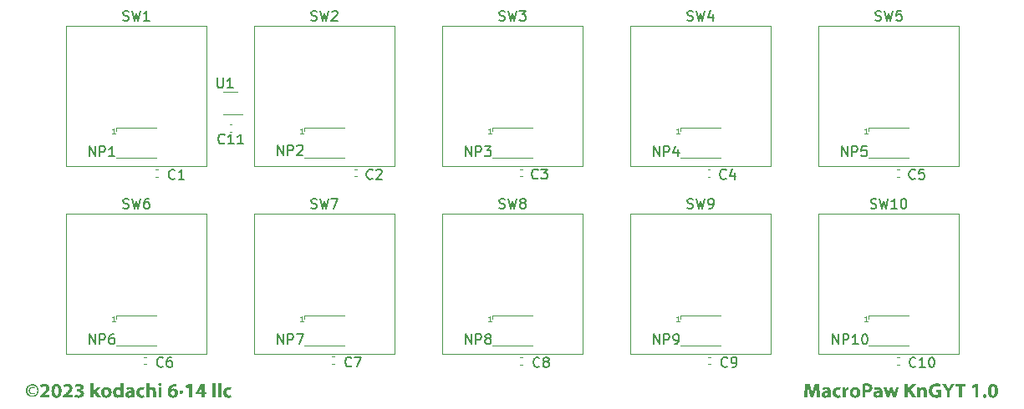
<source format=gbr>
%TF.GenerationSoftware,KiCad,Pcbnew,(7.0.0-0)*%
%TF.CreationDate,2023-04-10T20:33:14-04:00*%
%TF.ProjectId,KnGYT,4b6e4759-542e-46b6-9963-61645f706362,rev?*%
%TF.SameCoordinates,Original*%
%TF.FileFunction,Legend,Top*%
%TF.FilePolarity,Positive*%
%FSLAX46Y46*%
G04 Gerber Fmt 4.6, Leading zero omitted, Abs format (unit mm)*
G04 Created by KiCad (PCBNEW (7.0.0-0)) date 2023-04-10 20:33:14*
%MOMM*%
%LPD*%
G01*
G04 APERTURE LIST*
%ADD10C,0.300000*%
%ADD11C,0.150000*%
%ADD12C,0.125000*%
%ADD13C,0.120000*%
G04 APERTURE END LIST*
D10*
G36*
X147856646Y-89745000D02*
G01*
X148169521Y-89745000D01*
X148091852Y-88338161D01*
X147673831Y-88338161D01*
X147522522Y-88807473D01*
X147518188Y-88822190D01*
X147513844Y-88837071D01*
X147509490Y-88852107D01*
X147505129Y-88867287D01*
X147500763Y-88882603D01*
X147496394Y-88898043D01*
X147492024Y-88913599D01*
X147487655Y-88929261D01*
X147483288Y-88945019D01*
X147478926Y-88960863D01*
X147474570Y-88976784D01*
X147470223Y-88992771D01*
X147465886Y-89008816D01*
X147461562Y-89024908D01*
X147457252Y-89041038D01*
X147452959Y-89057196D01*
X147448683Y-89073373D01*
X147444428Y-89089557D01*
X147440195Y-89105741D01*
X147435987Y-89121913D01*
X147431804Y-89138065D01*
X147427649Y-89154187D01*
X147423524Y-89170268D01*
X147419431Y-89186300D01*
X147415371Y-89202272D01*
X147411348Y-89218174D01*
X147407362Y-89233998D01*
X147403416Y-89249733D01*
X147399511Y-89265369D01*
X147395650Y-89280898D01*
X147391835Y-89296308D01*
X147388066Y-89311591D01*
X147381838Y-89311591D01*
X147378848Y-89296132D01*
X147375788Y-89280604D01*
X147372658Y-89265012D01*
X147369463Y-89249361D01*
X147366203Y-89233656D01*
X147362881Y-89217904D01*
X147359500Y-89202109D01*
X147356061Y-89186277D01*
X147352567Y-89170413D01*
X147349020Y-89154523D01*
X147345422Y-89138612D01*
X147341775Y-89122686D01*
X147338082Y-89106750D01*
X147334345Y-89090809D01*
X147330565Y-89074870D01*
X147326746Y-89058937D01*
X147322890Y-89043015D01*
X147318998Y-89027111D01*
X147315072Y-89011229D01*
X147311116Y-88995376D01*
X147307132Y-88979556D01*
X147303120Y-88963775D01*
X147299085Y-88948039D01*
X147295027Y-88932352D01*
X147290950Y-88916721D01*
X147286855Y-88901150D01*
X147282744Y-88885645D01*
X147278620Y-88870212D01*
X147274485Y-88854857D01*
X147270342Y-88839583D01*
X147266192Y-88824397D01*
X147262037Y-88809305D01*
X147123551Y-88338161D01*
X146697103Y-88338161D01*
X146606978Y-89745000D01*
X146903000Y-89745000D01*
X146928279Y-89211573D01*
X146929263Y-89195036D01*
X146930222Y-89178269D01*
X146931157Y-89161285D01*
X146932070Y-89144095D01*
X146932963Y-89126712D01*
X146933835Y-89109150D01*
X146934690Y-89091419D01*
X146935526Y-89073534D01*
X146936347Y-89055506D01*
X146937153Y-89037347D01*
X146937945Y-89019071D01*
X146938725Y-89000689D01*
X146939493Y-88982214D01*
X146940252Y-88963660D01*
X146941001Y-88945037D01*
X146941743Y-88926359D01*
X146942479Y-88907637D01*
X146943209Y-88888886D01*
X146943935Y-88870116D01*
X146944658Y-88851341D01*
X146945380Y-88832573D01*
X146946101Y-88813824D01*
X146946824Y-88795108D01*
X146947548Y-88776435D01*
X146948275Y-88757820D01*
X146949007Y-88739274D01*
X146949744Y-88720810D01*
X146950489Y-88702440D01*
X146951241Y-88684177D01*
X146952003Y-88666033D01*
X146952775Y-88648021D01*
X146953558Y-88630153D01*
X146957588Y-88630153D01*
X146960791Y-88647407D01*
X146964076Y-88664749D01*
X146967441Y-88682170D01*
X146970882Y-88699659D01*
X146974397Y-88717209D01*
X146977982Y-88734809D01*
X146981635Y-88752452D01*
X146985352Y-88770127D01*
X146989130Y-88787826D01*
X146992966Y-88805539D01*
X146996858Y-88823258D01*
X147000801Y-88840973D01*
X147004793Y-88858675D01*
X147008831Y-88876355D01*
X147012911Y-88894004D01*
X147017031Y-88911612D01*
X147021188Y-88929172D01*
X147025377Y-88946672D01*
X147029598Y-88964106D01*
X147033845Y-88981462D01*
X147038117Y-88998733D01*
X147042409Y-89015908D01*
X147046720Y-89032980D01*
X147051046Y-89049938D01*
X147055383Y-89066774D01*
X147059729Y-89083478D01*
X147064081Y-89100042D01*
X147068435Y-89116456D01*
X147072789Y-89132711D01*
X147077139Y-89148798D01*
X147081482Y-89164708D01*
X147085816Y-89180432D01*
X147237124Y-89722285D01*
X147486985Y-89722285D01*
X147659176Y-89174204D01*
X147664305Y-89158647D01*
X147669454Y-89142894D01*
X147674620Y-89126955D01*
X147679800Y-89110841D01*
X147684990Y-89094562D01*
X147690186Y-89078128D01*
X147695386Y-89061550D01*
X147700587Y-89044837D01*
X147705784Y-89028001D01*
X147710974Y-89011051D01*
X147716155Y-88993997D01*
X147721322Y-88976850D01*
X147726473Y-88959621D01*
X147731603Y-88942318D01*
X147736711Y-88924953D01*
X147741791Y-88907537D01*
X147746842Y-88890078D01*
X147751859Y-88872588D01*
X147756839Y-88855076D01*
X147761780Y-88837553D01*
X147766676Y-88820030D01*
X147771526Y-88802516D01*
X147776326Y-88785021D01*
X147781072Y-88767557D01*
X147785762Y-88750133D01*
X147790391Y-88732759D01*
X147794956Y-88715446D01*
X147799455Y-88698204D01*
X147803883Y-88681044D01*
X147808238Y-88663975D01*
X147812515Y-88647008D01*
X147816713Y-88630153D01*
X147822941Y-88630153D01*
X147822959Y-88649316D01*
X147823012Y-88668471D01*
X147823100Y-88687611D01*
X147823221Y-88706730D01*
X147823373Y-88725821D01*
X147823557Y-88744878D01*
X147823770Y-88763894D01*
X147824011Y-88782864D01*
X147824280Y-88801781D01*
X147824575Y-88820638D01*
X147824896Y-88839429D01*
X147825240Y-88858148D01*
X147825607Y-88876789D01*
X147825996Y-88895344D01*
X147826405Y-88913808D01*
X147826834Y-88932175D01*
X147827280Y-88950437D01*
X147827744Y-88968589D01*
X147828224Y-88986623D01*
X147828719Y-89004535D01*
X147829227Y-89022317D01*
X147829748Y-89039963D01*
X147830281Y-89057467D01*
X147830823Y-89074822D01*
X147831375Y-89092022D01*
X147831935Y-89109060D01*
X147832502Y-89125931D01*
X147833074Y-89142627D01*
X147833651Y-89159143D01*
X147834231Y-89175472D01*
X147834814Y-89191607D01*
X147835397Y-89207543D01*
X147856646Y-89745000D01*
G37*
G36*
X148846823Y-88690457D02*
G01*
X148876881Y-88692196D01*
X148905619Y-88695058D01*
X148933060Y-88699012D01*
X148959227Y-88704028D01*
X148984142Y-88710077D01*
X149007827Y-88717127D01*
X149030306Y-88725150D01*
X149051601Y-88734115D01*
X149071734Y-88743991D01*
X149090730Y-88754749D01*
X149108609Y-88766358D01*
X149125395Y-88778789D01*
X149141111Y-88792011D01*
X149155779Y-88805994D01*
X149169421Y-88820708D01*
X149182061Y-88836123D01*
X149193722Y-88852209D01*
X149204425Y-88868935D01*
X149214193Y-88886272D01*
X149223050Y-88904190D01*
X149231018Y-88922657D01*
X149238119Y-88941645D01*
X149244377Y-88961123D01*
X149249813Y-88981061D01*
X149254451Y-89001428D01*
X149258314Y-89022196D01*
X149261423Y-89043332D01*
X149263802Y-89064809D01*
X149265473Y-89086594D01*
X149266459Y-89108659D01*
X149266782Y-89130973D01*
X149266782Y-89491475D01*
X149266794Y-89500871D01*
X149266891Y-89519555D01*
X149267087Y-89538054D01*
X149267388Y-89556320D01*
X149267796Y-89574302D01*
X149268315Y-89591954D01*
X149268950Y-89609225D01*
X149269703Y-89626067D01*
X149270579Y-89642431D01*
X149271581Y-89658268D01*
X149272714Y-89673530D01*
X149273980Y-89688168D01*
X149276139Y-89708846D01*
X149278621Y-89727845D01*
X149281437Y-89745000D01*
X148993841Y-89745000D01*
X148974790Y-89642784D01*
X148968562Y-89642784D01*
X148955550Y-89657659D01*
X148941676Y-89671640D01*
X148926971Y-89684719D01*
X148911466Y-89696886D01*
X148895193Y-89708132D01*
X148878183Y-89718447D01*
X148860466Y-89727824D01*
X148842075Y-89736253D01*
X148823039Y-89743724D01*
X148803390Y-89750228D01*
X148783160Y-89755757D01*
X148762379Y-89760301D01*
X148741079Y-89763851D01*
X148719290Y-89766398D01*
X148697044Y-89767933D01*
X148674371Y-89768447D01*
X148655144Y-89768009D01*
X148636415Y-89766711D01*
X148618193Y-89764577D01*
X148600484Y-89761632D01*
X148583296Y-89757900D01*
X148566636Y-89753406D01*
X148550511Y-89748174D01*
X148534930Y-89742229D01*
X148519898Y-89735594D01*
X148505424Y-89728295D01*
X148491514Y-89720356D01*
X148478177Y-89711801D01*
X148465419Y-89702654D01*
X148453247Y-89692940D01*
X148441670Y-89682684D01*
X148430693Y-89671910D01*
X148420326Y-89660642D01*
X148410574Y-89648904D01*
X148401445Y-89636722D01*
X148392947Y-89624119D01*
X148385087Y-89611121D01*
X148377872Y-89597750D01*
X148371309Y-89584032D01*
X148365406Y-89569992D01*
X148360170Y-89555653D01*
X148355609Y-89541040D01*
X148351729Y-89526178D01*
X148348538Y-89511090D01*
X148346044Y-89495802D01*
X148344253Y-89480337D01*
X148343173Y-89464721D01*
X148342812Y-89448977D01*
X148343509Y-89424112D01*
X148343957Y-89418935D01*
X148657885Y-89418935D01*
X148658516Y-89434164D01*
X148661739Y-89455130D01*
X148667531Y-89473850D01*
X148675703Y-89490334D01*
X148686071Y-89504590D01*
X148698446Y-89516629D01*
X148712643Y-89526458D01*
X148728475Y-89534087D01*
X148745755Y-89539526D01*
X148764297Y-89542782D01*
X148783914Y-89543866D01*
X148798646Y-89543244D01*
X148820019Y-89540078D01*
X148840392Y-89534409D01*
X148859614Y-89526441D01*
X148877539Y-89516377D01*
X148894017Y-89504419D01*
X148908900Y-89490771D01*
X148922040Y-89475636D01*
X148933287Y-89459215D01*
X148942494Y-89441713D01*
X148949511Y-89423332D01*
X148951411Y-89414961D01*
X148954019Y-89399352D01*
X148955584Y-89383254D01*
X148956106Y-89366912D01*
X148956106Y-89252606D01*
X148940455Y-89252560D01*
X148925044Y-89252771D01*
X148909891Y-89253248D01*
X148895011Y-89253998D01*
X148866140Y-89256350D01*
X148838566Y-89259893D01*
X148812423Y-89264692D01*
X148787848Y-89270812D01*
X148764973Y-89278317D01*
X148743935Y-89287273D01*
X148724867Y-89297745D01*
X148707905Y-89309797D01*
X148693182Y-89323494D01*
X148680834Y-89338902D01*
X148670996Y-89356085D01*
X148663802Y-89375108D01*
X148659387Y-89396037D01*
X148657885Y-89418935D01*
X148343957Y-89418935D01*
X148345587Y-89400073D01*
X148349025Y-89376859D01*
X148353801Y-89354468D01*
X148359895Y-89332897D01*
X148367285Y-89312145D01*
X148375951Y-89292209D01*
X148385871Y-89273088D01*
X148397024Y-89254779D01*
X148409390Y-89237281D01*
X148422946Y-89220591D01*
X148437673Y-89204708D01*
X148453549Y-89189629D01*
X148470552Y-89175353D01*
X148488663Y-89161877D01*
X148507859Y-89149200D01*
X148528120Y-89137319D01*
X148549425Y-89126232D01*
X148571752Y-89115938D01*
X148595081Y-89106434D01*
X148619390Y-89097718D01*
X148644659Y-89089789D01*
X148670866Y-89082644D01*
X148697990Y-89076282D01*
X148726011Y-89070699D01*
X148754907Y-89065896D01*
X148784657Y-89061868D01*
X148815240Y-89058615D01*
X148846635Y-89056134D01*
X148878821Y-89054423D01*
X148911777Y-89053480D01*
X148945481Y-89053304D01*
X148945481Y-89038649D01*
X148944627Y-89023079D01*
X148941738Y-89006784D01*
X148936325Y-88990257D01*
X148927900Y-88973992D01*
X148915973Y-88958479D01*
X148900055Y-88944213D01*
X148886984Y-88935638D01*
X148871778Y-88927981D01*
X148854291Y-88921390D01*
X148834378Y-88916009D01*
X148811894Y-88911984D01*
X148786695Y-88909463D01*
X148758635Y-88908590D01*
X148738860Y-88908995D01*
X148719012Y-88910182D01*
X148699167Y-88912109D01*
X148679398Y-88914732D01*
X148659779Y-88918011D01*
X148640384Y-88921901D01*
X148621288Y-88926362D01*
X148602564Y-88931350D01*
X148584287Y-88936824D01*
X148566530Y-88942740D01*
X148549368Y-88949056D01*
X148532875Y-88955731D01*
X148517124Y-88962721D01*
X148502190Y-88969984D01*
X148488147Y-88977478D01*
X148475069Y-88985160D01*
X148416085Y-88780362D01*
X148422984Y-88776589D01*
X148437984Y-88768901D01*
X148454557Y-88761099D01*
X148472670Y-88753271D01*
X148492289Y-88745508D01*
X148513382Y-88737900D01*
X148535914Y-88730535D01*
X148559853Y-88723504D01*
X148585165Y-88716896D01*
X148611817Y-88710801D01*
X148639776Y-88705308D01*
X148654235Y-88702815D01*
X148669008Y-88700507D01*
X148684092Y-88698394D01*
X148699481Y-88696488D01*
X148715172Y-88694799D01*
X148731160Y-88693340D01*
X148747443Y-88692121D01*
X148764014Y-88691153D01*
X148780870Y-88690448D01*
X148798008Y-88690017D01*
X148815422Y-88689870D01*
X148846823Y-88690457D01*
G37*
G36*
X150250837Y-89482683D02*
G01*
X150236951Y-89488433D01*
X150222475Y-89493718D01*
X150207381Y-89498514D01*
X150191640Y-89502801D01*
X150175223Y-89506557D01*
X150158101Y-89509760D01*
X150140244Y-89512388D01*
X150121625Y-89514419D01*
X150102213Y-89515832D01*
X150081980Y-89516605D01*
X150068021Y-89516755D01*
X150039262Y-89515589D01*
X150011332Y-89512100D01*
X149984372Y-89506300D01*
X149958524Y-89498202D01*
X149933930Y-89487817D01*
X149910731Y-89475159D01*
X149889069Y-89460239D01*
X149869085Y-89443070D01*
X149850922Y-89423664D01*
X149834722Y-89402033D01*
X149820624Y-89378191D01*
X149808773Y-89352148D01*
X149803733Y-89338306D01*
X149799308Y-89323918D01*
X149795515Y-89308987D01*
X149792372Y-89293513D01*
X149789897Y-89277499D01*
X149788107Y-89260946D01*
X149787020Y-89243855D01*
X149786653Y-89226228D01*
X149786772Y-89210470D01*
X149787534Y-89195011D01*
X149788929Y-89179864D01*
X149790947Y-89165043D01*
X149793580Y-89150559D01*
X149800651Y-89122661D01*
X149810063Y-89096274D01*
X149821740Y-89071505D01*
X149835605Y-89048460D01*
X149851582Y-89027243D01*
X149869594Y-89007962D01*
X149889563Y-88990722D01*
X149911414Y-88975627D01*
X149935070Y-88962785D01*
X149960453Y-88952301D01*
X149987487Y-88944281D01*
X150016096Y-88938829D01*
X150030967Y-88937100D01*
X150046202Y-88936053D01*
X150061793Y-88935701D01*
X150077208Y-88935874D01*
X150091999Y-88936379D01*
X150113043Y-88937719D01*
X150132750Y-88939699D01*
X150151160Y-88942254D01*
X150168313Y-88945318D01*
X150184249Y-88948826D01*
X150199008Y-88952714D01*
X150216924Y-88958375D01*
X150232912Y-88964439D01*
X150240212Y-88967575D01*
X150290771Y-88730170D01*
X150271182Y-88723335D01*
X150250444Y-88717064D01*
X150236062Y-88713209D01*
X150221292Y-88709622D01*
X150206181Y-88706310D01*
X150190780Y-88703281D01*
X150175137Y-88700541D01*
X150159300Y-88698097D01*
X150143320Y-88695956D01*
X150127243Y-88694126D01*
X150111120Y-88692612D01*
X150095000Y-88691423D01*
X150078930Y-88690565D01*
X150062960Y-88690045D01*
X150047138Y-88689870D01*
X150011800Y-88690585D01*
X149977503Y-88692705D01*
X149944254Y-88696197D01*
X149912057Y-88701026D01*
X149880918Y-88707157D01*
X149850842Y-88714557D01*
X149821835Y-88723189D01*
X149793901Y-88733021D01*
X149767045Y-88744018D01*
X149741273Y-88756144D01*
X149716591Y-88769366D01*
X149693003Y-88783650D01*
X149670515Y-88798960D01*
X149649131Y-88815262D01*
X149628858Y-88832521D01*
X149609699Y-88850704D01*
X149591662Y-88869776D01*
X149574750Y-88889702D01*
X149558969Y-88910448D01*
X149544325Y-88931979D01*
X149530822Y-88954260D01*
X149518466Y-88977258D01*
X149507261Y-89000938D01*
X149497214Y-89025265D01*
X149488329Y-89050206D01*
X149480612Y-89075724D01*
X149474068Y-89101786D01*
X149468702Y-89128358D01*
X149464519Y-89155405D01*
X149461525Y-89182892D01*
X149459725Y-89210786D01*
X149459124Y-89239050D01*
X149459742Y-89269225D01*
X149461587Y-89298669D01*
X149464640Y-89327369D01*
X149468886Y-89355309D01*
X149474307Y-89382474D01*
X149480885Y-89408850D01*
X149488605Y-89434421D01*
X149497449Y-89459172D01*
X149507400Y-89483089D01*
X149518441Y-89506157D01*
X149530555Y-89528360D01*
X149543726Y-89549684D01*
X149557936Y-89570113D01*
X149573168Y-89589633D01*
X149589405Y-89608229D01*
X149606631Y-89625885D01*
X149624828Y-89642588D01*
X149643980Y-89658321D01*
X149664069Y-89673070D01*
X149685078Y-89686820D01*
X149706991Y-89699556D01*
X149729790Y-89711263D01*
X149753459Y-89721926D01*
X149777981Y-89731530D01*
X149803338Y-89740060D01*
X149829514Y-89747502D01*
X149856491Y-89753839D01*
X149884253Y-89759058D01*
X149912783Y-89763143D01*
X149942063Y-89766080D01*
X149972077Y-89767853D01*
X150002808Y-89768447D01*
X150025499Y-89768182D01*
X150047785Y-89767406D01*
X150069617Y-89766153D01*
X150090942Y-89764451D01*
X150111709Y-89762333D01*
X150131866Y-89759830D01*
X150151362Y-89756973D01*
X150170145Y-89753792D01*
X150188164Y-89750320D01*
X150205368Y-89746587D01*
X150221704Y-89742624D01*
X150237121Y-89738462D01*
X150251568Y-89734133D01*
X150271307Y-89727394D01*
X150288572Y-89720453D01*
X150250837Y-89482683D01*
G37*
G36*
X150464427Y-89745000D02*
G01*
X150783897Y-89745000D01*
X150783897Y-89221831D01*
X150784095Y-89207129D01*
X150784853Y-89190424D01*
X150786222Y-89174376D01*
X150788249Y-89159169D01*
X150790125Y-89148925D01*
X150794727Y-89130736D01*
X150800680Y-89113430D01*
X150807953Y-89097045D01*
X150816515Y-89081623D01*
X150826335Y-89067203D01*
X150837382Y-89053825D01*
X150849624Y-89041531D01*
X150863032Y-89030360D01*
X150877572Y-89020353D01*
X150893215Y-89011549D01*
X150909929Y-89003989D01*
X150927683Y-88997714D01*
X150946447Y-88992763D01*
X150966187Y-88989176D01*
X150986875Y-88986995D01*
X151008478Y-88986259D01*
X151024560Y-88986549D01*
X151039545Y-88987395D01*
X151056197Y-88989098D01*
X151071536Y-88991497D01*
X151087963Y-88995098D01*
X151094574Y-88996884D01*
X151094574Y-88694267D01*
X151078477Y-88691725D01*
X151063341Y-88690420D01*
X151046969Y-88689939D01*
X151029902Y-88689871D01*
X151027163Y-88689870D01*
X151008387Y-88690614D01*
X150989115Y-88692869D01*
X150969496Y-88696669D01*
X150949677Y-88702046D01*
X150929806Y-88709036D01*
X150910032Y-88717672D01*
X150890503Y-88727987D01*
X150871366Y-88740017D01*
X150852771Y-88753793D01*
X150834864Y-88769351D01*
X150817795Y-88786723D01*
X150801711Y-88805945D01*
X150786761Y-88827049D01*
X150773092Y-88850070D01*
X150760853Y-88875040D01*
X150750191Y-88901995D01*
X150741765Y-88901995D01*
X150731140Y-88713318D01*
X150456001Y-88713318D01*
X150456820Y-88730076D01*
X150457625Y-88747146D01*
X150458411Y-88764587D01*
X150459172Y-88782463D01*
X150459903Y-88800835D01*
X150460599Y-88819764D01*
X150461254Y-88839313D01*
X150461863Y-88859543D01*
X150462420Y-88880515D01*
X150462920Y-88902292D01*
X150463358Y-88924935D01*
X150463729Y-88948506D01*
X150464026Y-88973067D01*
X150464246Y-88998679D01*
X150464381Y-89025404D01*
X150464427Y-89053304D01*
X150464427Y-89745000D01*
G37*
G36*
X151764205Y-88690501D02*
G01*
X151792797Y-88692378D01*
X151820734Y-88695479D01*
X151847998Y-88699782D01*
X151874568Y-88705265D01*
X151900427Y-88711905D01*
X151925554Y-88719680D01*
X151949931Y-88728568D01*
X151973539Y-88738546D01*
X151996357Y-88749592D01*
X152018368Y-88761685D01*
X152039552Y-88774801D01*
X152059889Y-88788919D01*
X152079361Y-88804015D01*
X152097948Y-88820069D01*
X152115631Y-88837057D01*
X152132391Y-88854958D01*
X152148209Y-88873748D01*
X152163065Y-88893407D01*
X152176941Y-88913911D01*
X152189817Y-88935238D01*
X152201674Y-88957366D01*
X152212493Y-88980273D01*
X152222254Y-89003936D01*
X152230939Y-89028334D01*
X152238529Y-89053443D01*
X152245003Y-89079242D01*
X152250343Y-89105708D01*
X152254530Y-89132820D01*
X152257544Y-89160554D01*
X152259367Y-89188888D01*
X152259979Y-89217801D01*
X152259205Y-89252678D01*
X152256916Y-89286353D01*
X152253159Y-89318831D01*
X152247981Y-89350120D01*
X152241429Y-89380225D01*
X152233551Y-89409152D01*
X152224394Y-89436909D01*
X152214006Y-89463500D01*
X152202432Y-89488933D01*
X152189722Y-89513213D01*
X152175922Y-89536348D01*
X152161080Y-89558342D01*
X152145242Y-89579203D01*
X152128456Y-89598936D01*
X152110769Y-89617548D01*
X152092230Y-89635044D01*
X152072884Y-89651433D01*
X152052779Y-89666718D01*
X152031963Y-89680908D01*
X152010482Y-89694007D01*
X151988385Y-89706022D01*
X151965718Y-89716960D01*
X151942529Y-89726827D01*
X151918865Y-89735629D01*
X151894773Y-89743371D01*
X151870301Y-89750061D01*
X151845495Y-89755705D01*
X151820404Y-89760309D01*
X151795074Y-89763879D01*
X151769553Y-89766421D01*
X151743888Y-89767941D01*
X151718126Y-89768447D01*
X151690170Y-89767871D01*
X151662652Y-89766152D01*
X151635601Y-89763299D01*
X151609047Y-89759324D01*
X151583018Y-89754238D01*
X151557544Y-89748052D01*
X151532656Y-89740777D01*
X151508382Y-89732423D01*
X151484752Y-89723002D01*
X151461796Y-89712524D01*
X151439543Y-89701001D01*
X151418022Y-89688443D01*
X151397263Y-89674861D01*
X151377296Y-89660267D01*
X151358150Y-89644671D01*
X151339855Y-89628084D01*
X151322439Y-89610516D01*
X151305934Y-89591980D01*
X151290367Y-89572486D01*
X151275770Y-89552045D01*
X151262170Y-89530668D01*
X151249598Y-89508365D01*
X151238084Y-89485148D01*
X151227656Y-89461027D01*
X151218344Y-89436014D01*
X151210178Y-89410120D01*
X151203188Y-89383354D01*
X151197402Y-89355730D01*
X151192851Y-89327256D01*
X151189563Y-89297945D01*
X151187569Y-89267806D01*
X151186898Y-89236852D01*
X151187071Y-89228426D01*
X151516625Y-89228426D01*
X151516840Y-89244952D01*
X151517482Y-89261205D01*
X151518549Y-89277167D01*
X151520041Y-89292822D01*
X151521954Y-89308154D01*
X151524288Y-89323146D01*
X151530210Y-89352045D01*
X151537790Y-89379388D01*
X151547016Y-89405043D01*
X151557872Y-89428878D01*
X151570344Y-89450763D01*
X151584417Y-89470566D01*
X151600077Y-89488155D01*
X151617310Y-89503398D01*
X151636100Y-89516165D01*
X151656434Y-89526324D01*
X151678297Y-89533743D01*
X151701675Y-89538290D01*
X151726552Y-89539836D01*
X151749247Y-89538387D01*
X151770858Y-89534103D01*
X151791334Y-89527077D01*
X151810621Y-89517401D01*
X151828668Y-89505169D01*
X151845422Y-89490473D01*
X151860829Y-89473406D01*
X151874838Y-89454060D01*
X151887396Y-89432530D01*
X151898450Y-89408907D01*
X151907948Y-89383284D01*
X151915837Y-89355755D01*
X151919161Y-89341304D01*
X151922064Y-89326411D01*
X151924538Y-89311088D01*
X151926577Y-89295347D01*
X151928174Y-89279198D01*
X151929324Y-89262654D01*
X151930018Y-89245726D01*
X151930251Y-89228426D01*
X151929553Y-89199450D01*
X151927434Y-89170656D01*
X151923853Y-89142276D01*
X151918773Y-89114544D01*
X151912154Y-89087691D01*
X151903956Y-89061952D01*
X151894141Y-89037559D01*
X151882669Y-89014744D01*
X151869501Y-88993741D01*
X151854599Y-88974783D01*
X151837922Y-88958103D01*
X151819431Y-88943933D01*
X151799088Y-88932506D01*
X151776854Y-88924056D01*
X151752688Y-88918815D01*
X151726552Y-88917016D01*
X151698897Y-88918835D01*
X151673459Y-88924131D01*
X151650176Y-88932663D01*
X151628991Y-88944190D01*
X151609842Y-88958471D01*
X151592671Y-88975266D01*
X151577418Y-88994333D01*
X151564024Y-89015431D01*
X151552428Y-89038319D01*
X151542572Y-89062757D01*
X151534396Y-89088503D01*
X151527840Y-89115317D01*
X151522844Y-89142957D01*
X151519350Y-89171182D01*
X151517297Y-89199752D01*
X151516625Y-89228426D01*
X151187071Y-89228426D01*
X151187534Y-89205822D01*
X151189430Y-89175527D01*
X151192567Y-89145983D01*
X151196924Y-89117209D01*
X151202482Y-89089218D01*
X151209222Y-89062029D01*
X151217123Y-89035657D01*
X151226167Y-89010119D01*
X151236334Y-88985430D01*
X151247604Y-88961609D01*
X151259957Y-88938670D01*
X151273374Y-88916630D01*
X151287835Y-88895506D01*
X151303322Y-88875313D01*
X151319813Y-88856069D01*
X151337290Y-88837790D01*
X151355733Y-88820492D01*
X151375123Y-88804191D01*
X151395439Y-88788904D01*
X151416662Y-88774647D01*
X151438774Y-88761436D01*
X151461753Y-88749288D01*
X151485580Y-88738220D01*
X151510237Y-88728247D01*
X151535703Y-88719386D01*
X151561958Y-88711654D01*
X151588984Y-88705066D01*
X151616760Y-88699639D01*
X151645267Y-88695390D01*
X151674486Y-88692334D01*
X151704396Y-88690489D01*
X151734979Y-88689870D01*
X151764205Y-88690501D01*
G37*
G36*
X152917631Y-88314825D02*
G01*
X152935647Y-88315160D01*
X152953334Y-88315717D01*
X152970694Y-88316498D01*
X152987730Y-88317501D01*
X153004442Y-88318727D01*
X153020833Y-88320175D01*
X153036906Y-88321846D01*
X153052660Y-88323739D01*
X153068100Y-88325854D01*
X153083227Y-88328190D01*
X153098042Y-88330749D01*
X153126746Y-88336531D01*
X153154228Y-88343198D01*
X153180504Y-88350750D01*
X153205588Y-88359185D01*
X153229498Y-88368503D01*
X153252248Y-88378701D01*
X153273853Y-88389780D01*
X153294330Y-88401738D01*
X153313694Y-88414574D01*
X153331960Y-88428286D01*
X153348508Y-88442216D01*
X153364322Y-88457191D01*
X153379357Y-88473174D01*
X153393567Y-88490127D01*
X153406905Y-88508015D01*
X153419325Y-88526799D01*
X153430782Y-88546443D01*
X153441229Y-88566909D01*
X153450619Y-88588162D01*
X153458907Y-88610163D01*
X153466047Y-88632875D01*
X153471992Y-88656262D01*
X153476696Y-88680287D01*
X153480113Y-88704912D01*
X153482197Y-88730101D01*
X153482903Y-88755816D01*
X153482364Y-88781529D01*
X153480755Y-88806721D01*
X153478089Y-88831367D01*
X153474379Y-88855444D01*
X153469636Y-88878929D01*
X153463872Y-88901798D01*
X153457101Y-88924027D01*
X153449334Y-88945593D01*
X153440584Y-88966471D01*
X153430864Y-88986640D01*
X153420185Y-89006074D01*
X153408559Y-89024750D01*
X153396000Y-89042645D01*
X153382519Y-89059735D01*
X153368130Y-89075997D01*
X153352843Y-89091406D01*
X153342454Y-89100891D01*
X153320768Y-89118871D01*
X153297902Y-89135544D01*
X153273895Y-89150925D01*
X153248785Y-89165029D01*
X153222610Y-89177872D01*
X153209135Y-89183826D01*
X153195408Y-89189470D01*
X153181433Y-89194807D01*
X153167217Y-89199839D01*
X153152762Y-89204566D01*
X153138075Y-89208993D01*
X153123160Y-89213119D01*
X153108021Y-89216948D01*
X153092664Y-89220481D01*
X153077092Y-89223720D01*
X153061312Y-89226668D01*
X153045327Y-89229325D01*
X153029143Y-89231695D01*
X153012764Y-89233778D01*
X152996195Y-89235577D01*
X152979441Y-89237094D01*
X152962506Y-89238331D01*
X152945395Y-89239290D01*
X152928113Y-89239972D01*
X152910665Y-89240380D01*
X152893056Y-89240516D01*
X152881325Y-89240458D01*
X152866076Y-89240204D01*
X152851315Y-89239752D01*
X152833613Y-89238913D01*
X152816824Y-89237779D01*
X152801032Y-89236359D01*
X152783513Y-89234288D01*
X152783513Y-89745000D01*
X152466608Y-89745000D01*
X152466608Y-88986625D01*
X152783513Y-88986625D01*
X152791410Y-88988263D01*
X152808314Y-88990894D01*
X152823675Y-88992490D01*
X152840348Y-88993607D01*
X152858475Y-88994302D01*
X152874119Y-88994595D01*
X152890858Y-88994685D01*
X152906603Y-88994435D01*
X152921962Y-88993687D01*
X152936925Y-88992447D01*
X152951487Y-88990719D01*
X152979374Y-88985820D01*
X153005564Y-88979029D01*
X153029998Y-88970386D01*
X153052618Y-88959929D01*
X153073363Y-88947698D01*
X153092175Y-88933732D01*
X153108995Y-88918070D01*
X153123764Y-88900751D01*
X153136423Y-88881815D01*
X153146912Y-88861300D01*
X153155173Y-88839247D01*
X153161147Y-88815693D01*
X153164775Y-88790678D01*
X153165997Y-88764242D01*
X153165733Y-88752204D01*
X153163629Y-88729065D01*
X153159452Y-88707211D01*
X153153233Y-88686676D01*
X153145004Y-88667500D01*
X153134797Y-88649717D01*
X153122643Y-88633367D01*
X153108573Y-88618485D01*
X153092621Y-88605108D01*
X153074816Y-88593274D01*
X153055192Y-88583020D01*
X153033779Y-88574383D01*
X153010609Y-88567399D01*
X152985714Y-88562106D01*
X152959125Y-88558541D01*
X152930875Y-88556741D01*
X152916137Y-88556514D01*
X152898347Y-88556673D01*
X152881660Y-88557130D01*
X152866077Y-88557853D01*
X152847023Y-88559180D01*
X152829940Y-88560853D01*
X152814833Y-88562800D01*
X152798735Y-88565508D01*
X152783513Y-88568970D01*
X152783513Y-88986625D01*
X152466608Y-88986625D01*
X152466608Y-88344389D01*
X152485563Y-88341278D01*
X152505486Y-88338275D01*
X152526400Y-88335392D01*
X152548330Y-88332642D01*
X152571299Y-88330038D01*
X152595331Y-88327593D01*
X152620448Y-88325320D01*
X152646676Y-88323231D01*
X152674037Y-88321340D01*
X152702555Y-88319659D01*
X152717256Y-88318902D01*
X152732254Y-88318202D01*
X152747553Y-88317561D01*
X152763157Y-88316980D01*
X152779067Y-88316462D01*
X152795288Y-88316008D01*
X152811821Y-88315619D01*
X152828670Y-88315297D01*
X152845838Y-88315044D01*
X152863328Y-88314862D01*
X152881142Y-88314751D01*
X152899284Y-88314713D01*
X152917631Y-88314825D01*
G37*
G36*
X154074108Y-88690457D02*
G01*
X154104166Y-88692196D01*
X154132905Y-88695058D01*
X154160346Y-88699012D01*
X154186512Y-88704028D01*
X154211427Y-88710077D01*
X154235112Y-88717127D01*
X154257591Y-88725150D01*
X154278886Y-88734115D01*
X154299020Y-88743991D01*
X154318015Y-88754749D01*
X154335894Y-88766358D01*
X154352681Y-88778789D01*
X154368396Y-88792011D01*
X154383064Y-88805994D01*
X154396707Y-88820708D01*
X154409347Y-88836123D01*
X154421007Y-88852209D01*
X154431710Y-88868935D01*
X154441479Y-88886272D01*
X154450336Y-88904190D01*
X154458304Y-88922657D01*
X154465405Y-88941645D01*
X154471662Y-88961123D01*
X154477099Y-88981061D01*
X154481737Y-89001428D01*
X154485599Y-89022196D01*
X154488708Y-89043332D01*
X154491087Y-89064809D01*
X154492758Y-89086594D01*
X154493744Y-89108659D01*
X154494068Y-89130973D01*
X154494068Y-89491475D01*
X154494080Y-89500871D01*
X154494176Y-89519555D01*
X154494373Y-89538054D01*
X154494673Y-89556320D01*
X154495081Y-89574302D01*
X154495601Y-89591954D01*
X154496235Y-89609225D01*
X154496989Y-89626067D01*
X154497865Y-89642431D01*
X154498867Y-89658268D01*
X154499999Y-89673530D01*
X154501266Y-89688168D01*
X154503425Y-89708846D01*
X154505906Y-89727845D01*
X154508722Y-89745000D01*
X154221127Y-89745000D01*
X154202076Y-89642784D01*
X154195847Y-89642784D01*
X154182835Y-89657659D01*
X154168961Y-89671640D01*
X154154256Y-89684719D01*
X154138752Y-89696886D01*
X154122479Y-89708132D01*
X154105468Y-89718447D01*
X154087752Y-89727824D01*
X154069360Y-89736253D01*
X154050324Y-89743724D01*
X154030676Y-89750228D01*
X154010445Y-89755757D01*
X153989664Y-89760301D01*
X153968364Y-89763851D01*
X153946575Y-89766398D01*
X153924329Y-89767933D01*
X153901657Y-89768447D01*
X153882429Y-89768009D01*
X153863701Y-89766711D01*
X153845478Y-89764577D01*
X153827769Y-89761632D01*
X153810581Y-89757900D01*
X153793921Y-89753406D01*
X153777797Y-89748174D01*
X153762215Y-89742229D01*
X153747184Y-89735594D01*
X153732709Y-89728295D01*
X153718800Y-89720356D01*
X153705462Y-89711801D01*
X153692704Y-89702654D01*
X153680533Y-89692940D01*
X153668955Y-89682684D01*
X153657979Y-89671910D01*
X153647611Y-89660642D01*
X153637859Y-89648904D01*
X153628731Y-89636722D01*
X153620233Y-89624119D01*
X153612372Y-89611121D01*
X153605157Y-89597750D01*
X153598594Y-89584032D01*
X153592692Y-89569992D01*
X153587456Y-89555653D01*
X153582894Y-89541040D01*
X153579015Y-89526178D01*
X153575824Y-89511090D01*
X153573329Y-89495802D01*
X153571539Y-89480337D01*
X153570459Y-89464721D01*
X153570097Y-89448977D01*
X153570795Y-89424112D01*
X153571243Y-89418935D01*
X153885170Y-89418935D01*
X153885801Y-89434164D01*
X153889025Y-89455130D01*
X153894816Y-89473850D01*
X153902989Y-89490334D01*
X153913356Y-89504590D01*
X153925731Y-89516629D01*
X153939928Y-89526458D01*
X153955760Y-89534087D01*
X153973040Y-89539526D01*
X153991582Y-89542782D01*
X154011200Y-89543866D01*
X154025931Y-89543244D01*
X154047305Y-89540078D01*
X154067677Y-89534409D01*
X154086900Y-89526441D01*
X154104825Y-89516377D01*
X154121303Y-89504419D01*
X154136186Y-89490771D01*
X154149325Y-89475636D01*
X154160572Y-89459215D01*
X154169779Y-89441713D01*
X154176796Y-89423332D01*
X154178696Y-89414961D01*
X154181304Y-89399352D01*
X154182869Y-89383254D01*
X154183391Y-89366912D01*
X154183391Y-89252606D01*
X154167740Y-89252560D01*
X154152330Y-89252771D01*
X154137176Y-89253248D01*
X154122296Y-89253998D01*
X154093425Y-89256350D01*
X154065851Y-89259893D01*
X154039709Y-89264692D01*
X154015133Y-89270812D01*
X153992259Y-89278317D01*
X153971220Y-89287273D01*
X153952152Y-89297745D01*
X153935190Y-89309797D01*
X153920467Y-89323494D01*
X153908120Y-89338902D01*
X153898281Y-89356085D01*
X153891087Y-89375108D01*
X153886672Y-89396037D01*
X153885170Y-89418935D01*
X153571243Y-89418935D01*
X153572873Y-89400073D01*
X153576310Y-89376859D01*
X153581087Y-89354468D01*
X153587181Y-89332897D01*
X153594571Y-89312145D01*
X153603236Y-89292209D01*
X153613156Y-89273088D01*
X153624310Y-89254779D01*
X153636675Y-89237281D01*
X153650232Y-89220591D01*
X153664958Y-89204708D01*
X153680834Y-89189629D01*
X153697838Y-89175353D01*
X153715948Y-89161877D01*
X153735144Y-89149200D01*
X153755405Y-89137319D01*
X153776710Y-89126232D01*
X153799037Y-89115938D01*
X153822366Y-89106434D01*
X153846676Y-89097718D01*
X153871944Y-89089789D01*
X153898151Y-89082644D01*
X153925276Y-89076282D01*
X153953297Y-89070699D01*
X153982192Y-89065896D01*
X154011942Y-89061868D01*
X154042525Y-89058615D01*
X154073920Y-89056134D01*
X154106106Y-89054423D01*
X154139062Y-89053480D01*
X154172766Y-89053304D01*
X154172766Y-89038649D01*
X154171912Y-89023079D01*
X154169023Y-89006784D01*
X154163611Y-88990257D01*
X154155185Y-88973992D01*
X154143258Y-88958479D01*
X154127340Y-88944213D01*
X154114270Y-88935638D01*
X154099063Y-88927981D01*
X154081576Y-88921390D01*
X154061663Y-88916009D01*
X154039179Y-88911984D01*
X154013980Y-88909463D01*
X153985921Y-88908590D01*
X153966145Y-88908995D01*
X153946297Y-88910182D01*
X153926452Y-88912109D01*
X153906683Y-88914732D01*
X153887064Y-88918011D01*
X153867669Y-88921901D01*
X153848573Y-88926362D01*
X153829849Y-88931350D01*
X153811572Y-88936824D01*
X153793816Y-88942740D01*
X153776653Y-88949056D01*
X153760160Y-88955731D01*
X153744409Y-88962721D01*
X153729476Y-88969984D01*
X153715433Y-88977478D01*
X153702355Y-88985160D01*
X153643370Y-88780362D01*
X153650270Y-88776589D01*
X153665270Y-88768901D01*
X153681843Y-88761099D01*
X153699956Y-88753271D01*
X153719575Y-88745508D01*
X153740667Y-88737900D01*
X153763199Y-88730535D01*
X153787138Y-88723504D01*
X153812450Y-88716896D01*
X153839102Y-88710801D01*
X153867061Y-88705308D01*
X153881520Y-88702815D01*
X153896294Y-88700507D01*
X153911377Y-88698394D01*
X153926766Y-88696488D01*
X153942457Y-88694799D01*
X153958446Y-88693340D01*
X153974728Y-88692121D01*
X153991299Y-88691153D01*
X154008156Y-88690448D01*
X154025293Y-88690017D01*
X154042707Y-88689870D01*
X154074108Y-88690457D01*
G37*
G36*
X154615334Y-88713318D02*
G01*
X154913555Y-89745000D01*
X155213607Y-89745000D01*
X155316556Y-89383398D01*
X155321632Y-89365372D01*
X155326560Y-89347258D01*
X155331348Y-89329014D01*
X155336002Y-89310595D01*
X155340529Y-89291956D01*
X155344937Y-89273055D01*
X155349232Y-89253847D01*
X155353421Y-89234288D01*
X155357512Y-89214334D01*
X155361510Y-89193940D01*
X155365424Y-89173064D01*
X155369261Y-89151661D01*
X155373026Y-89129687D01*
X155376727Y-89107098D01*
X155380372Y-89083850D01*
X155383967Y-89059898D01*
X155387997Y-89059898D01*
X155391893Y-89083777D01*
X155395758Y-89106827D01*
X155399603Y-89129119D01*
X155403441Y-89150728D01*
X155407284Y-89171725D01*
X155411142Y-89192182D01*
X155415028Y-89212173D01*
X155418954Y-89231769D01*
X155422932Y-89251043D01*
X155426973Y-89270068D01*
X155431089Y-89288915D01*
X155435292Y-89307658D01*
X155439594Y-89326368D01*
X155444006Y-89345119D01*
X155448541Y-89363983D01*
X155453210Y-89383032D01*
X155549563Y-89745000D01*
X155849982Y-89745000D01*
X156165055Y-88713318D01*
X155852180Y-88713318D01*
X155763886Y-89121814D01*
X155759586Y-89144050D01*
X155755342Y-89166249D01*
X155751162Y-89188417D01*
X155747051Y-89210560D01*
X155743015Y-89232683D01*
X155739060Y-89254793D01*
X155735192Y-89276896D01*
X155731417Y-89298997D01*
X155727741Y-89321102D01*
X155724170Y-89343217D01*
X155720709Y-89365349D01*
X155717364Y-89387502D01*
X155714142Y-89409684D01*
X155711048Y-89431899D01*
X155708088Y-89454154D01*
X155705268Y-89476454D01*
X155700872Y-89476454D01*
X155696881Y-89454154D01*
X155692745Y-89431903D01*
X155688476Y-89409696D01*
X155684082Y-89387531D01*
X155679575Y-89365405D01*
X155674964Y-89343314D01*
X155670259Y-89321255D01*
X155665472Y-89299226D01*
X155660611Y-89277222D01*
X155655688Y-89255241D01*
X155650712Y-89233279D01*
X155645694Y-89211333D01*
X155640643Y-89189400D01*
X155635571Y-89167476D01*
X155630487Y-89145559D01*
X155625401Y-89123646D01*
X155522452Y-88713318D01*
X155270394Y-88713318D01*
X155161217Y-89136468D01*
X155156433Y-89155763D01*
X155151573Y-89175435D01*
X155146655Y-89195461D01*
X155141697Y-89215815D01*
X155136718Y-89236471D01*
X155131735Y-89257405D01*
X155126767Y-89278591D01*
X155121833Y-89300004D01*
X155116950Y-89321619D01*
X155112137Y-89343411D01*
X155107412Y-89365353D01*
X155102794Y-89387422D01*
X155098299Y-89409592D01*
X155093948Y-89431837D01*
X155089757Y-89454133D01*
X155085746Y-89476454D01*
X155081350Y-89476454D01*
X155078144Y-89454157D01*
X155074849Y-89431923D01*
X155071472Y-89409766D01*
X155068018Y-89387697D01*
X155064493Y-89365729D01*
X155060903Y-89343874D01*
X155057254Y-89322145D01*
X155053552Y-89300554D01*
X155049803Y-89279113D01*
X155046012Y-89257834D01*
X155042186Y-89236731D01*
X155038331Y-89215815D01*
X155034452Y-89195098D01*
X155030555Y-89174594D01*
X155026646Y-89154314D01*
X155022732Y-89134270D01*
X154940666Y-88713318D01*
X154615334Y-88713318D01*
G37*
G36*
X156747208Y-89745000D02*
G01*
X157064113Y-89745000D01*
X157064113Y-89285945D01*
X157186113Y-89137934D01*
X157532693Y-89745000D01*
X157906385Y-89745000D01*
X157412892Y-88937533D01*
X157881106Y-88338161D01*
X157488363Y-88338161D01*
X157167062Y-88806008D01*
X157158155Y-88820034D01*
X157149170Y-88834098D01*
X157140124Y-88848217D01*
X157131036Y-88862409D01*
X157121924Y-88876694D01*
X157112806Y-88891088D01*
X157103700Y-88905611D01*
X157094625Y-88920279D01*
X157085597Y-88935112D01*
X157076636Y-88950127D01*
X157070708Y-88960247D01*
X157064113Y-88960247D01*
X157064113Y-88338161D01*
X156747208Y-88338161D01*
X156747208Y-89745000D01*
G37*
G36*
X158024720Y-89745000D02*
G01*
X158344190Y-89745000D01*
X158344190Y-89149291D01*
X158344617Y-89132657D01*
X158345909Y-89116370D01*
X158348081Y-89100779D01*
X158351145Y-89086231D01*
X158355869Y-89071041D01*
X158356646Y-89069057D01*
X158363363Y-89052369D01*
X158371776Y-89035895D01*
X158381903Y-89019947D01*
X158393760Y-89004838D01*
X158407363Y-88990878D01*
X158422728Y-88978379D01*
X158439872Y-88967653D01*
X158458811Y-88959011D01*
X158479560Y-88952764D01*
X158494408Y-88950085D01*
X158510073Y-88948701D01*
X158518213Y-88948524D01*
X158539110Y-88949576D01*
X158558410Y-88952687D01*
X158576147Y-88957785D01*
X158592356Y-88964798D01*
X158607071Y-88973655D01*
X158620326Y-88984285D01*
X158632155Y-88996616D01*
X158642594Y-89010577D01*
X158651676Y-89026096D01*
X158659435Y-89043102D01*
X158665906Y-89061524D01*
X158671124Y-89081291D01*
X158675123Y-89102330D01*
X158677936Y-89124571D01*
X158679599Y-89147942D01*
X158680146Y-89172372D01*
X158680146Y-89745000D01*
X158999249Y-89745000D01*
X158999249Y-89132438D01*
X158998791Y-89104447D01*
X158997429Y-89077417D01*
X158995182Y-89051344D01*
X158992070Y-89026222D01*
X158988112Y-89002047D01*
X158983327Y-88978815D01*
X158977735Y-88956520D01*
X158971354Y-88935157D01*
X158964204Y-88914722D01*
X158956305Y-88895211D01*
X158947675Y-88876618D01*
X158938333Y-88858938D01*
X158928300Y-88842168D01*
X158917594Y-88826301D01*
X158906234Y-88811334D01*
X158894240Y-88797261D01*
X158881631Y-88784078D01*
X158868426Y-88771780D01*
X158854645Y-88760362D01*
X158840307Y-88749820D01*
X158825430Y-88740149D01*
X158810035Y-88731344D01*
X158794140Y-88723399D01*
X158777765Y-88716312D01*
X158760929Y-88710076D01*
X158743651Y-88704686D01*
X158725951Y-88700139D01*
X158707847Y-88696430D01*
X158689360Y-88693553D01*
X158670508Y-88691504D01*
X158651310Y-88690278D01*
X158631786Y-88689870D01*
X158616039Y-88690156D01*
X158600672Y-88690997D01*
X158585684Y-88692369D01*
X158571075Y-88694248D01*
X158542992Y-88699429D01*
X158516421Y-88706345D01*
X158491360Y-88714803D01*
X158467804Y-88724608D01*
X158445753Y-88735565D01*
X158425202Y-88747481D01*
X158406150Y-88760161D01*
X158388594Y-88773411D01*
X158372530Y-88787037D01*
X158357957Y-88800844D01*
X158344872Y-88814639D01*
X158333271Y-88828226D01*
X158323153Y-88841412D01*
X158314515Y-88854002D01*
X158308286Y-88854002D01*
X158293632Y-88713318D01*
X158016294Y-88713318D01*
X158017113Y-88730577D01*
X158017918Y-88748282D01*
X158018704Y-88766432D01*
X158019465Y-88785028D01*
X158020196Y-88804068D01*
X158020892Y-88823551D01*
X158021547Y-88843478D01*
X158022156Y-88863848D01*
X158022713Y-88884659D01*
X158023213Y-88905913D01*
X158023652Y-88927608D01*
X158024022Y-88949743D01*
X158024319Y-88972318D01*
X158024539Y-88995333D01*
X158024674Y-89018787D01*
X158024720Y-89042679D01*
X158024720Y-89745000D01*
G37*
G36*
X160447121Y-88932404D02*
G01*
X159919923Y-88932404D01*
X159919923Y-89182264D01*
X160138642Y-89182264D01*
X160138642Y-89488545D01*
X160124398Y-89494364D01*
X160109746Y-89498461D01*
X160092447Y-89502015D01*
X160077872Y-89504298D01*
X160062031Y-89506234D01*
X160045020Y-89507803D01*
X160026936Y-89508989D01*
X160007875Y-89509772D01*
X159987932Y-89510135D01*
X159981106Y-89510160D01*
X159956716Y-89509640D01*
X159932814Y-89508088D01*
X159909417Y-89505514D01*
X159886544Y-89501930D01*
X159864215Y-89497345D01*
X159842448Y-89491772D01*
X159821263Y-89485221D01*
X159800677Y-89477702D01*
X159780710Y-89469228D01*
X159761380Y-89459807D01*
X159742708Y-89449452D01*
X159724710Y-89438174D01*
X159707407Y-89425982D01*
X159690816Y-89412889D01*
X159674958Y-89398904D01*
X159659850Y-89384039D01*
X159645512Y-89368305D01*
X159631962Y-89351712D01*
X159619219Y-89334271D01*
X159607303Y-89315994D01*
X159596232Y-89296891D01*
X159586024Y-89276973D01*
X159576699Y-89256250D01*
X159568276Y-89234734D01*
X159560773Y-89212436D01*
X159554209Y-89189366D01*
X159548604Y-89165535D01*
X159543975Y-89140955D01*
X159540342Y-89115636D01*
X159537724Y-89089588D01*
X159536139Y-89062823D01*
X159535607Y-89035352D01*
X159536194Y-89007162D01*
X159537939Y-88979881D01*
X159540816Y-88953508D01*
X159544802Y-88928043D01*
X159549869Y-88903484D01*
X159555994Y-88879831D01*
X159563151Y-88857082D01*
X159571316Y-88835237D01*
X159580462Y-88814294D01*
X159590566Y-88794254D01*
X159601601Y-88775114D01*
X159613543Y-88756874D01*
X159626367Y-88739532D01*
X159640048Y-88723089D01*
X159654560Y-88707543D01*
X159669879Y-88692893D01*
X159685979Y-88679138D01*
X159702836Y-88666277D01*
X159720423Y-88654310D01*
X159738717Y-88643235D01*
X159757692Y-88633051D01*
X159777322Y-88623758D01*
X159797584Y-88615354D01*
X159818451Y-88607839D01*
X159839899Y-88601212D01*
X159861903Y-88595471D01*
X159884437Y-88590616D01*
X159907476Y-88586646D01*
X159930996Y-88583560D01*
X159954971Y-88581356D01*
X159979376Y-88580035D01*
X160004187Y-88579595D01*
X160032635Y-88579907D01*
X160059768Y-88580825D01*
X160085643Y-88582316D01*
X160110318Y-88584352D01*
X160133850Y-88586900D01*
X160156299Y-88589931D01*
X160177722Y-88593414D01*
X160198176Y-88597318D01*
X160217721Y-88601612D01*
X160236413Y-88606267D01*
X160254311Y-88611251D01*
X160271472Y-88616535D01*
X160287955Y-88622086D01*
X160303818Y-88627875D01*
X160319118Y-88633872D01*
X160333914Y-88640045D01*
X160400959Y-88384323D01*
X160387146Y-88377986D01*
X160371701Y-88371654D01*
X160354668Y-88365383D01*
X160336090Y-88359227D01*
X160316008Y-88353242D01*
X160294467Y-88347486D01*
X160271509Y-88342013D01*
X160247178Y-88336878D01*
X160221515Y-88332139D01*
X160194564Y-88327851D01*
X160166369Y-88324069D01*
X160136971Y-88320850D01*
X160121834Y-88319469D01*
X160106414Y-88318249D01*
X160090714Y-88317198D01*
X160074740Y-88316322D01*
X160058498Y-88315629D01*
X160041994Y-88315125D01*
X160025231Y-88314817D01*
X160008217Y-88314713D01*
X159965063Y-88315499D01*
X159922665Y-88317848D01*
X159881061Y-88321747D01*
X159840292Y-88327183D01*
X159800398Y-88334145D01*
X159761417Y-88342619D01*
X159723391Y-88352592D01*
X159686360Y-88364052D01*
X159650362Y-88376987D01*
X159615439Y-88391383D01*
X159581629Y-88407228D01*
X159548974Y-88424509D01*
X159517512Y-88443213D01*
X159487284Y-88463329D01*
X159458330Y-88484843D01*
X159430689Y-88507742D01*
X159404402Y-88532013D01*
X159379508Y-88557645D01*
X159356047Y-88584625D01*
X159334060Y-88612939D01*
X159313585Y-88642575D01*
X159294664Y-88673521D01*
X159277336Y-88705763D01*
X159261641Y-88739290D01*
X159247618Y-88774087D01*
X159235308Y-88810144D01*
X159224751Y-88847446D01*
X159215986Y-88885982D01*
X159209054Y-88925738D01*
X159203994Y-88966703D01*
X159200846Y-89008862D01*
X159199651Y-89052205D01*
X159199660Y-89071895D01*
X159200098Y-89091460D01*
X159200962Y-89110892D01*
X159202249Y-89130182D01*
X159203958Y-89149322D01*
X159206084Y-89168303D01*
X159208626Y-89187115D01*
X159211580Y-89205751D01*
X159214945Y-89224202D01*
X159218717Y-89242460D01*
X159222893Y-89260514D01*
X159227471Y-89278358D01*
X159232449Y-89295982D01*
X159237823Y-89313377D01*
X159243591Y-89330536D01*
X159249751Y-89347448D01*
X159256299Y-89364107D01*
X159263233Y-89380502D01*
X159270550Y-89396626D01*
X159278247Y-89412469D01*
X159286322Y-89428023D01*
X159294773Y-89443280D01*
X159303596Y-89458230D01*
X159312788Y-89472865D01*
X159322348Y-89487177D01*
X159332272Y-89501156D01*
X159342558Y-89514795D01*
X159353203Y-89528084D01*
X159364204Y-89541015D01*
X159375559Y-89553579D01*
X159387265Y-89565767D01*
X159399319Y-89577571D01*
X159411679Y-89589207D01*
X159424374Y-89600484D01*
X159437408Y-89611401D01*
X159450782Y-89621957D01*
X159464499Y-89632152D01*
X159478563Y-89641985D01*
X159492976Y-89651456D01*
X159507740Y-89660564D01*
X159522858Y-89669308D01*
X159538334Y-89677687D01*
X159554168Y-89685701D01*
X159570365Y-89693349D01*
X159586927Y-89700631D01*
X159603857Y-89707545D01*
X159621157Y-89714092D01*
X159638830Y-89720270D01*
X159656878Y-89726079D01*
X159675305Y-89731518D01*
X159694113Y-89736586D01*
X159713305Y-89741283D01*
X159732883Y-89745608D01*
X159752850Y-89749561D01*
X159773209Y-89753140D01*
X159793962Y-89756345D01*
X159815113Y-89759176D01*
X159836663Y-89761632D01*
X159858616Y-89763711D01*
X159880974Y-89765414D01*
X159903739Y-89766740D01*
X159926916Y-89767688D01*
X159950505Y-89768257D01*
X159974511Y-89768447D01*
X159992058Y-89768313D01*
X160009588Y-89767920D01*
X160027082Y-89767278D01*
X160044527Y-89766398D01*
X160061904Y-89765291D01*
X160079200Y-89763967D01*
X160096396Y-89762437D01*
X160113478Y-89760713D01*
X160130428Y-89758805D01*
X160147232Y-89756723D01*
X160163872Y-89754479D01*
X160180333Y-89752083D01*
X160196599Y-89749546D01*
X160212654Y-89746879D01*
X160228480Y-89744093D01*
X160244064Y-89741198D01*
X160259387Y-89738206D01*
X160274435Y-89735127D01*
X160289190Y-89731972D01*
X160303638Y-89728751D01*
X160331544Y-89722158D01*
X160358026Y-89715433D01*
X160382953Y-89708663D01*
X160406197Y-89701934D01*
X160427629Y-89695333D01*
X160447121Y-89688946D01*
X160447121Y-88932404D01*
G37*
G36*
X161343248Y-89745000D02*
G01*
X161343248Y-89158817D01*
X161809630Y-88338161D01*
X161450593Y-88338161D01*
X161307711Y-88676315D01*
X161299912Y-88694920D01*
X161292310Y-88713115D01*
X161284893Y-88730938D01*
X161277652Y-88748426D01*
X161270576Y-88765615D01*
X161263655Y-88782543D01*
X161256879Y-88799246D01*
X161250237Y-88815762D01*
X161243720Y-88832128D01*
X161237318Y-88848381D01*
X161231019Y-88864557D01*
X161224815Y-88880695D01*
X161218694Y-88896830D01*
X161212647Y-88913000D01*
X161206663Y-88929242D01*
X161200732Y-88945593D01*
X161196336Y-88945593D01*
X161189736Y-88928602D01*
X161183245Y-88911933D01*
X161176832Y-88895522D01*
X161170467Y-88879304D01*
X161164122Y-88863214D01*
X161157767Y-88847190D01*
X161151372Y-88831165D01*
X161144907Y-88815075D01*
X161138344Y-88798857D01*
X161131653Y-88782446D01*
X161124804Y-88765777D01*
X161117768Y-88748786D01*
X161110515Y-88731409D01*
X161103015Y-88713581D01*
X161095240Y-88695238D01*
X161087159Y-88676315D01*
X160942445Y-88338161D01*
X160576814Y-88338161D01*
X161024145Y-89169075D01*
X161024145Y-89745000D01*
X161343248Y-89745000D01*
G37*
G36*
X162235711Y-89745000D02*
G01*
X162557013Y-89745000D01*
X162557013Y-88607072D01*
X162943527Y-88607072D01*
X162943527Y-88338161D01*
X161855425Y-88338161D01*
X161855425Y-88607072D01*
X162235711Y-88607072D01*
X162235711Y-89745000D01*
G37*
G36*
X163893510Y-89745000D02*
G01*
X164202355Y-89745000D01*
X164202355Y-88385055D01*
X163937840Y-88385055D01*
X163576605Y-88552484D01*
X163628995Y-88790987D01*
X163889480Y-88667522D01*
X163893510Y-88667522D01*
X163893510Y-89745000D01*
G37*
G36*
X164854849Y-89768447D02*
G01*
X164875689Y-89767502D01*
X164895580Y-89764719D01*
X164914469Y-89760173D01*
X164932301Y-89753941D01*
X164949021Y-89746099D01*
X164964574Y-89736723D01*
X164978906Y-89725890D01*
X164991961Y-89713675D01*
X165003686Y-89700155D01*
X165014025Y-89685407D01*
X165022923Y-89669505D01*
X165030327Y-89652527D01*
X165036180Y-89634548D01*
X165040429Y-89615646D01*
X165043018Y-89595895D01*
X165043893Y-89575373D01*
X165043019Y-89554162D01*
X165040433Y-89533848D01*
X165036194Y-89514498D01*
X165030361Y-89496175D01*
X165022990Y-89478945D01*
X165014141Y-89462873D01*
X165003870Y-89448023D01*
X164992236Y-89434460D01*
X164979297Y-89422250D01*
X164965111Y-89411457D01*
X164949735Y-89402146D01*
X164933229Y-89394383D01*
X164915648Y-89388232D01*
X164897053Y-89383758D01*
X164877500Y-89381026D01*
X164857048Y-89380101D01*
X164836571Y-89381050D01*
X164816948Y-89383848D01*
X164798244Y-89388420D01*
X164780523Y-89394692D01*
X164763850Y-89402589D01*
X164748289Y-89412037D01*
X164733904Y-89422960D01*
X164720760Y-89435284D01*
X164708921Y-89448935D01*
X164698452Y-89463839D01*
X164689417Y-89479919D01*
X164681880Y-89497103D01*
X164675906Y-89515314D01*
X164671559Y-89534480D01*
X164668903Y-89554524D01*
X164668004Y-89575373D01*
X164668902Y-89595895D01*
X164671551Y-89615646D01*
X164675879Y-89634548D01*
X164681817Y-89652527D01*
X164689294Y-89669505D01*
X164698239Y-89685407D01*
X164708584Y-89700155D01*
X164720256Y-89713675D01*
X164733187Y-89725890D01*
X164747305Y-89736723D01*
X164762541Y-89746099D01*
X164778823Y-89753941D01*
X164796082Y-89760173D01*
X164814248Y-89764719D01*
X164833250Y-89767502D01*
X164853018Y-89768447D01*
X164854849Y-89768447D01*
G37*
G36*
X165729983Y-88362553D02*
G01*
X165762289Y-88365352D01*
X165793321Y-88369956D01*
X165823094Y-88376313D01*
X165851622Y-88384372D01*
X165878919Y-88394083D01*
X165905002Y-88405392D01*
X165929882Y-88418251D01*
X165953577Y-88432608D01*
X165976099Y-88448412D01*
X165997464Y-88465611D01*
X166017686Y-88484155D01*
X166036780Y-88503992D01*
X166054760Y-88525072D01*
X166071640Y-88547344D01*
X166087436Y-88570756D01*
X166102162Y-88595258D01*
X166115832Y-88620798D01*
X166128462Y-88647325D01*
X166140065Y-88674789D01*
X166150656Y-88703137D01*
X166160249Y-88732320D01*
X166168860Y-88762287D01*
X166176503Y-88792985D01*
X166183192Y-88824364D01*
X166188942Y-88856373D01*
X166193767Y-88888961D01*
X166197683Y-88922077D01*
X166200703Y-88955670D01*
X166202842Y-88989689D01*
X166204114Y-89024082D01*
X166204535Y-89058799D01*
X166204036Y-89097807D01*
X166202537Y-89136019D01*
X166200037Y-89173407D01*
X166196535Y-89209941D01*
X166192029Y-89245593D01*
X166186517Y-89280333D01*
X166179999Y-89314132D01*
X166172473Y-89346962D01*
X166163937Y-89378793D01*
X166154391Y-89409596D01*
X166143832Y-89439343D01*
X166132259Y-89468003D01*
X166119672Y-89495549D01*
X166106068Y-89521950D01*
X166091446Y-89547179D01*
X166075804Y-89571205D01*
X166059142Y-89594001D01*
X166041458Y-89615536D01*
X166022750Y-89635782D01*
X166003017Y-89654710D01*
X165982258Y-89672291D01*
X165960471Y-89688495D01*
X165937655Y-89703293D01*
X165913808Y-89716658D01*
X165888929Y-89728559D01*
X165863017Y-89738967D01*
X165836070Y-89747854D01*
X165808087Y-89755190D01*
X165779066Y-89760946D01*
X165749006Y-89765094D01*
X165717906Y-89767604D01*
X165685764Y-89768447D01*
X165653265Y-89767527D01*
X165621915Y-89764798D01*
X165591706Y-89760305D01*
X165562630Y-89754094D01*
X165534679Y-89746210D01*
X165507843Y-89736699D01*
X165482117Y-89725606D01*
X165457490Y-89712977D01*
X165433956Y-89698857D01*
X165411505Y-89683291D01*
X165390131Y-89666326D01*
X165369824Y-89648006D01*
X165350577Y-89628377D01*
X165332381Y-89607485D01*
X165315229Y-89585375D01*
X165299112Y-89562092D01*
X165284022Y-89537682D01*
X165269952Y-89512191D01*
X165256892Y-89485664D01*
X165244835Y-89458146D01*
X165233773Y-89429683D01*
X165223697Y-89400321D01*
X165214600Y-89370104D01*
X165206473Y-89339079D01*
X165199309Y-89307291D01*
X165193098Y-89274785D01*
X165187834Y-89241607D01*
X165183508Y-89207802D01*
X165180111Y-89173416D01*
X165177636Y-89138494D01*
X165176074Y-89103082D01*
X165175418Y-89067226D01*
X165496720Y-89067226D01*
X165496741Y-89095943D01*
X165497215Y-89123708D01*
X165498134Y-89150523D01*
X165499495Y-89176391D01*
X165501290Y-89201314D01*
X165503515Y-89225295D01*
X165506165Y-89248338D01*
X165509233Y-89270443D01*
X165512715Y-89291615D01*
X165516604Y-89311856D01*
X165520896Y-89331168D01*
X165525584Y-89349555D01*
X165530663Y-89367019D01*
X165536128Y-89383562D01*
X165541974Y-89399187D01*
X165548194Y-89413898D01*
X165561736Y-89440584D01*
X165576712Y-89463643D01*
X165593076Y-89483096D01*
X165610785Y-89498963D01*
X165629795Y-89511267D01*
X165650062Y-89520029D01*
X165671541Y-89525270D01*
X165694190Y-89527013D01*
X165716740Y-89525201D01*
X165737945Y-89519766D01*
X165757788Y-89510707D01*
X165776256Y-89498024D01*
X165793332Y-89481718D01*
X165809002Y-89461788D01*
X165823251Y-89438235D01*
X165829838Y-89425100D01*
X165836065Y-89411058D01*
X165841928Y-89396111D01*
X165847427Y-89380258D01*
X165852559Y-89363499D01*
X165857322Y-89345834D01*
X165861716Y-89327263D01*
X165865737Y-89307787D01*
X165869384Y-89287404D01*
X165872655Y-89266116D01*
X165875549Y-89243921D01*
X165878062Y-89220821D01*
X165880194Y-89196815D01*
X165881943Y-89171903D01*
X165883306Y-89146085D01*
X165884283Y-89119361D01*
X165884870Y-89091731D01*
X165885066Y-89063196D01*
X165884876Y-89035381D01*
X165884306Y-89008404D01*
X165883357Y-88982268D01*
X165882029Y-88956976D01*
X165880322Y-88932531D01*
X165878236Y-88908935D01*
X165875772Y-88886192D01*
X165872930Y-88864306D01*
X165869710Y-88843277D01*
X165866113Y-88823111D01*
X165862138Y-88803809D01*
X165857786Y-88785374D01*
X165853057Y-88767810D01*
X165847952Y-88751119D01*
X165842471Y-88735305D01*
X165836614Y-88720370D01*
X165830381Y-88706318D01*
X165823773Y-88693150D01*
X165809432Y-88669483D01*
X165793592Y-88649392D01*
X165776256Y-88632901D01*
X165757425Y-88620033D01*
X165737103Y-88610813D01*
X165715291Y-88605264D01*
X165691992Y-88603408D01*
X165670394Y-88605152D01*
X165649746Y-88610400D01*
X165630112Y-88619181D01*
X165611558Y-88631521D01*
X165594147Y-88647449D01*
X165577946Y-88666991D01*
X165563019Y-88690174D01*
X165556053Y-88703140D01*
X165549430Y-88717027D01*
X165543159Y-88731838D01*
X165537246Y-88747577D01*
X165531701Y-88764246D01*
X165526530Y-88781850D01*
X165521744Y-88800392D01*
X165517349Y-88819875D01*
X165513353Y-88840302D01*
X165509766Y-88861678D01*
X165506594Y-88884005D01*
X165503846Y-88907287D01*
X165501531Y-88931528D01*
X165499656Y-88956730D01*
X165498229Y-88982898D01*
X165497258Y-89010034D01*
X165496753Y-89038142D01*
X165496720Y-89067226D01*
X165175418Y-89067226D01*
X165175911Y-89030647D01*
X165177393Y-88994579D01*
X165179866Y-88959065D01*
X165183333Y-88924146D01*
X165187798Y-88889866D01*
X165193263Y-88856267D01*
X165199731Y-88823393D01*
X165207206Y-88791285D01*
X165215690Y-88759986D01*
X165225187Y-88729539D01*
X165235700Y-88699987D01*
X165247231Y-88671372D01*
X165259783Y-88643737D01*
X165273360Y-88617125D01*
X165287965Y-88591577D01*
X165303600Y-88567138D01*
X165320269Y-88543850D01*
X165337974Y-88521755D01*
X165356719Y-88500895D01*
X165376507Y-88481315D01*
X165397341Y-88463055D01*
X165419223Y-88446160D01*
X165442157Y-88430671D01*
X165466145Y-88416631D01*
X165491192Y-88404084D01*
X165517299Y-88393071D01*
X165544470Y-88383635D01*
X165572708Y-88375819D01*
X165602016Y-88369666D01*
X165632396Y-88365218D01*
X165663853Y-88362518D01*
X165696388Y-88361608D01*
X165729983Y-88362553D01*
G37*
G36*
X68448685Y-88659915D02*
G01*
X68467565Y-88660586D01*
X68486327Y-88661887D01*
X68504855Y-88663774D01*
X68523037Y-88666202D01*
X68540758Y-88669128D01*
X68557906Y-88672507D01*
X68574365Y-88676296D01*
X68590022Y-88680450D01*
X68604764Y-88684925D01*
X68624911Y-88692145D01*
X68642358Y-88699841D01*
X68656721Y-88707864D01*
X68670411Y-88718813D01*
X68638904Y-88829455D01*
X68633510Y-88826526D01*
X68619002Y-88819787D01*
X68605134Y-88814238D01*
X68588962Y-88808525D01*
X68570715Y-88802885D01*
X68550624Y-88797553D01*
X68536318Y-88794286D01*
X68521364Y-88791330D01*
X68505828Y-88788754D01*
X68489779Y-88786630D01*
X68473285Y-88785026D01*
X68456415Y-88784013D01*
X68439235Y-88783660D01*
X68424273Y-88783939D01*
X68395476Y-88786156D01*
X68368228Y-88790550D01*
X68342580Y-88797076D01*
X68318587Y-88805691D01*
X68296301Y-88816351D01*
X68275776Y-88829014D01*
X68257064Y-88843635D01*
X68240220Y-88860171D01*
X68225295Y-88878578D01*
X68212343Y-88898814D01*
X68201417Y-88920835D01*
X68192571Y-88944597D01*
X68185857Y-88970056D01*
X68181329Y-88997170D01*
X68179039Y-89025895D01*
X68178750Y-89040847D01*
X68179944Y-89068627D01*
X68183477Y-89095298D01*
X68189275Y-89120768D01*
X68197263Y-89144941D01*
X68207368Y-89167722D01*
X68219516Y-89189019D01*
X68233631Y-89208735D01*
X68249642Y-89226777D01*
X68267473Y-89243050D01*
X68287050Y-89257460D01*
X68308299Y-89269912D01*
X68331146Y-89280312D01*
X68355518Y-89288565D01*
X68381340Y-89294578D01*
X68408538Y-89298254D01*
X68437037Y-89299501D01*
X68445083Y-89299441D01*
X68461011Y-89298968D01*
X68476691Y-89298036D01*
X68492090Y-89296659D01*
X68507175Y-89294852D01*
X68521914Y-89292629D01*
X68543297Y-89288548D01*
X68563712Y-89283613D01*
X68583046Y-89277873D01*
X68601187Y-89271377D01*
X68618023Y-89264174D01*
X68633442Y-89256313D01*
X68647330Y-89247843D01*
X68678838Y-89356287D01*
X68664791Y-89365014D01*
X68650289Y-89373068D01*
X68635365Y-89380466D01*
X68620053Y-89387222D01*
X68604387Y-89393351D01*
X68588401Y-89398868D01*
X68572128Y-89403789D01*
X68555602Y-89408128D01*
X68538857Y-89411900D01*
X68521927Y-89415120D01*
X68504846Y-89417804D01*
X68487647Y-89419966D01*
X68470364Y-89421621D01*
X68453032Y-89422785D01*
X68435683Y-89423472D01*
X68418353Y-89423698D01*
X68395609Y-89423217D01*
X68373476Y-89421787D01*
X68351960Y-89419431D01*
X68331070Y-89416170D01*
X68310812Y-89412028D01*
X68291194Y-89407025D01*
X68272223Y-89401184D01*
X68253907Y-89394526D01*
X68236252Y-89387075D01*
X68219266Y-89378851D01*
X68202956Y-89369876D01*
X68187331Y-89360174D01*
X68172396Y-89349765D01*
X68158159Y-89338672D01*
X68144628Y-89326917D01*
X68131810Y-89314521D01*
X68119712Y-89301508D01*
X68108342Y-89287898D01*
X68097706Y-89273714D01*
X68087813Y-89258977D01*
X68078669Y-89243711D01*
X68070281Y-89227936D01*
X68062658Y-89211675D01*
X68055807Y-89194949D01*
X68049733Y-89177782D01*
X68044446Y-89160194D01*
X68039953Y-89142208D01*
X68036260Y-89123846D01*
X68033375Y-89105130D01*
X68031305Y-89086081D01*
X68030057Y-89066722D01*
X68029640Y-89047076D01*
X68030202Y-89024981D01*
X68031865Y-89003422D01*
X68034600Y-88982412D01*
X68038374Y-88961960D01*
X68043157Y-88942076D01*
X68048917Y-88922773D01*
X68055622Y-88904061D01*
X68063243Y-88885950D01*
X68071746Y-88868451D01*
X68081102Y-88851576D01*
X68091279Y-88835334D01*
X68102245Y-88819737D01*
X68113969Y-88804796D01*
X68126421Y-88790521D01*
X68139568Y-88776923D01*
X68153380Y-88764013D01*
X68167825Y-88751802D01*
X68182872Y-88740301D01*
X68198490Y-88729519D01*
X68214647Y-88719469D01*
X68231312Y-88710161D01*
X68248455Y-88701606D01*
X68266043Y-88693814D01*
X68284046Y-88686796D01*
X68302432Y-88680564D01*
X68321169Y-88675128D01*
X68340228Y-88670498D01*
X68359575Y-88666686D01*
X68379181Y-88663702D01*
X68399014Y-88661557D01*
X68419043Y-88660263D01*
X68439235Y-88659829D01*
X68448685Y-88659915D01*
G37*
G36*
X68424135Y-88385915D02*
G01*
X68456912Y-88388466D01*
X68489170Y-88392664D01*
X68520871Y-88398466D01*
X68551977Y-88405827D01*
X68582450Y-88414704D01*
X68612253Y-88425054D01*
X68641348Y-88436833D01*
X68669698Y-88449997D01*
X68697265Y-88464502D01*
X68724011Y-88480305D01*
X68749899Y-88497362D01*
X68774890Y-88515630D01*
X68798949Y-88535065D01*
X68822036Y-88555622D01*
X68844114Y-88577259D01*
X68865145Y-88599932D01*
X68885093Y-88623597D01*
X68903918Y-88648210D01*
X68921585Y-88673728D01*
X68938054Y-88700107D01*
X68953289Y-88727304D01*
X68967251Y-88755274D01*
X68979903Y-88783974D01*
X68991208Y-88813361D01*
X69001128Y-88843391D01*
X69009624Y-88874019D01*
X69016661Y-88905203D01*
X69022199Y-88936899D01*
X69026201Y-88969062D01*
X69028630Y-89001650D01*
X69029448Y-89034619D01*
X69028630Y-89067923D01*
X69026201Y-89100762D01*
X69022197Y-89133098D01*
X69016657Y-89164893D01*
X69009617Y-89196107D01*
X69001115Y-89226702D01*
X68991189Y-89256638D01*
X68979875Y-89285876D01*
X68967210Y-89314379D01*
X68953233Y-89342106D01*
X68937980Y-89369019D01*
X68921488Y-89395079D01*
X68903796Y-89420247D01*
X68884939Y-89444484D01*
X68864957Y-89467751D01*
X68843885Y-89490010D01*
X68821761Y-89511221D01*
X68798623Y-89531346D01*
X68774507Y-89550345D01*
X68749451Y-89568180D01*
X68723493Y-89584812D01*
X68696670Y-89600202D01*
X68669018Y-89614310D01*
X68640575Y-89627099D01*
X68611379Y-89638529D01*
X68581467Y-89648561D01*
X68550876Y-89657156D01*
X68519644Y-89664276D01*
X68487807Y-89669882D01*
X68455403Y-89673934D01*
X68422469Y-89676394D01*
X68389043Y-89677222D01*
X68355405Y-89676394D01*
X68322248Y-89673934D01*
X68289609Y-89669882D01*
X68257529Y-89664276D01*
X68226044Y-89657156D01*
X68195195Y-89648561D01*
X68165018Y-89638529D01*
X68135554Y-89627099D01*
X68106839Y-89614310D01*
X68078914Y-89600202D01*
X68051815Y-89584812D01*
X68025583Y-89568180D01*
X68000255Y-89550345D01*
X67975869Y-89531346D01*
X67952465Y-89511221D01*
X67930081Y-89490010D01*
X67908755Y-89467751D01*
X67888525Y-89444484D01*
X67869431Y-89420247D01*
X67851511Y-89395079D01*
X67834803Y-89369019D01*
X67819346Y-89342106D01*
X67805179Y-89314379D01*
X67792339Y-89285876D01*
X67780866Y-89256638D01*
X67770797Y-89226702D01*
X67762172Y-89196107D01*
X67755029Y-89164893D01*
X67749406Y-89133098D01*
X67745342Y-89100762D01*
X67742875Y-89067923D01*
X67742090Y-89036451D01*
X67878698Y-89036451D01*
X67879357Y-89063507D01*
X67881314Y-89090179D01*
X67884536Y-89116437D01*
X67888992Y-89142249D01*
X67894651Y-89167585D01*
X67901481Y-89192412D01*
X67909451Y-89216701D01*
X67918529Y-89240419D01*
X67928683Y-89263535D01*
X67939882Y-89286018D01*
X67952095Y-89307838D01*
X67965290Y-89328962D01*
X67979436Y-89349360D01*
X67994500Y-89369000D01*
X68010451Y-89387852D01*
X68027259Y-89405884D01*
X68044890Y-89423064D01*
X68063315Y-89439362D01*
X68082501Y-89454747D01*
X68102416Y-89469187D01*
X68123030Y-89482651D01*
X68144311Y-89495107D01*
X68166226Y-89506526D01*
X68188745Y-89516875D01*
X68211837Y-89526123D01*
X68235468Y-89534239D01*
X68259609Y-89541193D01*
X68284228Y-89546952D01*
X68309292Y-89551485D01*
X68334771Y-89554762D01*
X68360632Y-89556751D01*
X68386845Y-89557421D01*
X68412859Y-89556944D01*
X68438533Y-89555124D01*
X68463837Y-89551993D01*
X68488737Y-89547583D01*
X68513204Y-89541926D01*
X68537203Y-89535056D01*
X68560704Y-89527004D01*
X68583674Y-89517802D01*
X68606082Y-89507484D01*
X68627896Y-89496081D01*
X68649084Y-89483627D01*
X68669613Y-89470153D01*
X68689452Y-89455691D01*
X68708569Y-89440275D01*
X68726931Y-89423936D01*
X68744508Y-89406708D01*
X68761267Y-89388622D01*
X68777177Y-89369710D01*
X68792204Y-89350006D01*
X68806318Y-89329542D01*
X68819486Y-89308349D01*
X68831677Y-89286461D01*
X68842858Y-89263910D01*
X68852998Y-89240728D01*
X68862065Y-89216947D01*
X68870026Y-89192601D01*
X68876850Y-89167721D01*
X68882505Y-89142340D01*
X68886958Y-89116490D01*
X68890179Y-89090203D01*
X68892135Y-89063513D01*
X68892794Y-89036451D01*
X68892135Y-89009365D01*
X68890179Y-88982604D01*
X68886958Y-88956202D01*
X68882505Y-88930196D01*
X68876850Y-88904620D01*
X68870026Y-88879509D01*
X68862065Y-88854899D01*
X68852998Y-88830823D01*
X68842858Y-88807319D01*
X68831677Y-88784419D01*
X68819486Y-88762161D01*
X68806318Y-88740578D01*
X68792204Y-88719706D01*
X68777177Y-88699580D01*
X68761267Y-88680235D01*
X68744508Y-88661706D01*
X68726931Y-88644028D01*
X68708569Y-88627237D01*
X68689452Y-88611366D01*
X68669613Y-88596453D01*
X68649084Y-88582530D01*
X68627896Y-88569634D01*
X68606082Y-88557800D01*
X68583674Y-88547063D01*
X68560704Y-88537457D01*
X68537203Y-88529019D01*
X68513204Y-88521782D01*
X68488737Y-88515782D01*
X68463837Y-88511055D01*
X68438533Y-88507635D01*
X68412859Y-88505557D01*
X68386845Y-88504856D01*
X68384647Y-88504856D01*
X68358634Y-88505557D01*
X68332959Y-88507635D01*
X68307656Y-88511055D01*
X68282755Y-88515782D01*
X68258289Y-88521782D01*
X68234289Y-88529019D01*
X68210788Y-88537457D01*
X68187818Y-88547063D01*
X68165410Y-88557800D01*
X68143596Y-88569634D01*
X68122409Y-88582530D01*
X68101880Y-88596453D01*
X68082041Y-88611366D01*
X68062924Y-88627237D01*
X68044561Y-88644028D01*
X68026984Y-88661706D01*
X68010225Y-88680235D01*
X67994316Y-88699580D01*
X67979288Y-88719706D01*
X67965174Y-88740578D01*
X67952006Y-88762161D01*
X67939815Y-88784419D01*
X67928634Y-88807319D01*
X67918494Y-88830823D01*
X67909428Y-88854899D01*
X67901467Y-88879509D01*
X67894643Y-88904620D01*
X67888988Y-88930196D01*
X67884534Y-88956202D01*
X67881313Y-88982604D01*
X67879357Y-89009365D01*
X67878698Y-89036451D01*
X67742090Y-89036451D01*
X67742044Y-89034619D01*
X67742875Y-89001650D01*
X67745342Y-88969062D01*
X67749406Y-88936899D01*
X67755029Y-88905203D01*
X67762172Y-88874019D01*
X67770797Y-88843391D01*
X67780866Y-88813361D01*
X67792339Y-88783974D01*
X67805179Y-88755274D01*
X67819346Y-88727304D01*
X67834803Y-88700107D01*
X67851511Y-88673728D01*
X67869431Y-88648210D01*
X67888525Y-88623597D01*
X67908755Y-88599932D01*
X67930081Y-88577259D01*
X67952465Y-88555622D01*
X67975869Y-88535065D01*
X68000255Y-88515630D01*
X68025583Y-88497362D01*
X68051815Y-88480305D01*
X68078914Y-88464502D01*
X68106839Y-88449997D01*
X68135554Y-88436833D01*
X68165018Y-88425054D01*
X68195195Y-88414704D01*
X68226044Y-88405827D01*
X68257529Y-88398466D01*
X68289609Y-88392664D01*
X68322248Y-88388466D01*
X68355405Y-88385915D01*
X68389043Y-88385055D01*
X68390875Y-88385055D01*
X68424135Y-88385915D01*
G37*
G36*
X70152721Y-89745000D02*
G01*
X70152721Y-89482683D01*
X69637979Y-89482683D01*
X69637979Y-89478653D01*
X69764009Y-89373872D01*
X69782425Y-89357434D01*
X69800632Y-89340950D01*
X69818606Y-89324413D01*
X69836320Y-89307815D01*
X69853752Y-89291150D01*
X69870876Y-89274410D01*
X69887668Y-89257588D01*
X69904103Y-89240676D01*
X69920156Y-89223668D01*
X69935803Y-89206556D01*
X69951019Y-89189333D01*
X69965780Y-89171991D01*
X69980061Y-89154524D01*
X69993837Y-89136925D01*
X70007084Y-89119185D01*
X70019777Y-89101297D01*
X70031891Y-89083256D01*
X70043402Y-89065052D01*
X70054286Y-89046679D01*
X70064517Y-89028131D01*
X70074071Y-89009398D01*
X70082923Y-88990475D01*
X70091049Y-88971353D01*
X70098425Y-88952027D01*
X70105025Y-88932488D01*
X70110824Y-88912729D01*
X70115799Y-88892743D01*
X70119925Y-88872523D01*
X70123177Y-88852061D01*
X70125530Y-88831351D01*
X70126960Y-88810385D01*
X70127442Y-88789155D01*
X70126945Y-88766203D01*
X70125457Y-88743661D01*
X70122985Y-88721549D01*
X70119534Y-88699888D01*
X70115110Y-88678700D01*
X70109718Y-88658005D01*
X70103365Y-88637824D01*
X70096055Y-88618177D01*
X70087795Y-88599087D01*
X70078590Y-88580574D01*
X70068446Y-88562659D01*
X70057368Y-88545363D01*
X70045363Y-88528706D01*
X70032436Y-88512710D01*
X70018593Y-88497395D01*
X70003840Y-88482783D01*
X69988181Y-88468894D01*
X69971624Y-88455750D01*
X69954173Y-88443371D01*
X69935834Y-88431778D01*
X69916613Y-88420993D01*
X69896516Y-88411035D01*
X69875549Y-88401926D01*
X69853716Y-88393688D01*
X69831025Y-88386340D01*
X69807479Y-88379904D01*
X69783086Y-88374401D01*
X69757851Y-88369851D01*
X69731780Y-88366276D01*
X69704878Y-88363697D01*
X69677150Y-88362134D01*
X69648604Y-88361608D01*
X69631367Y-88361791D01*
X69614282Y-88362335D01*
X69597355Y-88363230D01*
X69580591Y-88364468D01*
X69563997Y-88366040D01*
X69547577Y-88367938D01*
X69531339Y-88370152D01*
X69515287Y-88372673D01*
X69499428Y-88375494D01*
X69483768Y-88378605D01*
X69468312Y-88381997D01*
X69453066Y-88385661D01*
X69438036Y-88389590D01*
X69423228Y-88393773D01*
X69408648Y-88398203D01*
X69394301Y-88402870D01*
X69380194Y-88407765D01*
X69366332Y-88412881D01*
X69339366Y-88423736D01*
X69313451Y-88435365D01*
X69288634Y-88447698D01*
X69264961Y-88460664D01*
X69242478Y-88474193D01*
X69221234Y-88488214D01*
X69201273Y-88502658D01*
X69291765Y-88730903D01*
X69305521Y-88720640D01*
X69319984Y-88710382D01*
X69335129Y-88700219D01*
X69350933Y-88690242D01*
X69367372Y-88680543D01*
X69384424Y-88671211D01*
X69402063Y-88662337D01*
X69420267Y-88654012D01*
X69439012Y-88646328D01*
X69458275Y-88639373D01*
X69478031Y-88633239D01*
X69498257Y-88628018D01*
X69518930Y-88623799D01*
X69540025Y-88620673D01*
X69561520Y-88618731D01*
X69583391Y-88618063D01*
X69611878Y-88619073D01*
X69638287Y-88622041D01*
X69662650Y-88626873D01*
X69685000Y-88633473D01*
X69705371Y-88641748D01*
X69723796Y-88651603D01*
X69740308Y-88662943D01*
X69754941Y-88675674D01*
X69767728Y-88689702D01*
X69778702Y-88704931D01*
X69787896Y-88721269D01*
X69795344Y-88738620D01*
X69801079Y-88756889D01*
X69805134Y-88775983D01*
X69807543Y-88795807D01*
X69808339Y-88816266D01*
X69807515Y-88831157D01*
X69805867Y-88846031D01*
X69803392Y-88860910D01*
X69800087Y-88875816D01*
X69795950Y-88890771D01*
X69790980Y-88905797D01*
X69785172Y-88920915D01*
X69778526Y-88936147D01*
X69771038Y-88951516D01*
X69762706Y-88967043D01*
X69753528Y-88982751D01*
X69743501Y-88998660D01*
X69732623Y-89014793D01*
X69720891Y-89031171D01*
X69708303Y-89047817D01*
X69694857Y-89064753D01*
X69680550Y-89081999D01*
X69665380Y-89099579D01*
X69649345Y-89117514D01*
X69632441Y-89135826D01*
X69614667Y-89154536D01*
X69596019Y-89173667D01*
X69576497Y-89193241D01*
X69556097Y-89213279D01*
X69534817Y-89233803D01*
X69512654Y-89254835D01*
X69489606Y-89276398D01*
X69465671Y-89298512D01*
X69440846Y-89321199D01*
X69415129Y-89344483D01*
X69388517Y-89368383D01*
X69361008Y-89392923D01*
X69184420Y-89551926D01*
X69184420Y-89745000D01*
X70152721Y-89745000D01*
G37*
G36*
X70883140Y-88362553D02*
G01*
X70915446Y-88365352D01*
X70946479Y-88369956D01*
X70976251Y-88376313D01*
X71004779Y-88384372D01*
X71032077Y-88394083D01*
X71058159Y-88405392D01*
X71083040Y-88418251D01*
X71106735Y-88432608D01*
X71129257Y-88448412D01*
X71150622Y-88465611D01*
X71170844Y-88484155D01*
X71189937Y-88503992D01*
X71207917Y-88525072D01*
X71224798Y-88547344D01*
X71240594Y-88570756D01*
X71255320Y-88595258D01*
X71268990Y-88620798D01*
X71281619Y-88647325D01*
X71293222Y-88674789D01*
X71303813Y-88703137D01*
X71313407Y-88732320D01*
X71322018Y-88762287D01*
X71329661Y-88792985D01*
X71336350Y-88824364D01*
X71342100Y-88856373D01*
X71346925Y-88888961D01*
X71350840Y-88922077D01*
X71353860Y-88955670D01*
X71355999Y-88989689D01*
X71357272Y-89024082D01*
X71357693Y-89058799D01*
X71357194Y-89097807D01*
X71355695Y-89136019D01*
X71353195Y-89173407D01*
X71349693Y-89209941D01*
X71345186Y-89245593D01*
X71339675Y-89280333D01*
X71333157Y-89314132D01*
X71325631Y-89346962D01*
X71317095Y-89378793D01*
X71307548Y-89409596D01*
X71296990Y-89439343D01*
X71285417Y-89468003D01*
X71272829Y-89495549D01*
X71259225Y-89521950D01*
X71244603Y-89547179D01*
X71228962Y-89571205D01*
X71212300Y-89594001D01*
X71194616Y-89615536D01*
X71175908Y-89635782D01*
X71156175Y-89654710D01*
X71135416Y-89672291D01*
X71113629Y-89688495D01*
X71090813Y-89703293D01*
X71066966Y-89716658D01*
X71042087Y-89728559D01*
X71016175Y-89738967D01*
X70989228Y-89747854D01*
X70961245Y-89755190D01*
X70932224Y-89760946D01*
X70902164Y-89765094D01*
X70871064Y-89767604D01*
X70838921Y-89768447D01*
X70806423Y-89767527D01*
X70775073Y-89764798D01*
X70744864Y-89760305D01*
X70715788Y-89754094D01*
X70687836Y-89746210D01*
X70661001Y-89736699D01*
X70635274Y-89725606D01*
X70610648Y-89712977D01*
X70587113Y-89698857D01*
X70564663Y-89683291D01*
X70543288Y-89666326D01*
X70522982Y-89648006D01*
X70503734Y-89628377D01*
X70485539Y-89607485D01*
X70468387Y-89585375D01*
X70452270Y-89562092D01*
X70437180Y-89537682D01*
X70423109Y-89512191D01*
X70410050Y-89485664D01*
X70397993Y-89458146D01*
X70386930Y-89429683D01*
X70376855Y-89400321D01*
X70367758Y-89370104D01*
X70359631Y-89339079D01*
X70352467Y-89307291D01*
X70346256Y-89274785D01*
X70340992Y-89241607D01*
X70336665Y-89207802D01*
X70333269Y-89173416D01*
X70330794Y-89138494D01*
X70329232Y-89103082D01*
X70328576Y-89067226D01*
X70649877Y-89067226D01*
X70649899Y-89095943D01*
X70650372Y-89123708D01*
X70651292Y-89150523D01*
X70652652Y-89176391D01*
X70654448Y-89201314D01*
X70656673Y-89225295D01*
X70659323Y-89248338D01*
X70662391Y-89270443D01*
X70665873Y-89291615D01*
X70669762Y-89311856D01*
X70674053Y-89331168D01*
X70678741Y-89349555D01*
X70683821Y-89367019D01*
X70689286Y-89383562D01*
X70695131Y-89399187D01*
X70701352Y-89413898D01*
X70714894Y-89440584D01*
X70729869Y-89463643D01*
X70746234Y-89483096D01*
X70763943Y-89498963D01*
X70782953Y-89511267D01*
X70803219Y-89520029D01*
X70824699Y-89525270D01*
X70847348Y-89527013D01*
X70869898Y-89525201D01*
X70891102Y-89519766D01*
X70910946Y-89510707D01*
X70929413Y-89498024D01*
X70946490Y-89481718D01*
X70962160Y-89461788D01*
X70976409Y-89438235D01*
X70982996Y-89425100D01*
X70989222Y-89411058D01*
X70995086Y-89396111D01*
X71000584Y-89380258D01*
X71005716Y-89363499D01*
X71010480Y-89345834D01*
X71014873Y-89327263D01*
X71018895Y-89307787D01*
X71022542Y-89287404D01*
X71025813Y-89266116D01*
X71028706Y-89243921D01*
X71031220Y-89220821D01*
X71033352Y-89196815D01*
X71035101Y-89171903D01*
X71036464Y-89146085D01*
X71037440Y-89119361D01*
X71038027Y-89091731D01*
X71038224Y-89063196D01*
X71038034Y-89035381D01*
X71037464Y-89008404D01*
X71036515Y-88982268D01*
X71035187Y-88956976D01*
X71033480Y-88932531D01*
X71031394Y-88908935D01*
X71028930Y-88886192D01*
X71026088Y-88864306D01*
X71022868Y-88843277D01*
X71019270Y-88823111D01*
X71015295Y-88803809D01*
X71010944Y-88785374D01*
X71006215Y-88767810D01*
X71001110Y-88751119D01*
X70995629Y-88735305D01*
X70989772Y-88720370D01*
X70983539Y-88706318D01*
X70976931Y-88693150D01*
X70962589Y-88669483D01*
X70946749Y-88649392D01*
X70929413Y-88632901D01*
X70910583Y-88620033D01*
X70890261Y-88610813D01*
X70868449Y-88605264D01*
X70845150Y-88603408D01*
X70823552Y-88605152D01*
X70802904Y-88610400D01*
X70783270Y-88619181D01*
X70764715Y-88631521D01*
X70747305Y-88647449D01*
X70731104Y-88666991D01*
X70716176Y-88690174D01*
X70709211Y-88703140D01*
X70702588Y-88717027D01*
X70696316Y-88731838D01*
X70690404Y-88747577D01*
X70684858Y-88764246D01*
X70679688Y-88781850D01*
X70674901Y-88800392D01*
X70670506Y-88819875D01*
X70666511Y-88840302D01*
X70662923Y-88861678D01*
X70659752Y-88884005D01*
X70657004Y-88907287D01*
X70654689Y-88931528D01*
X70652813Y-88956730D01*
X70651386Y-88982898D01*
X70650416Y-89010034D01*
X70649910Y-89038142D01*
X70649877Y-89067226D01*
X70328576Y-89067226D01*
X70329069Y-89030647D01*
X70330551Y-88994579D01*
X70333023Y-88959065D01*
X70336491Y-88924146D01*
X70340955Y-88889866D01*
X70346420Y-88856267D01*
X70352889Y-88823393D01*
X70360364Y-88791285D01*
X70368848Y-88759986D01*
X70378345Y-88729539D01*
X70388857Y-88699987D01*
X70400388Y-88671372D01*
X70412941Y-88643737D01*
X70426518Y-88617125D01*
X70441122Y-88591577D01*
X70456758Y-88567138D01*
X70473426Y-88543850D01*
X70491132Y-88521755D01*
X70509877Y-88500895D01*
X70529665Y-88481315D01*
X70550498Y-88463055D01*
X70572381Y-88446160D01*
X70595314Y-88430671D01*
X70619303Y-88416631D01*
X70644350Y-88404084D01*
X70670457Y-88393071D01*
X70697628Y-88383635D01*
X70725866Y-88375819D01*
X70755173Y-88369666D01*
X70785554Y-88365218D01*
X70817011Y-88362518D01*
X70849546Y-88361608D01*
X70883140Y-88362553D01*
G37*
G36*
X72482798Y-89745000D02*
G01*
X72482798Y-89482683D01*
X71968056Y-89482683D01*
X71968056Y-89478653D01*
X72094085Y-89373872D01*
X72112502Y-89357434D01*
X72130709Y-89340950D01*
X72148682Y-89324413D01*
X72166397Y-89307815D01*
X72183829Y-89291150D01*
X72200953Y-89274410D01*
X72217745Y-89257588D01*
X72234180Y-89240676D01*
X72250233Y-89223668D01*
X72265880Y-89206556D01*
X72281096Y-89189333D01*
X72295857Y-89171991D01*
X72310138Y-89154524D01*
X72323914Y-89136925D01*
X72337161Y-89119185D01*
X72349853Y-89101297D01*
X72361968Y-89083256D01*
X72373479Y-89065052D01*
X72384362Y-89046679D01*
X72394593Y-89028131D01*
X72404148Y-89009398D01*
X72413000Y-88990475D01*
X72421126Y-88971353D01*
X72428501Y-88952027D01*
X72435101Y-88932488D01*
X72440901Y-88912729D01*
X72445876Y-88892743D01*
X72450002Y-88872523D01*
X72453254Y-88852061D01*
X72455607Y-88831351D01*
X72457037Y-88810385D01*
X72457519Y-88789155D01*
X72457022Y-88766203D01*
X72455534Y-88743661D01*
X72453062Y-88721549D01*
X72449611Y-88699888D01*
X72445187Y-88678700D01*
X72439795Y-88658005D01*
X72433441Y-88637824D01*
X72426132Y-88618177D01*
X72417871Y-88599087D01*
X72408666Y-88580574D01*
X72398522Y-88562659D01*
X72387445Y-88545363D01*
X72375440Y-88528706D01*
X72362513Y-88512710D01*
X72348670Y-88497395D01*
X72333917Y-88482783D01*
X72318258Y-88468894D01*
X72301701Y-88455750D01*
X72284250Y-88443371D01*
X72265911Y-88431778D01*
X72246690Y-88420993D01*
X72226593Y-88411035D01*
X72205626Y-88401926D01*
X72183793Y-88393688D01*
X72161101Y-88386340D01*
X72137556Y-88379904D01*
X72113163Y-88374401D01*
X72087928Y-88369851D01*
X72061856Y-88366276D01*
X72034954Y-88363697D01*
X72007227Y-88362134D01*
X71978681Y-88361608D01*
X71961444Y-88361791D01*
X71944359Y-88362335D01*
X71927432Y-88363230D01*
X71910668Y-88364468D01*
X71894073Y-88366040D01*
X71877654Y-88367938D01*
X71861416Y-88370152D01*
X71845364Y-88372673D01*
X71829505Y-88375494D01*
X71813845Y-88378605D01*
X71798389Y-88381997D01*
X71783143Y-88385661D01*
X71768113Y-88389590D01*
X71753305Y-88393773D01*
X71738725Y-88398203D01*
X71724378Y-88402870D01*
X71710271Y-88407765D01*
X71696408Y-88412881D01*
X71669443Y-88423736D01*
X71643528Y-88435365D01*
X71618711Y-88447698D01*
X71595037Y-88460664D01*
X71572555Y-88474193D01*
X71551310Y-88488214D01*
X71531350Y-88502658D01*
X71621842Y-88730903D01*
X71635598Y-88720640D01*
X71650060Y-88710382D01*
X71665206Y-88700219D01*
X71681010Y-88690242D01*
X71697449Y-88680543D01*
X71714500Y-88671211D01*
X71732140Y-88662337D01*
X71750344Y-88654012D01*
X71769089Y-88646328D01*
X71788351Y-88639373D01*
X71808108Y-88633239D01*
X71828334Y-88628018D01*
X71849007Y-88623799D01*
X71870102Y-88620673D01*
X71891597Y-88618731D01*
X71913468Y-88618063D01*
X71941955Y-88619073D01*
X71968364Y-88622041D01*
X71992726Y-88626873D01*
X72015077Y-88633473D01*
X72035448Y-88641748D01*
X72053873Y-88651603D01*
X72070385Y-88662943D01*
X72085018Y-88675674D01*
X72097805Y-88689702D01*
X72108779Y-88704931D01*
X72117973Y-88721269D01*
X72125421Y-88738620D01*
X72131156Y-88756889D01*
X72135211Y-88775983D01*
X72137620Y-88795807D01*
X72138415Y-88816266D01*
X72137592Y-88831157D01*
X72135944Y-88846031D01*
X72133468Y-88860910D01*
X72130164Y-88875816D01*
X72126027Y-88890771D01*
X72121056Y-88905797D01*
X72115249Y-88920915D01*
X72108603Y-88936147D01*
X72101115Y-88951516D01*
X72092783Y-88967043D01*
X72083604Y-88982751D01*
X72073578Y-88998660D01*
X72062699Y-89014793D01*
X72050968Y-89031171D01*
X72038380Y-89047817D01*
X72024934Y-89064753D01*
X72010627Y-89081999D01*
X71995457Y-89099579D01*
X71979421Y-89117514D01*
X71962518Y-89135826D01*
X71944743Y-89154536D01*
X71926096Y-89173667D01*
X71906574Y-89193241D01*
X71886174Y-89213279D01*
X71864893Y-89233803D01*
X71842730Y-89254835D01*
X71819683Y-89276398D01*
X71795747Y-89298512D01*
X71770922Y-89321199D01*
X71745205Y-89344483D01*
X71718593Y-89368383D01*
X71691085Y-89392923D01*
X71514497Y-89551926D01*
X71514497Y-89745000D01*
X72482798Y-89745000D01*
G37*
G36*
X72671109Y-89672093D02*
G01*
X72686885Y-89681446D01*
X72704224Y-89690644D01*
X72723062Y-89699623D01*
X72743340Y-89708323D01*
X72764996Y-89716681D01*
X72787969Y-89724637D01*
X72812198Y-89732128D01*
X72837622Y-89739092D01*
X72864179Y-89745468D01*
X72891808Y-89751194D01*
X72920448Y-89756209D01*
X72935128Y-89758430D01*
X72950038Y-89760450D01*
X72965170Y-89762261D01*
X72980517Y-89763856D01*
X72996071Y-89765227D01*
X73011824Y-89766365D01*
X73027768Y-89767264D01*
X73043896Y-89767916D01*
X73060201Y-89768313D01*
X73076674Y-89768447D01*
X73108770Y-89767934D01*
X73140064Y-89766408D01*
X73170541Y-89763891D01*
X73200188Y-89760400D01*
X73228990Y-89755958D01*
X73256933Y-89750583D01*
X73284003Y-89744296D01*
X73310186Y-89737117D01*
X73335467Y-89729066D01*
X73359832Y-89720162D01*
X73383267Y-89710427D01*
X73405758Y-89699880D01*
X73427291Y-89688541D01*
X73447850Y-89676430D01*
X73467423Y-89663568D01*
X73485995Y-89649974D01*
X73503551Y-89635668D01*
X73520078Y-89620671D01*
X73535561Y-89605002D01*
X73549985Y-89588681D01*
X73563338Y-89571730D01*
X73575604Y-89554167D01*
X73586770Y-89536012D01*
X73596820Y-89517287D01*
X73605741Y-89498010D01*
X73613519Y-89478203D01*
X73620140Y-89457884D01*
X73625588Y-89437074D01*
X73629851Y-89415793D01*
X73632913Y-89394062D01*
X73634761Y-89371899D01*
X73635380Y-89349326D01*
X73634994Y-89332626D01*
X73633850Y-89316260D01*
X73631967Y-89300234D01*
X73629361Y-89284556D01*
X73626053Y-89269233D01*
X73622061Y-89254273D01*
X73617403Y-89239681D01*
X73612099Y-89225466D01*
X73606165Y-89211635D01*
X73599622Y-89198195D01*
X73592488Y-89185153D01*
X73584781Y-89172516D01*
X73576520Y-89160292D01*
X73567723Y-89148487D01*
X73558409Y-89137109D01*
X73548597Y-89126164D01*
X73538306Y-89115661D01*
X73527553Y-89105607D01*
X73516357Y-89096008D01*
X73504737Y-89086871D01*
X73492712Y-89078205D01*
X73480300Y-89070015D01*
X73467520Y-89062310D01*
X73454390Y-89055096D01*
X73440929Y-89048380D01*
X73427155Y-89042170D01*
X73413088Y-89036474D01*
X73398745Y-89031297D01*
X73384145Y-89026647D01*
X73369307Y-89022532D01*
X73354250Y-89018959D01*
X73338991Y-89015935D01*
X73338991Y-89011538D01*
X73354503Y-89005888D01*
X73369509Y-88999930D01*
X73384011Y-88993670D01*
X73398008Y-88987112D01*
X73411502Y-88980260D01*
X73424494Y-88973117D01*
X73448975Y-88957980D01*
X73471457Y-88941736D01*
X73491947Y-88924418D01*
X73510453Y-88906061D01*
X73526982Y-88886700D01*
X73541539Y-88866368D01*
X73554134Y-88845100D01*
X73564771Y-88822931D01*
X73573459Y-88799894D01*
X73580203Y-88776025D01*
X73585013Y-88751357D01*
X73587893Y-88725924D01*
X73588852Y-88699762D01*
X73588379Y-88682546D01*
X73586966Y-88665536D01*
X73584617Y-88648752D01*
X73581339Y-88632218D01*
X73577137Y-88615956D01*
X73572017Y-88599989D01*
X73565984Y-88584339D01*
X73559044Y-88569027D01*
X73551204Y-88554078D01*
X73542468Y-88539513D01*
X73532842Y-88525354D01*
X73522333Y-88511624D01*
X73510945Y-88498346D01*
X73498685Y-88485541D01*
X73485558Y-88473232D01*
X73471569Y-88461442D01*
X73456725Y-88450193D01*
X73441032Y-88439507D01*
X73424494Y-88429408D01*
X73407118Y-88419916D01*
X73388910Y-88411055D01*
X73369874Y-88402846D01*
X73350018Y-88395314D01*
X73329345Y-88388479D01*
X73307863Y-88382364D01*
X73285577Y-88376992D01*
X73262493Y-88372384D01*
X73238615Y-88368565D01*
X73213951Y-88365555D01*
X73188505Y-88363377D01*
X73162284Y-88362054D01*
X73135293Y-88361608D01*
X73118810Y-88361755D01*
X73102414Y-88362189D01*
X73086116Y-88362901D01*
X73069929Y-88363883D01*
X73053865Y-88365125D01*
X73037938Y-88366619D01*
X73022160Y-88368356D01*
X73006544Y-88370326D01*
X72991102Y-88372522D01*
X72975848Y-88374933D01*
X72960793Y-88377551D01*
X72945950Y-88380368D01*
X72931333Y-88383373D01*
X72916953Y-88386559D01*
X72888958Y-88393436D01*
X72862067Y-88400927D01*
X72836380Y-88408960D01*
X72812000Y-88417464D01*
X72789027Y-88426369D01*
X72767563Y-88435601D01*
X72747710Y-88445091D01*
X72729569Y-88454767D01*
X72713241Y-88464556D01*
X72778454Y-88693534D01*
X72795880Y-88684028D01*
X72809125Y-88677413D01*
X72823557Y-88670680D01*
X72839078Y-88663922D01*
X72855588Y-88657229D01*
X72872989Y-88650690D01*
X72891182Y-88644398D01*
X72910068Y-88638443D01*
X72929550Y-88632915D01*
X72949527Y-88627905D01*
X72969901Y-88623504D01*
X72990573Y-88619803D01*
X73011446Y-88616892D01*
X73032419Y-88614862D01*
X73053394Y-88613803D01*
X73063852Y-88613667D01*
X73088276Y-88614357D01*
X73111129Y-88616389D01*
X73132409Y-88619704D01*
X73152117Y-88624245D01*
X73170251Y-88629954D01*
X73186810Y-88636773D01*
X73201796Y-88644644D01*
X73215206Y-88653509D01*
X73227040Y-88663309D01*
X73237299Y-88673988D01*
X73249729Y-88691525D01*
X73258611Y-88710712D01*
X73263941Y-88731353D01*
X73265718Y-88753251D01*
X73264157Y-88773486D01*
X73259637Y-88792050D01*
X73252402Y-88808995D01*
X73242695Y-88824378D01*
X73230759Y-88838251D01*
X73216839Y-88850669D01*
X73201178Y-88861687D01*
X73184019Y-88871358D01*
X73165607Y-88879737D01*
X73146185Y-88886878D01*
X73125996Y-88892835D01*
X73105285Y-88897662D01*
X73084295Y-88901414D01*
X73063269Y-88904144D01*
X73042452Y-88905908D01*
X73022086Y-88906758D01*
X72897889Y-88906758D01*
X72897889Y-89135369D01*
X73028314Y-89135369D01*
X73054588Y-89136094D01*
X73080528Y-89138279D01*
X73105947Y-89141943D01*
X73130656Y-89147104D01*
X73154468Y-89153781D01*
X73177194Y-89161992D01*
X73198648Y-89171755D01*
X73218640Y-89183088D01*
X73236985Y-89196010D01*
X73253492Y-89210538D01*
X73267976Y-89226692D01*
X73280247Y-89244489D01*
X73290118Y-89263947D01*
X73297402Y-89285085D01*
X73301909Y-89307921D01*
X73303454Y-89332473D01*
X73302467Y-89351629D01*
X73299510Y-89370159D01*
X73294586Y-89387980D01*
X73287700Y-89405008D01*
X73278857Y-89421157D01*
X73268060Y-89436344D01*
X73255313Y-89450485D01*
X73240622Y-89463494D01*
X73223991Y-89475289D01*
X73205423Y-89485785D01*
X73184923Y-89494897D01*
X73162495Y-89502541D01*
X73138144Y-89508633D01*
X73111874Y-89513089D01*
X73083689Y-89515824D01*
X73068880Y-89516520D01*
X73053593Y-89516755D01*
X73029161Y-89516126D01*
X73004843Y-89514320D01*
X72980748Y-89511454D01*
X72956982Y-89507647D01*
X72933652Y-89503018D01*
X72910864Y-89497686D01*
X72888725Y-89491768D01*
X72867343Y-89485385D01*
X72846824Y-89478653D01*
X72827274Y-89471692D01*
X72808801Y-89464621D01*
X72791511Y-89457558D01*
X72775512Y-89450622D01*
X72760909Y-89443930D01*
X72741858Y-89434613D01*
X72736322Y-89431758D01*
X72671109Y-89672093D01*
G37*
G36*
X74627494Y-88244371D02*
G01*
X74308025Y-88244371D01*
X74308025Y-89745000D01*
X74627494Y-89745000D01*
X74627494Y-89422233D01*
X74709193Y-89321116D01*
X74956856Y-89745000D01*
X75349598Y-89745000D01*
X74929745Y-89131339D01*
X75297208Y-88713318D01*
X74912892Y-88713318D01*
X74705163Y-89023628D01*
X74695688Y-89038718D01*
X74686238Y-89054014D01*
X74676840Y-89069481D01*
X74667520Y-89085086D01*
X74658302Y-89100794D01*
X74649213Y-89116570D01*
X74640278Y-89132381D01*
X74631524Y-89148192D01*
X74627494Y-89148192D01*
X74627494Y-88244371D01*
G37*
G36*
X75934600Y-88690501D02*
G01*
X75963191Y-88692378D01*
X75991128Y-88695479D01*
X76018392Y-88699782D01*
X76044963Y-88705265D01*
X76070821Y-88711905D01*
X76095949Y-88719680D01*
X76120326Y-88728568D01*
X76143933Y-88738546D01*
X76166752Y-88749592D01*
X76188762Y-88761685D01*
X76209946Y-88774801D01*
X76230283Y-88788919D01*
X76249755Y-88804015D01*
X76268342Y-88820069D01*
X76286025Y-88837057D01*
X76302785Y-88854958D01*
X76318603Y-88873748D01*
X76333460Y-88893407D01*
X76347336Y-88913911D01*
X76360212Y-88935238D01*
X76372069Y-88957366D01*
X76382887Y-88980273D01*
X76392649Y-89003936D01*
X76401334Y-89028334D01*
X76408923Y-89053443D01*
X76415397Y-89079242D01*
X76420737Y-89105708D01*
X76424924Y-89132820D01*
X76427938Y-89160554D01*
X76429761Y-89188888D01*
X76430373Y-89217801D01*
X76429599Y-89252678D01*
X76427310Y-89286353D01*
X76423553Y-89318831D01*
X76418375Y-89350120D01*
X76411823Y-89380225D01*
X76403946Y-89409152D01*
X76394789Y-89436909D01*
X76384400Y-89463500D01*
X76372827Y-89488933D01*
X76360117Y-89513213D01*
X76346316Y-89536348D01*
X76331474Y-89558342D01*
X76315636Y-89579203D01*
X76298850Y-89598936D01*
X76281164Y-89617548D01*
X76262624Y-89635044D01*
X76243278Y-89651433D01*
X76223173Y-89666718D01*
X76202357Y-89680908D01*
X76180877Y-89694007D01*
X76158779Y-89706022D01*
X76136112Y-89716960D01*
X76112923Y-89726827D01*
X76089259Y-89735629D01*
X76065167Y-89743371D01*
X76040695Y-89750061D01*
X76015889Y-89755705D01*
X75990798Y-89760309D01*
X75965468Y-89763879D01*
X75939947Y-89766421D01*
X75914282Y-89767941D01*
X75888520Y-89768447D01*
X75860565Y-89767871D01*
X75833047Y-89766152D01*
X75805996Y-89763299D01*
X75779441Y-89759324D01*
X75753412Y-89754238D01*
X75727939Y-89748052D01*
X75703050Y-89740777D01*
X75678777Y-89732423D01*
X75655147Y-89723002D01*
X75632190Y-89712524D01*
X75609937Y-89701001D01*
X75588416Y-89688443D01*
X75567658Y-89674861D01*
X75547690Y-89660267D01*
X75528544Y-89644671D01*
X75510249Y-89628084D01*
X75492834Y-89610516D01*
X75476328Y-89591980D01*
X75460762Y-89572486D01*
X75446164Y-89552045D01*
X75432564Y-89530668D01*
X75419992Y-89508365D01*
X75408478Y-89485148D01*
X75398050Y-89461027D01*
X75388738Y-89436014D01*
X75380572Y-89410120D01*
X75373582Y-89383354D01*
X75367796Y-89355730D01*
X75363245Y-89327256D01*
X75359957Y-89297945D01*
X75357963Y-89267806D01*
X75357292Y-89236852D01*
X75357465Y-89228426D01*
X75687020Y-89228426D01*
X75687234Y-89244952D01*
X75687876Y-89261205D01*
X75688944Y-89277167D01*
X75690435Y-89292822D01*
X75692349Y-89308154D01*
X75694683Y-89323146D01*
X75700604Y-89352045D01*
X75708185Y-89379388D01*
X75717410Y-89405043D01*
X75728266Y-89428878D01*
X75740738Y-89450763D01*
X75754811Y-89470566D01*
X75770471Y-89488155D01*
X75787704Y-89503398D01*
X75806495Y-89516165D01*
X75826829Y-89526324D01*
X75848692Y-89533743D01*
X75872069Y-89538290D01*
X75896946Y-89539836D01*
X75919641Y-89538387D01*
X75941252Y-89534103D01*
X75961728Y-89527077D01*
X75981016Y-89517401D01*
X75999062Y-89505169D01*
X76015816Y-89490473D01*
X76031223Y-89473406D01*
X76045232Y-89454060D01*
X76057790Y-89432530D01*
X76068844Y-89408907D01*
X76078342Y-89383284D01*
X76086231Y-89355755D01*
X76089555Y-89341304D01*
X76092458Y-89326411D01*
X76094932Y-89311088D01*
X76096971Y-89295347D01*
X76098569Y-89279198D01*
X76099718Y-89262654D01*
X76100412Y-89245726D01*
X76100645Y-89228426D01*
X76099947Y-89199450D01*
X76097828Y-89170656D01*
X76094248Y-89142276D01*
X76089167Y-89114544D01*
X76082548Y-89087691D01*
X76074350Y-89061952D01*
X76064535Y-89037559D01*
X76053063Y-89014744D01*
X76039896Y-88993741D01*
X76024993Y-88974783D01*
X76008316Y-88958103D01*
X75989826Y-88943933D01*
X75969483Y-88932506D01*
X75947248Y-88924056D01*
X75923082Y-88918815D01*
X75896946Y-88917016D01*
X75869292Y-88918835D01*
X75843853Y-88924131D01*
X75820571Y-88932663D01*
X75799385Y-88944190D01*
X75780236Y-88958471D01*
X75763065Y-88975266D01*
X75747813Y-88994333D01*
X75734418Y-89015431D01*
X75722823Y-89038319D01*
X75712966Y-89062757D01*
X75704790Y-89088503D01*
X75698234Y-89115317D01*
X75693238Y-89142957D01*
X75689744Y-89171182D01*
X75687691Y-89199752D01*
X75687020Y-89228426D01*
X75357465Y-89228426D01*
X75357928Y-89205822D01*
X75359825Y-89175527D01*
X75362961Y-89145983D01*
X75367318Y-89117209D01*
X75372876Y-89089218D01*
X75379616Y-89062029D01*
X75387518Y-89035657D01*
X75396562Y-89010119D01*
X75406728Y-88985430D01*
X75417998Y-88961609D01*
X75430351Y-88938670D01*
X75443768Y-88916630D01*
X75458230Y-88895506D01*
X75473716Y-88875313D01*
X75490207Y-88856069D01*
X75507684Y-88837790D01*
X75526127Y-88820492D01*
X75545517Y-88804191D01*
X75565833Y-88788904D01*
X75587057Y-88774647D01*
X75609168Y-88761436D01*
X75632147Y-88749288D01*
X75655975Y-88738220D01*
X75680631Y-88728247D01*
X75706097Y-88719386D01*
X75732353Y-88711654D01*
X75759378Y-88705066D01*
X75787155Y-88699639D01*
X75815662Y-88695390D01*
X75844880Y-88692334D01*
X75874790Y-88690489D01*
X75905373Y-88689870D01*
X75934600Y-88690501D01*
G37*
G36*
X77629117Y-89436521D02*
G01*
X77629129Y-89447458D01*
X77629229Y-89469394D01*
X77629421Y-89491338D01*
X77629698Y-89513204D01*
X77630054Y-89534908D01*
X77630482Y-89556362D01*
X77630974Y-89577482D01*
X77631524Y-89598181D01*
X77632125Y-89618373D01*
X77632769Y-89637973D01*
X77633451Y-89656894D01*
X77634162Y-89675051D01*
X77634896Y-89692359D01*
X77635645Y-89708730D01*
X77636404Y-89724079D01*
X77637543Y-89745000D01*
X77353977Y-89745000D01*
X77339323Y-89594424D01*
X77335293Y-89594424D01*
X77322391Y-89615396D01*
X77308188Y-89635035D01*
X77292759Y-89653338D01*
X77276176Y-89670301D01*
X77258514Y-89685923D01*
X77239845Y-89700201D01*
X77220244Y-89713131D01*
X77199784Y-89724712D01*
X77178537Y-89734940D01*
X77156579Y-89743814D01*
X77133982Y-89751329D01*
X77110820Y-89757485D01*
X77087166Y-89762276D01*
X77063095Y-89765703D01*
X77038678Y-89767760D01*
X77013991Y-89768447D01*
X76991297Y-89767841D01*
X76968913Y-89766035D01*
X76946866Y-89763046D01*
X76925183Y-89758891D01*
X76903891Y-89753586D01*
X76883017Y-89747149D01*
X76862588Y-89739597D01*
X76842630Y-89730946D01*
X76823171Y-89721214D01*
X76804237Y-89710418D01*
X76785856Y-89698574D01*
X76768054Y-89685699D01*
X76750858Y-89671811D01*
X76734296Y-89656927D01*
X76718393Y-89641063D01*
X76703177Y-89624237D01*
X76688675Y-89606465D01*
X76674913Y-89587764D01*
X76661919Y-89568151D01*
X76649720Y-89547644D01*
X76638342Y-89526260D01*
X76627812Y-89504014D01*
X76618157Y-89480925D01*
X76609405Y-89457009D01*
X76601581Y-89432283D01*
X76594713Y-89406764D01*
X76588828Y-89380469D01*
X76583953Y-89353415D01*
X76580114Y-89325620D01*
X76577339Y-89297099D01*
X76575654Y-89267871D01*
X76575087Y-89237951D01*
X76575214Y-89228426D01*
X76898220Y-89228426D01*
X76898471Y-89244719D01*
X76899219Y-89260619D01*
X76900458Y-89276119D01*
X76902178Y-89291210D01*
X76907040Y-89320133D01*
X76913745Y-89347323D01*
X76922236Y-89372713D01*
X76932455Y-89396239D01*
X76944344Y-89417836D01*
X76957846Y-89437437D01*
X76972901Y-89454977D01*
X76989453Y-89470391D01*
X77007443Y-89483613D01*
X77026814Y-89494578D01*
X77047507Y-89503220D01*
X77069464Y-89509475D01*
X77092627Y-89513275D01*
X77116939Y-89514556D01*
X77134018Y-89513818D01*
X77150599Y-89511639D01*
X77166631Y-89508072D01*
X77182061Y-89503170D01*
X77196838Y-89496987D01*
X77210912Y-89489576D01*
X77224230Y-89480989D01*
X77236741Y-89471280D01*
X77248393Y-89460501D01*
X77259135Y-89448707D01*
X77268915Y-89435951D01*
X77277682Y-89422284D01*
X77285384Y-89407761D01*
X77291970Y-89392435D01*
X77297388Y-89376358D01*
X77301587Y-89359584D01*
X77304677Y-89346531D01*
X77307305Y-89330954D01*
X77308989Y-89314715D01*
X77309770Y-89300044D01*
X77310013Y-89284480D01*
X77310013Y-89150024D01*
X77309725Y-89138005D01*
X77308829Y-89123153D01*
X77307559Y-89108164D01*
X77305983Y-89092505D01*
X77301828Y-89076410D01*
X77296527Y-89060743D01*
X77290109Y-89045589D01*
X77282605Y-89031030D01*
X77274045Y-89017152D01*
X77264458Y-89004038D01*
X77253876Y-88991774D01*
X77242328Y-88980443D01*
X77229843Y-88970129D01*
X77216453Y-88960918D01*
X77202187Y-88952892D01*
X77187075Y-88946136D01*
X77171148Y-88940736D01*
X77154435Y-88936773D01*
X77136966Y-88934334D01*
X77118771Y-88933503D01*
X77105406Y-88933885D01*
X77079892Y-88936888D01*
X77056008Y-88942756D01*
X77033763Y-88951341D01*
X77013169Y-88962497D01*
X76994234Y-88976079D01*
X76976970Y-88991941D01*
X76961386Y-89009937D01*
X76947494Y-89029921D01*
X76935302Y-89051747D01*
X76924821Y-89075268D01*
X76916062Y-89100339D01*
X76909034Y-89126814D01*
X76903748Y-89154547D01*
X76900214Y-89183393D01*
X76899107Y-89198187D01*
X76898442Y-89213204D01*
X76898220Y-89228426D01*
X76575214Y-89228426D01*
X76575515Y-89205725D01*
X76577187Y-89174380D01*
X76580070Y-89143924D01*
X76584129Y-89114369D01*
X76589329Y-89085722D01*
X76595636Y-89057993D01*
X76603015Y-89031192D01*
X76611431Y-89005327D01*
X76620851Y-88980409D01*
X76631239Y-88956446D01*
X76642560Y-88933448D01*
X76654782Y-88911424D01*
X76667868Y-88890384D01*
X76681784Y-88870336D01*
X76696496Y-88851290D01*
X76711970Y-88833256D01*
X76728170Y-88816243D01*
X76745062Y-88800259D01*
X76762611Y-88785315D01*
X76780784Y-88771420D01*
X76799545Y-88758583D01*
X76818860Y-88746813D01*
X76838694Y-88736120D01*
X76859013Y-88726513D01*
X76879783Y-88718001D01*
X76900968Y-88710594D01*
X76922534Y-88704300D01*
X76944447Y-88699130D01*
X76966672Y-88695093D01*
X76989175Y-88692198D01*
X77011920Y-88690454D01*
X77034874Y-88689870D01*
X77058176Y-88690386D01*
X77080799Y-88691915D01*
X77102706Y-88694432D01*
X77123860Y-88697913D01*
X77144227Y-88702332D01*
X77163770Y-88707664D01*
X77182454Y-88713884D01*
X77200242Y-88720966D01*
X77217098Y-88728885D01*
X77232986Y-88737616D01*
X77247871Y-88747134D01*
X77261716Y-88757413D01*
X77274486Y-88768429D01*
X77286145Y-88780156D01*
X77296656Y-88792568D01*
X77305983Y-88805642D01*
X77310013Y-88805642D01*
X77310013Y-88244371D01*
X77629117Y-88244371D01*
X77629117Y-89436521D01*
G37*
G36*
X78322172Y-88690457D02*
G01*
X78352230Y-88692196D01*
X78380968Y-88695058D01*
X78408409Y-88699012D01*
X78434576Y-88704028D01*
X78459490Y-88710077D01*
X78483176Y-88717127D01*
X78505655Y-88725150D01*
X78526950Y-88734115D01*
X78547083Y-88743991D01*
X78566079Y-88754749D01*
X78583958Y-88766358D01*
X78600744Y-88778789D01*
X78616460Y-88792011D01*
X78631127Y-88805994D01*
X78644770Y-88820708D01*
X78657410Y-88836123D01*
X78669071Y-88852209D01*
X78679774Y-88868935D01*
X78689542Y-88886272D01*
X78698399Y-88904190D01*
X78706367Y-88922657D01*
X78713468Y-88941645D01*
X78719726Y-88961123D01*
X78725162Y-88981061D01*
X78729800Y-89001428D01*
X78733663Y-89022196D01*
X78736772Y-89043332D01*
X78739151Y-89064809D01*
X78740822Y-89086594D01*
X78741808Y-89108659D01*
X78742131Y-89130973D01*
X78742131Y-89491475D01*
X78742143Y-89500871D01*
X78742240Y-89519555D01*
X78742436Y-89538054D01*
X78742737Y-89556320D01*
X78743145Y-89574302D01*
X78743664Y-89591954D01*
X78744299Y-89609225D01*
X78745052Y-89626067D01*
X78745928Y-89642431D01*
X78746930Y-89658268D01*
X78748063Y-89673530D01*
X78749329Y-89688168D01*
X78751488Y-89708846D01*
X78753970Y-89727845D01*
X78756786Y-89745000D01*
X78469190Y-89745000D01*
X78450139Y-89642784D01*
X78443911Y-89642784D01*
X78430899Y-89657659D01*
X78417025Y-89671640D01*
X78402320Y-89684719D01*
X78386815Y-89696886D01*
X78370542Y-89708132D01*
X78353532Y-89718447D01*
X78335815Y-89727824D01*
X78317424Y-89736253D01*
X78298388Y-89743724D01*
X78278739Y-89750228D01*
X78258509Y-89755757D01*
X78237728Y-89760301D01*
X78216427Y-89763851D01*
X78194639Y-89766398D01*
X78172393Y-89767933D01*
X78149720Y-89768447D01*
X78130493Y-89768009D01*
X78111764Y-89766711D01*
X78093542Y-89764577D01*
X78075833Y-89761632D01*
X78058645Y-89757900D01*
X78041985Y-89753406D01*
X78025860Y-89748174D01*
X78010279Y-89742229D01*
X77995247Y-89735594D01*
X77980773Y-89728295D01*
X77966863Y-89720356D01*
X77953526Y-89711801D01*
X77940768Y-89702654D01*
X77928596Y-89692940D01*
X77917019Y-89682684D01*
X77906042Y-89671910D01*
X77895675Y-89660642D01*
X77885923Y-89648904D01*
X77876794Y-89636722D01*
X77868296Y-89624119D01*
X77860436Y-89611121D01*
X77853221Y-89597750D01*
X77846658Y-89584032D01*
X77840755Y-89569992D01*
X77835519Y-89555653D01*
X77830958Y-89541040D01*
X77827078Y-89526178D01*
X77823887Y-89511090D01*
X77821393Y-89495802D01*
X77819602Y-89480337D01*
X77818522Y-89464721D01*
X77818161Y-89448977D01*
X77818858Y-89424112D01*
X77819306Y-89418935D01*
X78133234Y-89418935D01*
X78133864Y-89434164D01*
X78137088Y-89455130D01*
X78142880Y-89473850D01*
X78151052Y-89490334D01*
X78161420Y-89504590D01*
X78173795Y-89516629D01*
X78187992Y-89526458D01*
X78203824Y-89534087D01*
X78221104Y-89539526D01*
X78239646Y-89542782D01*
X78259263Y-89543866D01*
X78273995Y-89543244D01*
X78295368Y-89540078D01*
X78315741Y-89534409D01*
X78334963Y-89526441D01*
X78352888Y-89516377D01*
X78369366Y-89504419D01*
X78384249Y-89490771D01*
X78397389Y-89475636D01*
X78408636Y-89459215D01*
X78417843Y-89441713D01*
X78424860Y-89423332D01*
X78426760Y-89414961D01*
X78429368Y-89399352D01*
X78430933Y-89383254D01*
X78431454Y-89366912D01*
X78431454Y-89252606D01*
X78415804Y-89252560D01*
X78400393Y-89252771D01*
X78385240Y-89253248D01*
X78370360Y-89253998D01*
X78341489Y-89256350D01*
X78313915Y-89259893D01*
X78287772Y-89264692D01*
X78263197Y-89270812D01*
X78240322Y-89278317D01*
X78219284Y-89287273D01*
X78200216Y-89297745D01*
X78183253Y-89309797D01*
X78168531Y-89323494D01*
X78156183Y-89338902D01*
X78146345Y-89356085D01*
X78139151Y-89375108D01*
X78134736Y-89396037D01*
X78133234Y-89418935D01*
X77819306Y-89418935D01*
X77820936Y-89400073D01*
X77824374Y-89376859D01*
X77829150Y-89354468D01*
X77835244Y-89332897D01*
X77842634Y-89312145D01*
X77851300Y-89292209D01*
X77861220Y-89273088D01*
X77872373Y-89254779D01*
X77884739Y-89237281D01*
X77898295Y-89220591D01*
X77913022Y-89204708D01*
X77928897Y-89189629D01*
X77945901Y-89175353D01*
X77964012Y-89161877D01*
X77983208Y-89149200D01*
X78003469Y-89137319D01*
X78024774Y-89126232D01*
X78047101Y-89115938D01*
X78070430Y-89106434D01*
X78094739Y-89097718D01*
X78120008Y-89089789D01*
X78146215Y-89082644D01*
X78173339Y-89076282D01*
X78201360Y-89070699D01*
X78230256Y-89065896D01*
X78260006Y-89061868D01*
X78290589Y-89058615D01*
X78321984Y-89056134D01*
X78354170Y-89054423D01*
X78387125Y-89053480D01*
X78420830Y-89053304D01*
X78420830Y-89038649D01*
X78419976Y-89023079D01*
X78417087Y-89006784D01*
X78411674Y-88990257D01*
X78403249Y-88973992D01*
X78391322Y-88958479D01*
X78375404Y-88944213D01*
X78362333Y-88935638D01*
X78347127Y-88927981D01*
X78329640Y-88921390D01*
X78309727Y-88916009D01*
X78287243Y-88911984D01*
X78262044Y-88909463D01*
X78233984Y-88908590D01*
X78214209Y-88908995D01*
X78194361Y-88910182D01*
X78174516Y-88912109D01*
X78154746Y-88914732D01*
X78135128Y-88918011D01*
X78115733Y-88921901D01*
X78096637Y-88926362D01*
X78077913Y-88931350D01*
X78059636Y-88936824D01*
X78041879Y-88942740D01*
X78024717Y-88949056D01*
X78008224Y-88955731D01*
X77992473Y-88962721D01*
X77977539Y-88969984D01*
X77963496Y-88977478D01*
X77950418Y-88985160D01*
X77891434Y-88780362D01*
X77898333Y-88776589D01*
X77913333Y-88768901D01*
X77929906Y-88761099D01*
X77948019Y-88753271D01*
X77967638Y-88745508D01*
X77988731Y-88737900D01*
X78011263Y-88730535D01*
X78035201Y-88723504D01*
X78060514Y-88716896D01*
X78087166Y-88710801D01*
X78115125Y-88705308D01*
X78129584Y-88702815D01*
X78144357Y-88700507D01*
X78159440Y-88698394D01*
X78174830Y-88696488D01*
X78190521Y-88694799D01*
X78206509Y-88693340D01*
X78222791Y-88692121D01*
X78239363Y-88691153D01*
X78256219Y-88690448D01*
X78273356Y-88690017D01*
X78290771Y-88689870D01*
X78322172Y-88690457D01*
G37*
G36*
X79726186Y-89482683D02*
G01*
X79712300Y-89488433D01*
X79697824Y-89493718D01*
X79682730Y-89498514D01*
X79666989Y-89502801D01*
X79650572Y-89506557D01*
X79633450Y-89509760D01*
X79615593Y-89512388D01*
X79596974Y-89514419D01*
X79577562Y-89515832D01*
X79557329Y-89516605D01*
X79543370Y-89516755D01*
X79514611Y-89515589D01*
X79486681Y-89512100D01*
X79459721Y-89506300D01*
X79433873Y-89498202D01*
X79409279Y-89487817D01*
X79386080Y-89475159D01*
X79364418Y-89460239D01*
X79344434Y-89443070D01*
X79326271Y-89423664D01*
X79310070Y-89402033D01*
X79295973Y-89378191D01*
X79284122Y-89352148D01*
X79279082Y-89338306D01*
X79274657Y-89323918D01*
X79270864Y-89308987D01*
X79267721Y-89293513D01*
X79265246Y-89277499D01*
X79263456Y-89260946D01*
X79262369Y-89243855D01*
X79262002Y-89226228D01*
X79262121Y-89210470D01*
X79262883Y-89195011D01*
X79264278Y-89179864D01*
X79266296Y-89165043D01*
X79268929Y-89150559D01*
X79276000Y-89122661D01*
X79285412Y-89096274D01*
X79297089Y-89071505D01*
X79310954Y-89048460D01*
X79326931Y-89027243D01*
X79344943Y-89007962D01*
X79364912Y-88990722D01*
X79386763Y-88975627D01*
X79410419Y-88962785D01*
X79435802Y-88952301D01*
X79462836Y-88944281D01*
X79491445Y-88938829D01*
X79506316Y-88937100D01*
X79521551Y-88936053D01*
X79537142Y-88935701D01*
X79552557Y-88935874D01*
X79567348Y-88936379D01*
X79588392Y-88937719D01*
X79608099Y-88939699D01*
X79626509Y-88942254D01*
X79643662Y-88945318D01*
X79659598Y-88948826D01*
X79674357Y-88952714D01*
X79692273Y-88958375D01*
X79708261Y-88964439D01*
X79715561Y-88967575D01*
X79766120Y-88730170D01*
X79746531Y-88723335D01*
X79725793Y-88717064D01*
X79711411Y-88713209D01*
X79696640Y-88709622D01*
X79681530Y-88706310D01*
X79666129Y-88703281D01*
X79650486Y-88700541D01*
X79634649Y-88698097D01*
X79618669Y-88695956D01*
X79602592Y-88694126D01*
X79586469Y-88692612D01*
X79570349Y-88691423D01*
X79554279Y-88690565D01*
X79538309Y-88690045D01*
X79522487Y-88689870D01*
X79487149Y-88690585D01*
X79452852Y-88692705D01*
X79419603Y-88696197D01*
X79387406Y-88701026D01*
X79356267Y-88707157D01*
X79326191Y-88714557D01*
X79297184Y-88723189D01*
X79269249Y-88733021D01*
X79242394Y-88744018D01*
X79216622Y-88756144D01*
X79191940Y-88769366D01*
X79168352Y-88783650D01*
X79145863Y-88798960D01*
X79124480Y-88815262D01*
X79104206Y-88832521D01*
X79085048Y-88850704D01*
X79067011Y-88869776D01*
X79050099Y-88889702D01*
X79034318Y-88910448D01*
X79019674Y-88931979D01*
X79006171Y-88954260D01*
X78993815Y-88977258D01*
X78982610Y-89000938D01*
X78972563Y-89025265D01*
X78963678Y-89050206D01*
X78955961Y-89075724D01*
X78949417Y-89101786D01*
X78944051Y-89128358D01*
X78939868Y-89155405D01*
X78936874Y-89182892D01*
X78935074Y-89210786D01*
X78934473Y-89239050D01*
X78935091Y-89269225D01*
X78936936Y-89298669D01*
X78939989Y-89327369D01*
X78944235Y-89355309D01*
X78949656Y-89382474D01*
X78956234Y-89408850D01*
X78963954Y-89434421D01*
X78972798Y-89459172D01*
X78982749Y-89483089D01*
X78993790Y-89506157D01*
X79005904Y-89528360D01*
X79019075Y-89549684D01*
X79033285Y-89570113D01*
X79048517Y-89589633D01*
X79064754Y-89608229D01*
X79081980Y-89625885D01*
X79100177Y-89642588D01*
X79119329Y-89658321D01*
X79139418Y-89673070D01*
X79160427Y-89686820D01*
X79182340Y-89699556D01*
X79205139Y-89711263D01*
X79228808Y-89721926D01*
X79253330Y-89731530D01*
X79278687Y-89740060D01*
X79304863Y-89747502D01*
X79331840Y-89753839D01*
X79359602Y-89759058D01*
X79388132Y-89763143D01*
X79417412Y-89766080D01*
X79447426Y-89767853D01*
X79478157Y-89768447D01*
X79500847Y-89768182D01*
X79523134Y-89767406D01*
X79544966Y-89766153D01*
X79566291Y-89764451D01*
X79587058Y-89762333D01*
X79607215Y-89759830D01*
X79626711Y-89756973D01*
X79645494Y-89753792D01*
X79663513Y-89750320D01*
X79680717Y-89746587D01*
X79697053Y-89742624D01*
X79712470Y-89738462D01*
X79726917Y-89734133D01*
X79746656Y-89727394D01*
X79763921Y-89720453D01*
X79726186Y-89482683D01*
G37*
G36*
X79939776Y-89745000D02*
G01*
X80259246Y-89745000D01*
X80259246Y-89132438D01*
X80259559Y-89116580D01*
X80260697Y-89100209D01*
X80262959Y-89083969D01*
X80266644Y-89068505D01*
X80269504Y-89060265D01*
X80276779Y-89044386D01*
X80285627Y-89028866D01*
X80296053Y-89013968D01*
X80308067Y-88999954D01*
X80321674Y-88987088D01*
X80336883Y-88975631D01*
X80353699Y-88965847D01*
X80372132Y-88957998D01*
X80392187Y-88952346D01*
X80413873Y-88949155D01*
X80429239Y-88948524D01*
X80450845Y-88949602D01*
X80470766Y-88952786D01*
X80489041Y-88958002D01*
X80505712Y-88965176D01*
X80520817Y-88974232D01*
X80534398Y-88985096D01*
X80546494Y-88997694D01*
X80557146Y-89011950D01*
X80566394Y-89027791D01*
X80574278Y-89045141D01*
X80580839Y-89063927D01*
X80586117Y-89084073D01*
X80590152Y-89105504D01*
X80592984Y-89128147D01*
X80594654Y-89151927D01*
X80595202Y-89176769D01*
X80595202Y-89745000D01*
X80914305Y-89745000D01*
X80914305Y-89140865D01*
X80913853Y-89112302D01*
X80912511Y-89084723D01*
X80910297Y-89058123D01*
X80907233Y-89032498D01*
X80903336Y-89007842D01*
X80898627Y-88984151D01*
X80893125Y-88961418D01*
X80886851Y-88939639D01*
X80879823Y-88918809D01*
X80872061Y-88898923D01*
X80863584Y-88879975D01*
X80854413Y-88861961D01*
X80844567Y-88844876D01*
X80834065Y-88828714D01*
X80822928Y-88813469D01*
X80811174Y-88799139D01*
X80798823Y-88785716D01*
X80785895Y-88773196D01*
X80772409Y-88761574D01*
X80758386Y-88750844D01*
X80743844Y-88741003D01*
X80728803Y-88732043D01*
X80713283Y-88723962D01*
X80697303Y-88716752D01*
X80680883Y-88710410D01*
X80664043Y-88704930D01*
X80646802Y-88700307D01*
X80629179Y-88696537D01*
X80611195Y-88693612D01*
X80592869Y-88691530D01*
X80574220Y-88690284D01*
X80555268Y-88689870D01*
X80538697Y-88690262D01*
X80522193Y-88691421D01*
X80505807Y-88693321D01*
X80489587Y-88695937D01*
X80473581Y-88699244D01*
X80457840Y-88703216D01*
X80442411Y-88707828D01*
X80427344Y-88713054D01*
X80412688Y-88718870D01*
X80398490Y-88725250D01*
X80389305Y-88729804D01*
X80375317Y-88737192D01*
X80361789Y-88745127D01*
X80348717Y-88753598D01*
X80336098Y-88762590D01*
X80323928Y-88772092D01*
X80312204Y-88782091D01*
X80300922Y-88792574D01*
X80290078Y-88803529D01*
X80279668Y-88814943D01*
X80269690Y-88826803D01*
X80263276Y-88834951D01*
X80259246Y-88834951D01*
X80259246Y-88244371D01*
X79939776Y-88244371D01*
X79939776Y-89745000D01*
G37*
G36*
X81488764Y-89745000D02*
G01*
X81488764Y-88713318D01*
X81169295Y-88713318D01*
X81169295Y-89745000D01*
X81488764Y-89745000D01*
G37*
G36*
X81329030Y-88267819D02*
G01*
X81310155Y-88268623D01*
X81292171Y-88270990D01*
X81275125Y-88274851D01*
X81259065Y-88280138D01*
X81244040Y-88286781D01*
X81230098Y-88294712D01*
X81217288Y-88303863D01*
X81205656Y-88314164D01*
X81195253Y-88325547D01*
X81186126Y-88337943D01*
X81178323Y-88351284D01*
X81171894Y-88365501D01*
X81166885Y-88380524D01*
X81163346Y-88396287D01*
X81161324Y-88412719D01*
X81160868Y-88429752D01*
X81161323Y-88446096D01*
X81163341Y-88461965D01*
X81166870Y-88477280D01*
X81171859Y-88491959D01*
X81178256Y-88505924D01*
X81186010Y-88519094D01*
X81195069Y-88531389D01*
X81205382Y-88542729D01*
X81216896Y-88553035D01*
X81229562Y-88562226D01*
X81243326Y-88570223D01*
X81258138Y-88576944D01*
X81273946Y-88582312D01*
X81290699Y-88586244D01*
X81308344Y-88588663D01*
X81326831Y-88589487D01*
X81346093Y-88588663D01*
X81364419Y-88586244D01*
X81381767Y-88582312D01*
X81398095Y-88576944D01*
X81413360Y-88570223D01*
X81427521Y-88562226D01*
X81440534Y-88553035D01*
X81452357Y-88542729D01*
X81462948Y-88531389D01*
X81472264Y-88519094D01*
X81480264Y-88505924D01*
X81486904Y-88491959D01*
X81492142Y-88477280D01*
X81495936Y-88461965D01*
X81498244Y-88446096D01*
X81499023Y-88429752D01*
X81497882Y-88412719D01*
X81495310Y-88396287D01*
X81491340Y-88380524D01*
X81486011Y-88365501D01*
X81479357Y-88351284D01*
X81471414Y-88337943D01*
X81462219Y-88325547D01*
X81451807Y-88314164D01*
X81440215Y-88303863D01*
X81427478Y-88294712D01*
X81413632Y-88286781D01*
X81398713Y-88280138D01*
X81382758Y-88274851D01*
X81365801Y-88270990D01*
X81347880Y-88268623D01*
X81329030Y-88267819D01*
G37*
G36*
X82967108Y-88360494D02*
G01*
X82983637Y-88360892D01*
X82998918Y-88361608D01*
X82998918Y-88607438D01*
X82992226Y-88607440D01*
X82975170Y-88607484D01*
X82957451Y-88607670D01*
X82942635Y-88607988D01*
X82927115Y-88608512D01*
X82910767Y-88609293D01*
X82893466Y-88610384D01*
X82875087Y-88611835D01*
X82848962Y-88614354D01*
X82823748Y-88617570D01*
X82799432Y-88621464D01*
X82776003Y-88626015D01*
X82753448Y-88631204D01*
X82731754Y-88637011D01*
X82710910Y-88643417D01*
X82690903Y-88650400D01*
X82671721Y-88657943D01*
X82653351Y-88666024D01*
X82635782Y-88674625D01*
X82619000Y-88683724D01*
X82602995Y-88693304D01*
X82587753Y-88703343D01*
X82573262Y-88713822D01*
X82559510Y-88724721D01*
X82546484Y-88736020D01*
X82534173Y-88747700D01*
X82522565Y-88759741D01*
X82511646Y-88772123D01*
X82501404Y-88784826D01*
X82491828Y-88797830D01*
X82482904Y-88811116D01*
X82474622Y-88824664D01*
X82466968Y-88838454D01*
X82459930Y-88852466D01*
X82453496Y-88866680D01*
X82447653Y-88881077D01*
X82442390Y-88895638D01*
X82437694Y-88910341D01*
X82433553Y-88925167D01*
X82429954Y-88940097D01*
X82436182Y-88940097D01*
X82449077Y-88927396D01*
X82462624Y-88915405D01*
X82476834Y-88904139D01*
X82491715Y-88893615D01*
X82507277Y-88883846D01*
X82523528Y-88874847D01*
X82540478Y-88866634D01*
X82558136Y-88859222D01*
X82576511Y-88852626D01*
X82595612Y-88846860D01*
X82615448Y-88841941D01*
X82636028Y-88837882D01*
X82657362Y-88834698D01*
X82679459Y-88832406D01*
X82702327Y-88831020D01*
X82725976Y-88830554D01*
X82747333Y-88831027D01*
X82768451Y-88832442D01*
X82789300Y-88834790D01*
X82809853Y-88838065D01*
X82830081Y-88842259D01*
X82849954Y-88847365D01*
X82869444Y-88853375D01*
X82888522Y-88860281D01*
X82907160Y-88868077D01*
X82925328Y-88876755D01*
X82942998Y-88886306D01*
X82960141Y-88896725D01*
X82976729Y-88908004D01*
X82992732Y-88920134D01*
X83008121Y-88933109D01*
X83022869Y-88946921D01*
X83036946Y-88961562D01*
X83050323Y-88977026D01*
X83062972Y-88993305D01*
X83074863Y-89010391D01*
X83085969Y-89028277D01*
X83096260Y-89046956D01*
X83105707Y-89066419D01*
X83114283Y-89086660D01*
X83121957Y-89107671D01*
X83128701Y-89129445D01*
X83134487Y-89151974D01*
X83139285Y-89175251D01*
X83143067Y-89199268D01*
X83145804Y-89224018D01*
X83147467Y-89249493D01*
X83148028Y-89275687D01*
X83147423Y-89300889D01*
X83145623Y-89325778D01*
X83142649Y-89350321D01*
X83138523Y-89374488D01*
X83133268Y-89398246D01*
X83126904Y-89421562D01*
X83119454Y-89444407D01*
X83110939Y-89466746D01*
X83101382Y-89488548D01*
X83090804Y-89509783D01*
X83079226Y-89530416D01*
X83066672Y-89550417D01*
X83053161Y-89569754D01*
X83038717Y-89588394D01*
X83023361Y-89606306D01*
X83007115Y-89623458D01*
X82990001Y-89639818D01*
X82972040Y-89655354D01*
X82953254Y-89670033D01*
X82933666Y-89683825D01*
X82913296Y-89696697D01*
X82892167Y-89708617D01*
X82870300Y-89719554D01*
X82847718Y-89729475D01*
X82824442Y-89738348D01*
X82800494Y-89746142D01*
X82775895Y-89752824D01*
X82750668Y-89758363D01*
X82724834Y-89762727D01*
X82698416Y-89765883D01*
X82671434Y-89767801D01*
X82643911Y-89768447D01*
X82610413Y-89767660D01*
X82577994Y-89765327D01*
X82546653Y-89761486D01*
X82516388Y-89756179D01*
X82487199Y-89749443D01*
X82459085Y-89741319D01*
X82432045Y-89731847D01*
X82406077Y-89721066D01*
X82381182Y-89709015D01*
X82357357Y-89695735D01*
X82334601Y-89681265D01*
X82312914Y-89665645D01*
X82292295Y-89648914D01*
X82272743Y-89631113D01*
X82254256Y-89612279D01*
X82236834Y-89592455D01*
X82220476Y-89571678D01*
X82205180Y-89549988D01*
X82190946Y-89527426D01*
X82177773Y-89504031D01*
X82165659Y-89479843D01*
X82154604Y-89454900D01*
X82144607Y-89429244D01*
X82135666Y-89402913D01*
X82127781Y-89375947D01*
X82120951Y-89348385D01*
X82115174Y-89320269D01*
X82110449Y-89291636D01*
X82106777Y-89262527D01*
X82106449Y-89258834D01*
X82419330Y-89258834D01*
X82421239Y-89285764D01*
X82424644Y-89312174D01*
X82429564Y-89337896D01*
X82436016Y-89362761D01*
X82444021Y-89386603D01*
X82453597Y-89409253D01*
X82464762Y-89430543D01*
X82477536Y-89450305D01*
X82491937Y-89468371D01*
X82507983Y-89484574D01*
X82525695Y-89498744D01*
X82545090Y-89510715D01*
X82566187Y-89520318D01*
X82589006Y-89527386D01*
X82613564Y-89531749D01*
X82639881Y-89533241D01*
X82642079Y-89533241D01*
X82662482Y-89532055D01*
X82681895Y-89528563D01*
X82700274Y-89522861D01*
X82717573Y-89515049D01*
X82733747Y-89505222D01*
X82748751Y-89493480D01*
X82762540Y-89479920D01*
X82775069Y-89464639D01*
X82786293Y-89447736D01*
X82796167Y-89429307D01*
X82804645Y-89409450D01*
X82811683Y-89388264D01*
X82817235Y-89365845D01*
X82821257Y-89342292D01*
X82823703Y-89317702D01*
X82824528Y-89292173D01*
X82823742Y-89268831D01*
X82821381Y-89246019D01*
X82817440Y-89223871D01*
X82811918Y-89202523D01*
X82804808Y-89182108D01*
X82796109Y-89162762D01*
X82785815Y-89144618D01*
X82773924Y-89127813D01*
X82760432Y-89112480D01*
X82745334Y-89098755D01*
X82728628Y-89086772D01*
X82710309Y-89076665D01*
X82690373Y-89068570D01*
X82668817Y-89062621D01*
X82645637Y-89058953D01*
X82620830Y-89057700D01*
X82612802Y-89057853D01*
X82597023Y-89059052D01*
X82581642Y-89061402D01*
X82566698Y-89064849D01*
X82552227Y-89069342D01*
X82538266Y-89074829D01*
X82524852Y-89081257D01*
X82512022Y-89088574D01*
X82499813Y-89096730D01*
X82482746Y-89110419D01*
X82467284Y-89125699D01*
X82453554Y-89142396D01*
X82441680Y-89160332D01*
X82431786Y-89179333D01*
X82431041Y-89180905D01*
X82425871Y-89195412D01*
X82422535Y-89211115D01*
X82420595Y-89226995D01*
X82419649Y-89242044D01*
X82419330Y-89258834D01*
X82106449Y-89258834D01*
X82104155Y-89232981D01*
X82102582Y-89203039D01*
X82102058Y-89172739D01*
X82102334Y-89148886D01*
X82103156Y-89125280D01*
X82104516Y-89101929D01*
X82106407Y-89078838D01*
X82108822Y-89056015D01*
X82111752Y-89033466D01*
X82115190Y-89011199D01*
X82119128Y-88989219D01*
X82123559Y-88967533D01*
X82128476Y-88946149D01*
X82133869Y-88925074D01*
X82139732Y-88904313D01*
X82146057Y-88883874D01*
X82152837Y-88863763D01*
X82160063Y-88843988D01*
X82167729Y-88824555D01*
X82175826Y-88805471D01*
X82184347Y-88786742D01*
X82193284Y-88768376D01*
X82202629Y-88750378D01*
X82212376Y-88732757D01*
X82222516Y-88715519D01*
X82233041Y-88698670D01*
X82243944Y-88682217D01*
X82255218Y-88666167D01*
X82266854Y-88650527D01*
X82278845Y-88635304D01*
X82291184Y-88620504D01*
X82303862Y-88606134D01*
X82316872Y-88592201D01*
X82330207Y-88578712D01*
X82343859Y-88565673D01*
X82356753Y-88554197D01*
X82369884Y-88543055D01*
X82383250Y-88532249D01*
X82396850Y-88521776D01*
X82410685Y-88511639D01*
X82424754Y-88501835D01*
X82439056Y-88492365D01*
X82453590Y-88483230D01*
X82468357Y-88474428D01*
X82483356Y-88465959D01*
X82498587Y-88457825D01*
X82514048Y-88450023D01*
X82529740Y-88442555D01*
X82545662Y-88435421D01*
X82561814Y-88428619D01*
X82578194Y-88422150D01*
X82594803Y-88416013D01*
X82611641Y-88410210D01*
X82628706Y-88404739D01*
X82645998Y-88399600D01*
X82663517Y-88394793D01*
X82681262Y-88390318D01*
X82699233Y-88386176D01*
X82717430Y-88382365D01*
X82735851Y-88378886D01*
X82754497Y-88375738D01*
X82773366Y-88372922D01*
X82792459Y-88370437D01*
X82811775Y-88368283D01*
X82831314Y-88366460D01*
X82851075Y-88364968D01*
X82871057Y-88363806D01*
X82881807Y-88363097D01*
X82897060Y-88362204D01*
X82915886Y-88361313D01*
X82933141Y-88360743D01*
X82948996Y-88360466D01*
X82967108Y-88360494D01*
G37*
G36*
X83477390Y-89393290D02*
G01*
X83498169Y-89392369D01*
X83518015Y-89389652D01*
X83536873Y-89385204D01*
X83554687Y-89379093D01*
X83571399Y-89371385D01*
X83586953Y-89362146D01*
X83601294Y-89351443D01*
X83614364Y-89339343D01*
X83626108Y-89325911D01*
X83636468Y-89311216D01*
X83645390Y-89295322D01*
X83652815Y-89278297D01*
X83658689Y-89260208D01*
X83662954Y-89241120D01*
X83665554Y-89221100D01*
X83666434Y-89200216D01*
X83665172Y-89179005D01*
X83662248Y-89158691D01*
X83657715Y-89139341D01*
X83651630Y-89121018D01*
X83644047Y-89103788D01*
X83635019Y-89087716D01*
X83624603Y-89072866D01*
X83612853Y-89059303D01*
X83599823Y-89047093D01*
X83585569Y-89036300D01*
X83570144Y-89026989D01*
X83553605Y-89019226D01*
X83536005Y-89013075D01*
X83517399Y-89008601D01*
X83497842Y-89005869D01*
X83477390Y-89004944D01*
X83457275Y-89005893D01*
X83437921Y-89008691D01*
X83419402Y-89013263D01*
X83401793Y-89019535D01*
X83385166Y-89027432D01*
X83369597Y-89036880D01*
X83355159Y-89047803D01*
X83341926Y-89060127D01*
X83329973Y-89073778D01*
X83319374Y-89088682D01*
X83310201Y-89104762D01*
X83302531Y-89121946D01*
X83296436Y-89140157D01*
X83291991Y-89159323D01*
X83289269Y-89179367D01*
X83288346Y-89200216D01*
X83289245Y-89221100D01*
X83291896Y-89241120D01*
X83296233Y-89260208D01*
X83302187Y-89278297D01*
X83309692Y-89295322D01*
X83318678Y-89311216D01*
X83329079Y-89325911D01*
X83340827Y-89339343D01*
X83353855Y-89351443D01*
X83368094Y-89362146D01*
X83383478Y-89371385D01*
X83399938Y-89379093D01*
X83417407Y-89385204D01*
X83435817Y-89389652D01*
X83455101Y-89392369D01*
X83475191Y-89393290D01*
X83477390Y-89393290D01*
G37*
G36*
X84244923Y-89745000D02*
G01*
X84553768Y-89745000D01*
X84553768Y-88385055D01*
X84289253Y-88385055D01*
X83928018Y-88552484D01*
X83980408Y-88790987D01*
X84240893Y-88667522D01*
X84244923Y-88667522D01*
X84244923Y-89745000D01*
G37*
G36*
X85870115Y-89182264D02*
G01*
X86033879Y-89182264D01*
X86033879Y-89421866D01*
X85870115Y-89421866D01*
X85870115Y-89745000D01*
X85567498Y-89745000D01*
X85567498Y-89421866D01*
X84962630Y-89421866D01*
X84962630Y-89213771D01*
X84982284Y-89182264D01*
X85260851Y-89182264D01*
X85567498Y-89182264D01*
X85567498Y-88881479D01*
X85567549Y-88866203D01*
X85567699Y-88850872D01*
X85567945Y-88835483D01*
X85568282Y-88820033D01*
X85568707Y-88804518D01*
X85569217Y-88788936D01*
X85569807Y-88773283D01*
X85570474Y-88757556D01*
X85571214Y-88741752D01*
X85572024Y-88725867D01*
X85572898Y-88709899D01*
X85573835Y-88693843D01*
X85574829Y-88677698D01*
X85575878Y-88661459D01*
X85576977Y-88645123D01*
X85578122Y-88628688D01*
X85569696Y-88628688D01*
X85561543Y-88645079D01*
X85553552Y-88661293D01*
X85545696Y-88677352D01*
X85537948Y-88693276D01*
X85530282Y-88709087D01*
X85522671Y-88724805D01*
X85515088Y-88740450D01*
X85507506Y-88756045D01*
X85499898Y-88771610D01*
X85492237Y-88787165D01*
X85484497Y-88802733D01*
X85476651Y-88818333D01*
X85468672Y-88833986D01*
X85460532Y-88849715D01*
X85452206Y-88865539D01*
X85443667Y-88881479D01*
X85260851Y-89178234D01*
X85260851Y-89182264D01*
X84982284Y-89182264D01*
X85479570Y-88385055D01*
X85870115Y-88385055D01*
X85870115Y-89182264D01*
G37*
G36*
X86631053Y-89745000D02*
G01*
X86950523Y-89745000D01*
X86950523Y-88244371D01*
X86631053Y-88244371D01*
X86631053Y-89745000D01*
G37*
G36*
X87208443Y-89745000D02*
G01*
X87527913Y-89745000D01*
X87527913Y-88244371D01*
X87208443Y-88244371D01*
X87208443Y-89745000D01*
G37*
G36*
X88518928Y-89482683D02*
G01*
X88505042Y-89488433D01*
X88490567Y-89493718D01*
X88475473Y-89498514D01*
X88459732Y-89502801D01*
X88443315Y-89506557D01*
X88426192Y-89509760D01*
X88408336Y-89512388D01*
X88389716Y-89514419D01*
X88370304Y-89515832D01*
X88350072Y-89516605D01*
X88336113Y-89516755D01*
X88307354Y-89515589D01*
X88279423Y-89512100D01*
X88252463Y-89506300D01*
X88226615Y-89498202D01*
X88202021Y-89487817D01*
X88178822Y-89475159D01*
X88157160Y-89460239D01*
X88137177Y-89443070D01*
X88119014Y-89423664D01*
X88102813Y-89402033D01*
X88088716Y-89378191D01*
X88076864Y-89352148D01*
X88071824Y-89338306D01*
X88067399Y-89323918D01*
X88063606Y-89308987D01*
X88060464Y-89293513D01*
X88057988Y-89277499D01*
X88056198Y-89260946D01*
X88055111Y-89243855D01*
X88054745Y-89226228D01*
X88054863Y-89210470D01*
X88055625Y-89195011D01*
X88057020Y-89179864D01*
X88059039Y-89165043D01*
X88061672Y-89150559D01*
X88068742Y-89122661D01*
X88078154Y-89096274D01*
X88089831Y-89071505D01*
X88103697Y-89048460D01*
X88119674Y-89027243D01*
X88137685Y-89007962D01*
X88157655Y-88990722D01*
X88179506Y-88975627D01*
X88203161Y-88962785D01*
X88228544Y-88952301D01*
X88255579Y-88944281D01*
X88284187Y-88938829D01*
X88299058Y-88937100D01*
X88314294Y-88936053D01*
X88329884Y-88935701D01*
X88345299Y-88935874D01*
X88360091Y-88936379D01*
X88381135Y-88937719D01*
X88400841Y-88939699D01*
X88419252Y-88942254D01*
X88436405Y-88945318D01*
X88452341Y-88948826D01*
X88467099Y-88952714D01*
X88485015Y-88958375D01*
X88501003Y-88964439D01*
X88508304Y-88967575D01*
X88558862Y-88730170D01*
X88539273Y-88723335D01*
X88518536Y-88717064D01*
X88504154Y-88713209D01*
X88489383Y-88709622D01*
X88474273Y-88706310D01*
X88458872Y-88703281D01*
X88443228Y-88700541D01*
X88427392Y-88698097D01*
X88411411Y-88695956D01*
X88395335Y-88694126D01*
X88379212Y-88692612D01*
X88363091Y-88691423D01*
X88347021Y-88690565D01*
X88331051Y-88690045D01*
X88315230Y-88689870D01*
X88279891Y-88690585D01*
X88245595Y-88692705D01*
X88212345Y-88696197D01*
X88180149Y-88701026D01*
X88149010Y-88707157D01*
X88118934Y-88714557D01*
X88089926Y-88723189D01*
X88061992Y-88733021D01*
X88035136Y-88744018D01*
X88009365Y-88756144D01*
X87984682Y-88769366D01*
X87961094Y-88783650D01*
X87938606Y-88798960D01*
X87917222Y-88815262D01*
X87896949Y-88832521D01*
X87877791Y-88850704D01*
X87859753Y-88869776D01*
X87842842Y-88889702D01*
X87827061Y-88910448D01*
X87812416Y-88931979D01*
X87798913Y-88954260D01*
X87786557Y-88977258D01*
X87775353Y-89000938D01*
X87765306Y-89025265D01*
X87756421Y-89050206D01*
X87748704Y-89075724D01*
X87742160Y-89101786D01*
X87736794Y-89128358D01*
X87732611Y-89155405D01*
X87729617Y-89182892D01*
X87727816Y-89210786D01*
X87727215Y-89239050D01*
X87727834Y-89269225D01*
X87729678Y-89298669D01*
X87732732Y-89327369D01*
X87736977Y-89355309D01*
X87742398Y-89382474D01*
X87748977Y-89408850D01*
X87756696Y-89434421D01*
X87765540Y-89459172D01*
X87775491Y-89483089D01*
X87786532Y-89506157D01*
X87798647Y-89528360D01*
X87811817Y-89549684D01*
X87826027Y-89570113D01*
X87841259Y-89589633D01*
X87857497Y-89608229D01*
X87874723Y-89625885D01*
X87892920Y-89642588D01*
X87912071Y-89658321D01*
X87932160Y-89673070D01*
X87953170Y-89686820D01*
X87975082Y-89699556D01*
X87997882Y-89711263D01*
X88021551Y-89721926D01*
X88046072Y-89731530D01*
X88071429Y-89740060D01*
X88097605Y-89747502D01*
X88124582Y-89753839D01*
X88152344Y-89759058D01*
X88180874Y-89763143D01*
X88210155Y-89766080D01*
X88240169Y-89767853D01*
X88270900Y-89768447D01*
X88293590Y-89768182D01*
X88315877Y-89767406D01*
X88337708Y-89766153D01*
X88359033Y-89764451D01*
X88379800Y-89762333D01*
X88399957Y-89759830D01*
X88419453Y-89756973D01*
X88438237Y-89753792D01*
X88456256Y-89750320D01*
X88473459Y-89746587D01*
X88489795Y-89742624D01*
X88505213Y-89738462D01*
X88519660Y-89734133D01*
X88539398Y-89727394D01*
X88556664Y-89720453D01*
X88518928Y-89482683D01*
G37*
D11*
%TO.C,C4*%
X138658333Y-67497142D02*
X138610714Y-67544761D01*
X138610714Y-67544761D02*
X138467857Y-67592380D01*
X138467857Y-67592380D02*
X138372619Y-67592380D01*
X138372619Y-67592380D02*
X138229762Y-67544761D01*
X138229762Y-67544761D02*
X138134524Y-67449523D01*
X138134524Y-67449523D02*
X138086905Y-67354285D01*
X138086905Y-67354285D02*
X138039286Y-67163809D01*
X138039286Y-67163809D02*
X138039286Y-67020952D01*
X138039286Y-67020952D02*
X138086905Y-66830476D01*
X138086905Y-66830476D02*
X138134524Y-66735238D01*
X138134524Y-66735238D02*
X138229762Y-66640000D01*
X138229762Y-66640000D02*
X138372619Y-66592380D01*
X138372619Y-66592380D02*
X138467857Y-66592380D01*
X138467857Y-66592380D02*
X138610714Y-66640000D01*
X138610714Y-66640000D02*
X138658333Y-66687619D01*
X139515476Y-66925714D02*
X139515476Y-67592380D01*
X139277381Y-66544761D02*
X139039286Y-67259047D01*
X139039286Y-67259047D02*
X139658333Y-67259047D01*
%TO.C,NP10*%
X149461905Y-84317380D02*
X149461905Y-83317380D01*
X149461905Y-83317380D02*
X150033333Y-84317380D01*
X150033333Y-84317380D02*
X150033333Y-83317380D01*
X150509524Y-84317380D02*
X150509524Y-83317380D01*
X150509524Y-83317380D02*
X150890476Y-83317380D01*
X150890476Y-83317380D02*
X150985714Y-83365000D01*
X150985714Y-83365000D02*
X151033333Y-83412619D01*
X151033333Y-83412619D02*
X151080952Y-83507857D01*
X151080952Y-83507857D02*
X151080952Y-83650714D01*
X151080952Y-83650714D02*
X151033333Y-83745952D01*
X151033333Y-83745952D02*
X150985714Y-83793571D01*
X150985714Y-83793571D02*
X150890476Y-83841190D01*
X150890476Y-83841190D02*
X150509524Y-83841190D01*
X152033333Y-84317380D02*
X151461905Y-84317380D01*
X151747619Y-84317380D02*
X151747619Y-83317380D01*
X151747619Y-83317380D02*
X151652381Y-83460238D01*
X151652381Y-83460238D02*
X151557143Y-83555476D01*
X151557143Y-83555476D02*
X151461905Y-83603095D01*
X152652381Y-83317380D02*
X152747619Y-83317380D01*
X152747619Y-83317380D02*
X152842857Y-83365000D01*
X152842857Y-83365000D02*
X152890476Y-83412619D01*
X152890476Y-83412619D02*
X152938095Y-83507857D01*
X152938095Y-83507857D02*
X152985714Y-83698333D01*
X152985714Y-83698333D02*
X152985714Y-83936428D01*
X152985714Y-83936428D02*
X152938095Y-84126904D01*
X152938095Y-84126904D02*
X152890476Y-84222142D01*
X152890476Y-84222142D02*
X152842857Y-84269761D01*
X152842857Y-84269761D02*
X152747619Y-84317380D01*
X152747619Y-84317380D02*
X152652381Y-84317380D01*
X152652381Y-84317380D02*
X152557143Y-84269761D01*
X152557143Y-84269761D02*
X152509524Y-84222142D01*
X152509524Y-84222142D02*
X152461905Y-84126904D01*
X152461905Y-84126904D02*
X152414286Y-83936428D01*
X152414286Y-83936428D02*
X152414286Y-83698333D01*
X152414286Y-83698333D02*
X152461905Y-83507857D01*
X152461905Y-83507857D02*
X152509524Y-83412619D01*
X152509524Y-83412619D02*
X152557143Y-83365000D01*
X152557143Y-83365000D02*
X152652381Y-83317380D01*
D12*
X152981857Y-81990690D02*
X152696143Y-81990690D01*
X152839000Y-81990690D02*
X152839000Y-81490690D01*
X152839000Y-81490690D02*
X152791381Y-81562119D01*
X152791381Y-81562119D02*
X152743762Y-81609738D01*
X152743762Y-81609738D02*
X152696143Y-81633547D01*
D11*
%TO.C,NP8*%
X112263095Y-84317380D02*
X112263095Y-83317380D01*
X112263095Y-83317380D02*
X112834523Y-84317380D01*
X112834523Y-84317380D02*
X112834523Y-83317380D01*
X113310714Y-84317380D02*
X113310714Y-83317380D01*
X113310714Y-83317380D02*
X113691666Y-83317380D01*
X113691666Y-83317380D02*
X113786904Y-83365000D01*
X113786904Y-83365000D02*
X113834523Y-83412619D01*
X113834523Y-83412619D02*
X113882142Y-83507857D01*
X113882142Y-83507857D02*
X113882142Y-83650714D01*
X113882142Y-83650714D02*
X113834523Y-83745952D01*
X113834523Y-83745952D02*
X113786904Y-83793571D01*
X113786904Y-83793571D02*
X113691666Y-83841190D01*
X113691666Y-83841190D02*
X113310714Y-83841190D01*
X114453571Y-83745952D02*
X114358333Y-83698333D01*
X114358333Y-83698333D02*
X114310714Y-83650714D01*
X114310714Y-83650714D02*
X114263095Y-83555476D01*
X114263095Y-83555476D02*
X114263095Y-83507857D01*
X114263095Y-83507857D02*
X114310714Y-83412619D01*
X114310714Y-83412619D02*
X114358333Y-83365000D01*
X114358333Y-83365000D02*
X114453571Y-83317380D01*
X114453571Y-83317380D02*
X114644047Y-83317380D01*
X114644047Y-83317380D02*
X114739285Y-83365000D01*
X114739285Y-83365000D02*
X114786904Y-83412619D01*
X114786904Y-83412619D02*
X114834523Y-83507857D01*
X114834523Y-83507857D02*
X114834523Y-83555476D01*
X114834523Y-83555476D02*
X114786904Y-83650714D01*
X114786904Y-83650714D02*
X114739285Y-83698333D01*
X114739285Y-83698333D02*
X114644047Y-83745952D01*
X114644047Y-83745952D02*
X114453571Y-83745952D01*
X114453571Y-83745952D02*
X114358333Y-83793571D01*
X114358333Y-83793571D02*
X114310714Y-83841190D01*
X114310714Y-83841190D02*
X114263095Y-83936428D01*
X114263095Y-83936428D02*
X114263095Y-84126904D01*
X114263095Y-84126904D02*
X114310714Y-84222142D01*
X114310714Y-84222142D02*
X114358333Y-84269761D01*
X114358333Y-84269761D02*
X114453571Y-84317380D01*
X114453571Y-84317380D02*
X114644047Y-84317380D01*
X114644047Y-84317380D02*
X114739285Y-84269761D01*
X114739285Y-84269761D02*
X114786904Y-84222142D01*
X114786904Y-84222142D02*
X114834523Y-84126904D01*
X114834523Y-84126904D02*
X114834523Y-83936428D01*
X114834523Y-83936428D02*
X114786904Y-83841190D01*
X114786904Y-83841190D02*
X114739285Y-83793571D01*
X114739285Y-83793571D02*
X114644047Y-83745952D01*
D12*
X114881857Y-81990690D02*
X114596143Y-81990690D01*
X114739000Y-81990690D02*
X114739000Y-81490690D01*
X114739000Y-81490690D02*
X114691381Y-81562119D01*
X114691381Y-81562119D02*
X114643762Y-81609738D01*
X114643762Y-81609738D02*
X114596143Y-81633547D01*
D11*
%TO.C,C1*%
X82828333Y-67522142D02*
X82780714Y-67569761D01*
X82780714Y-67569761D02*
X82637857Y-67617380D01*
X82637857Y-67617380D02*
X82542619Y-67617380D01*
X82542619Y-67617380D02*
X82399762Y-67569761D01*
X82399762Y-67569761D02*
X82304524Y-67474523D01*
X82304524Y-67474523D02*
X82256905Y-67379285D01*
X82256905Y-67379285D02*
X82209286Y-67188809D01*
X82209286Y-67188809D02*
X82209286Y-67045952D01*
X82209286Y-67045952D02*
X82256905Y-66855476D01*
X82256905Y-66855476D02*
X82304524Y-66760238D01*
X82304524Y-66760238D02*
X82399762Y-66665000D01*
X82399762Y-66665000D02*
X82542619Y-66617380D01*
X82542619Y-66617380D02*
X82637857Y-66617380D01*
X82637857Y-66617380D02*
X82780714Y-66665000D01*
X82780714Y-66665000D02*
X82828333Y-66712619D01*
X83780714Y-67617380D02*
X83209286Y-67617380D01*
X83495000Y-67617380D02*
X83495000Y-66617380D01*
X83495000Y-66617380D02*
X83399762Y-66760238D01*
X83399762Y-66760238D02*
X83304524Y-66855476D01*
X83304524Y-66855476D02*
X83209286Y-66903095D01*
%TO.C,C11*%
X87857142Y-63922142D02*
X87809523Y-63969761D01*
X87809523Y-63969761D02*
X87666666Y-64017380D01*
X87666666Y-64017380D02*
X87571428Y-64017380D01*
X87571428Y-64017380D02*
X87428571Y-63969761D01*
X87428571Y-63969761D02*
X87333333Y-63874523D01*
X87333333Y-63874523D02*
X87285714Y-63779285D01*
X87285714Y-63779285D02*
X87238095Y-63588809D01*
X87238095Y-63588809D02*
X87238095Y-63445952D01*
X87238095Y-63445952D02*
X87285714Y-63255476D01*
X87285714Y-63255476D02*
X87333333Y-63160238D01*
X87333333Y-63160238D02*
X87428571Y-63065000D01*
X87428571Y-63065000D02*
X87571428Y-63017380D01*
X87571428Y-63017380D02*
X87666666Y-63017380D01*
X87666666Y-63017380D02*
X87809523Y-63065000D01*
X87809523Y-63065000D02*
X87857142Y-63112619D01*
X88809523Y-64017380D02*
X88238095Y-64017380D01*
X88523809Y-64017380D02*
X88523809Y-63017380D01*
X88523809Y-63017380D02*
X88428571Y-63160238D01*
X88428571Y-63160238D02*
X88333333Y-63255476D01*
X88333333Y-63255476D02*
X88238095Y-63303095D01*
X89761904Y-64017380D02*
X89190476Y-64017380D01*
X89476190Y-64017380D02*
X89476190Y-63017380D01*
X89476190Y-63017380D02*
X89380952Y-63160238D01*
X89380952Y-63160238D02*
X89285714Y-63255476D01*
X89285714Y-63255476D02*
X89190476Y-63303095D01*
%TO.C,C9*%
X138803333Y-86547142D02*
X138755714Y-86594761D01*
X138755714Y-86594761D02*
X138612857Y-86642380D01*
X138612857Y-86642380D02*
X138517619Y-86642380D01*
X138517619Y-86642380D02*
X138374762Y-86594761D01*
X138374762Y-86594761D02*
X138279524Y-86499523D01*
X138279524Y-86499523D02*
X138231905Y-86404285D01*
X138231905Y-86404285D02*
X138184286Y-86213809D01*
X138184286Y-86213809D02*
X138184286Y-86070952D01*
X138184286Y-86070952D02*
X138231905Y-85880476D01*
X138231905Y-85880476D02*
X138279524Y-85785238D01*
X138279524Y-85785238D02*
X138374762Y-85690000D01*
X138374762Y-85690000D02*
X138517619Y-85642380D01*
X138517619Y-85642380D02*
X138612857Y-85642380D01*
X138612857Y-85642380D02*
X138755714Y-85690000D01*
X138755714Y-85690000D02*
X138803333Y-85737619D01*
X139279524Y-86642380D02*
X139470000Y-86642380D01*
X139470000Y-86642380D02*
X139565238Y-86594761D01*
X139565238Y-86594761D02*
X139612857Y-86547142D01*
X139612857Y-86547142D02*
X139708095Y-86404285D01*
X139708095Y-86404285D02*
X139755714Y-86213809D01*
X139755714Y-86213809D02*
X139755714Y-85832857D01*
X139755714Y-85832857D02*
X139708095Y-85737619D01*
X139708095Y-85737619D02*
X139660476Y-85690000D01*
X139660476Y-85690000D02*
X139565238Y-85642380D01*
X139565238Y-85642380D02*
X139374762Y-85642380D01*
X139374762Y-85642380D02*
X139279524Y-85690000D01*
X139279524Y-85690000D02*
X139231905Y-85737619D01*
X139231905Y-85737619D02*
X139184286Y-85832857D01*
X139184286Y-85832857D02*
X139184286Y-86070952D01*
X139184286Y-86070952D02*
X139231905Y-86166190D01*
X139231905Y-86166190D02*
X139279524Y-86213809D01*
X139279524Y-86213809D02*
X139374762Y-86261428D01*
X139374762Y-86261428D02*
X139565238Y-86261428D01*
X139565238Y-86261428D02*
X139660476Y-86213809D01*
X139660476Y-86213809D02*
X139708095Y-86166190D01*
X139708095Y-86166190D02*
X139755714Y-86070952D01*
%TO.C,C8*%
X119758333Y-86572142D02*
X119710714Y-86619761D01*
X119710714Y-86619761D02*
X119567857Y-86667380D01*
X119567857Y-86667380D02*
X119472619Y-86667380D01*
X119472619Y-86667380D02*
X119329762Y-86619761D01*
X119329762Y-86619761D02*
X119234524Y-86524523D01*
X119234524Y-86524523D02*
X119186905Y-86429285D01*
X119186905Y-86429285D02*
X119139286Y-86238809D01*
X119139286Y-86238809D02*
X119139286Y-86095952D01*
X119139286Y-86095952D02*
X119186905Y-85905476D01*
X119186905Y-85905476D02*
X119234524Y-85810238D01*
X119234524Y-85810238D02*
X119329762Y-85715000D01*
X119329762Y-85715000D02*
X119472619Y-85667380D01*
X119472619Y-85667380D02*
X119567857Y-85667380D01*
X119567857Y-85667380D02*
X119710714Y-85715000D01*
X119710714Y-85715000D02*
X119758333Y-85762619D01*
X120329762Y-86095952D02*
X120234524Y-86048333D01*
X120234524Y-86048333D02*
X120186905Y-86000714D01*
X120186905Y-86000714D02*
X120139286Y-85905476D01*
X120139286Y-85905476D02*
X120139286Y-85857857D01*
X120139286Y-85857857D02*
X120186905Y-85762619D01*
X120186905Y-85762619D02*
X120234524Y-85715000D01*
X120234524Y-85715000D02*
X120329762Y-85667380D01*
X120329762Y-85667380D02*
X120520238Y-85667380D01*
X120520238Y-85667380D02*
X120615476Y-85715000D01*
X120615476Y-85715000D02*
X120663095Y-85762619D01*
X120663095Y-85762619D02*
X120710714Y-85857857D01*
X120710714Y-85857857D02*
X120710714Y-85905476D01*
X120710714Y-85905476D02*
X120663095Y-86000714D01*
X120663095Y-86000714D02*
X120615476Y-86048333D01*
X120615476Y-86048333D02*
X120520238Y-86095952D01*
X120520238Y-86095952D02*
X120329762Y-86095952D01*
X120329762Y-86095952D02*
X120234524Y-86143571D01*
X120234524Y-86143571D02*
X120186905Y-86191190D01*
X120186905Y-86191190D02*
X120139286Y-86286428D01*
X120139286Y-86286428D02*
X120139286Y-86476904D01*
X120139286Y-86476904D02*
X120186905Y-86572142D01*
X120186905Y-86572142D02*
X120234524Y-86619761D01*
X120234524Y-86619761D02*
X120329762Y-86667380D01*
X120329762Y-86667380D02*
X120520238Y-86667380D01*
X120520238Y-86667380D02*
X120615476Y-86619761D01*
X120615476Y-86619761D02*
X120663095Y-86572142D01*
X120663095Y-86572142D02*
X120710714Y-86476904D01*
X120710714Y-86476904D02*
X120710714Y-86286428D01*
X120710714Y-86286428D02*
X120663095Y-86191190D01*
X120663095Y-86191190D02*
X120615476Y-86143571D01*
X120615476Y-86143571D02*
X120520238Y-86095952D01*
%TO.C,NP3*%
X112263095Y-65267380D02*
X112263095Y-64267380D01*
X112263095Y-64267380D02*
X112834523Y-65267380D01*
X112834523Y-65267380D02*
X112834523Y-64267380D01*
X113310714Y-65267380D02*
X113310714Y-64267380D01*
X113310714Y-64267380D02*
X113691666Y-64267380D01*
X113691666Y-64267380D02*
X113786904Y-64315000D01*
X113786904Y-64315000D02*
X113834523Y-64362619D01*
X113834523Y-64362619D02*
X113882142Y-64457857D01*
X113882142Y-64457857D02*
X113882142Y-64600714D01*
X113882142Y-64600714D02*
X113834523Y-64695952D01*
X113834523Y-64695952D02*
X113786904Y-64743571D01*
X113786904Y-64743571D02*
X113691666Y-64791190D01*
X113691666Y-64791190D02*
X113310714Y-64791190D01*
X114215476Y-64267380D02*
X114834523Y-64267380D01*
X114834523Y-64267380D02*
X114501190Y-64648333D01*
X114501190Y-64648333D02*
X114644047Y-64648333D01*
X114644047Y-64648333D02*
X114739285Y-64695952D01*
X114739285Y-64695952D02*
X114786904Y-64743571D01*
X114786904Y-64743571D02*
X114834523Y-64838809D01*
X114834523Y-64838809D02*
X114834523Y-65076904D01*
X114834523Y-65076904D02*
X114786904Y-65172142D01*
X114786904Y-65172142D02*
X114739285Y-65219761D01*
X114739285Y-65219761D02*
X114644047Y-65267380D01*
X114644047Y-65267380D02*
X114358333Y-65267380D01*
X114358333Y-65267380D02*
X114263095Y-65219761D01*
X114263095Y-65219761D02*
X114215476Y-65172142D01*
D12*
X114881857Y-62940690D02*
X114596143Y-62940690D01*
X114739000Y-62940690D02*
X114739000Y-62440690D01*
X114739000Y-62440690D02*
X114691381Y-62512119D01*
X114691381Y-62512119D02*
X114643762Y-62559738D01*
X114643762Y-62559738D02*
X114596143Y-62583547D01*
D11*
%TO.C,C2*%
X102858333Y-67497142D02*
X102810714Y-67544761D01*
X102810714Y-67544761D02*
X102667857Y-67592380D01*
X102667857Y-67592380D02*
X102572619Y-67592380D01*
X102572619Y-67592380D02*
X102429762Y-67544761D01*
X102429762Y-67544761D02*
X102334524Y-67449523D01*
X102334524Y-67449523D02*
X102286905Y-67354285D01*
X102286905Y-67354285D02*
X102239286Y-67163809D01*
X102239286Y-67163809D02*
X102239286Y-67020952D01*
X102239286Y-67020952D02*
X102286905Y-66830476D01*
X102286905Y-66830476D02*
X102334524Y-66735238D01*
X102334524Y-66735238D02*
X102429762Y-66640000D01*
X102429762Y-66640000D02*
X102572619Y-66592380D01*
X102572619Y-66592380D02*
X102667857Y-66592380D01*
X102667857Y-66592380D02*
X102810714Y-66640000D01*
X102810714Y-66640000D02*
X102858333Y-66687619D01*
X103239286Y-66687619D02*
X103286905Y-66640000D01*
X103286905Y-66640000D02*
X103382143Y-66592380D01*
X103382143Y-66592380D02*
X103620238Y-66592380D01*
X103620238Y-66592380D02*
X103715476Y-66640000D01*
X103715476Y-66640000D02*
X103763095Y-66687619D01*
X103763095Y-66687619D02*
X103810714Y-66782857D01*
X103810714Y-66782857D02*
X103810714Y-66878095D01*
X103810714Y-66878095D02*
X103763095Y-67020952D01*
X103763095Y-67020952D02*
X103191667Y-67592380D01*
X103191667Y-67592380D02*
X103810714Y-67592380D01*
%TO.C,C5*%
X157808333Y-67497142D02*
X157760714Y-67544761D01*
X157760714Y-67544761D02*
X157617857Y-67592380D01*
X157617857Y-67592380D02*
X157522619Y-67592380D01*
X157522619Y-67592380D02*
X157379762Y-67544761D01*
X157379762Y-67544761D02*
X157284524Y-67449523D01*
X157284524Y-67449523D02*
X157236905Y-67354285D01*
X157236905Y-67354285D02*
X157189286Y-67163809D01*
X157189286Y-67163809D02*
X157189286Y-67020952D01*
X157189286Y-67020952D02*
X157236905Y-66830476D01*
X157236905Y-66830476D02*
X157284524Y-66735238D01*
X157284524Y-66735238D02*
X157379762Y-66640000D01*
X157379762Y-66640000D02*
X157522619Y-66592380D01*
X157522619Y-66592380D02*
X157617857Y-66592380D01*
X157617857Y-66592380D02*
X157760714Y-66640000D01*
X157760714Y-66640000D02*
X157808333Y-66687619D01*
X158713095Y-66592380D02*
X158236905Y-66592380D01*
X158236905Y-66592380D02*
X158189286Y-67068571D01*
X158189286Y-67068571D02*
X158236905Y-67020952D01*
X158236905Y-67020952D02*
X158332143Y-66973333D01*
X158332143Y-66973333D02*
X158570238Y-66973333D01*
X158570238Y-66973333D02*
X158665476Y-67020952D01*
X158665476Y-67020952D02*
X158713095Y-67068571D01*
X158713095Y-67068571D02*
X158760714Y-67163809D01*
X158760714Y-67163809D02*
X158760714Y-67401904D01*
X158760714Y-67401904D02*
X158713095Y-67497142D01*
X158713095Y-67497142D02*
X158665476Y-67544761D01*
X158665476Y-67544761D02*
X158570238Y-67592380D01*
X158570238Y-67592380D02*
X158332143Y-67592380D01*
X158332143Y-67592380D02*
X158236905Y-67544761D01*
X158236905Y-67544761D02*
X158189286Y-67497142D01*
%TO.C,C10*%
X157857142Y-86572142D02*
X157809523Y-86619761D01*
X157809523Y-86619761D02*
X157666666Y-86667380D01*
X157666666Y-86667380D02*
X157571428Y-86667380D01*
X157571428Y-86667380D02*
X157428571Y-86619761D01*
X157428571Y-86619761D02*
X157333333Y-86524523D01*
X157333333Y-86524523D02*
X157285714Y-86429285D01*
X157285714Y-86429285D02*
X157238095Y-86238809D01*
X157238095Y-86238809D02*
X157238095Y-86095952D01*
X157238095Y-86095952D02*
X157285714Y-85905476D01*
X157285714Y-85905476D02*
X157333333Y-85810238D01*
X157333333Y-85810238D02*
X157428571Y-85715000D01*
X157428571Y-85715000D02*
X157571428Y-85667380D01*
X157571428Y-85667380D02*
X157666666Y-85667380D01*
X157666666Y-85667380D02*
X157809523Y-85715000D01*
X157809523Y-85715000D02*
X157857142Y-85762619D01*
X158809523Y-86667380D02*
X158238095Y-86667380D01*
X158523809Y-86667380D02*
X158523809Y-85667380D01*
X158523809Y-85667380D02*
X158428571Y-85810238D01*
X158428571Y-85810238D02*
X158333333Y-85905476D01*
X158333333Y-85905476D02*
X158238095Y-85953095D01*
X159428571Y-85667380D02*
X159523809Y-85667380D01*
X159523809Y-85667380D02*
X159619047Y-85715000D01*
X159619047Y-85715000D02*
X159666666Y-85762619D01*
X159666666Y-85762619D02*
X159714285Y-85857857D01*
X159714285Y-85857857D02*
X159761904Y-86048333D01*
X159761904Y-86048333D02*
X159761904Y-86286428D01*
X159761904Y-86286428D02*
X159714285Y-86476904D01*
X159714285Y-86476904D02*
X159666666Y-86572142D01*
X159666666Y-86572142D02*
X159619047Y-86619761D01*
X159619047Y-86619761D02*
X159523809Y-86667380D01*
X159523809Y-86667380D02*
X159428571Y-86667380D01*
X159428571Y-86667380D02*
X159333333Y-86619761D01*
X159333333Y-86619761D02*
X159285714Y-86572142D01*
X159285714Y-86572142D02*
X159238095Y-86476904D01*
X159238095Y-86476904D02*
X159190476Y-86286428D01*
X159190476Y-86286428D02*
X159190476Y-86048333D01*
X159190476Y-86048333D02*
X159238095Y-85857857D01*
X159238095Y-85857857D02*
X159285714Y-85762619D01*
X159285714Y-85762619D02*
X159333333Y-85715000D01*
X159333333Y-85715000D02*
X159428571Y-85667380D01*
%TO.C,C6*%
X81628333Y-86547142D02*
X81580714Y-86594761D01*
X81580714Y-86594761D02*
X81437857Y-86642380D01*
X81437857Y-86642380D02*
X81342619Y-86642380D01*
X81342619Y-86642380D02*
X81199762Y-86594761D01*
X81199762Y-86594761D02*
X81104524Y-86499523D01*
X81104524Y-86499523D02*
X81056905Y-86404285D01*
X81056905Y-86404285D02*
X81009286Y-86213809D01*
X81009286Y-86213809D02*
X81009286Y-86070952D01*
X81009286Y-86070952D02*
X81056905Y-85880476D01*
X81056905Y-85880476D02*
X81104524Y-85785238D01*
X81104524Y-85785238D02*
X81199762Y-85690000D01*
X81199762Y-85690000D02*
X81342619Y-85642380D01*
X81342619Y-85642380D02*
X81437857Y-85642380D01*
X81437857Y-85642380D02*
X81580714Y-85690000D01*
X81580714Y-85690000D02*
X81628333Y-85737619D01*
X82485476Y-85642380D02*
X82295000Y-85642380D01*
X82295000Y-85642380D02*
X82199762Y-85690000D01*
X82199762Y-85690000D02*
X82152143Y-85737619D01*
X82152143Y-85737619D02*
X82056905Y-85880476D01*
X82056905Y-85880476D02*
X82009286Y-86070952D01*
X82009286Y-86070952D02*
X82009286Y-86451904D01*
X82009286Y-86451904D02*
X82056905Y-86547142D01*
X82056905Y-86547142D02*
X82104524Y-86594761D01*
X82104524Y-86594761D02*
X82199762Y-86642380D01*
X82199762Y-86642380D02*
X82390238Y-86642380D01*
X82390238Y-86642380D02*
X82485476Y-86594761D01*
X82485476Y-86594761D02*
X82533095Y-86547142D01*
X82533095Y-86547142D02*
X82580714Y-86451904D01*
X82580714Y-86451904D02*
X82580714Y-86213809D01*
X82580714Y-86213809D02*
X82533095Y-86118571D01*
X82533095Y-86118571D02*
X82485476Y-86070952D01*
X82485476Y-86070952D02*
X82390238Y-86023333D01*
X82390238Y-86023333D02*
X82199762Y-86023333D01*
X82199762Y-86023333D02*
X82104524Y-86070952D01*
X82104524Y-86070952D02*
X82056905Y-86118571D01*
X82056905Y-86118571D02*
X82009286Y-86213809D01*
%TO.C,C7*%
X100713333Y-86522142D02*
X100665714Y-86569761D01*
X100665714Y-86569761D02*
X100522857Y-86617380D01*
X100522857Y-86617380D02*
X100427619Y-86617380D01*
X100427619Y-86617380D02*
X100284762Y-86569761D01*
X100284762Y-86569761D02*
X100189524Y-86474523D01*
X100189524Y-86474523D02*
X100141905Y-86379285D01*
X100141905Y-86379285D02*
X100094286Y-86188809D01*
X100094286Y-86188809D02*
X100094286Y-86045952D01*
X100094286Y-86045952D02*
X100141905Y-85855476D01*
X100141905Y-85855476D02*
X100189524Y-85760238D01*
X100189524Y-85760238D02*
X100284762Y-85665000D01*
X100284762Y-85665000D02*
X100427619Y-85617380D01*
X100427619Y-85617380D02*
X100522857Y-85617380D01*
X100522857Y-85617380D02*
X100665714Y-85665000D01*
X100665714Y-85665000D02*
X100713333Y-85712619D01*
X101046667Y-85617380D02*
X101713333Y-85617380D01*
X101713333Y-85617380D02*
X101284762Y-86617380D01*
%TO.C,NP7*%
X93213095Y-84317380D02*
X93213095Y-83317380D01*
X93213095Y-83317380D02*
X93784523Y-84317380D01*
X93784523Y-84317380D02*
X93784523Y-83317380D01*
X94260714Y-84317380D02*
X94260714Y-83317380D01*
X94260714Y-83317380D02*
X94641666Y-83317380D01*
X94641666Y-83317380D02*
X94736904Y-83365000D01*
X94736904Y-83365000D02*
X94784523Y-83412619D01*
X94784523Y-83412619D02*
X94832142Y-83507857D01*
X94832142Y-83507857D02*
X94832142Y-83650714D01*
X94832142Y-83650714D02*
X94784523Y-83745952D01*
X94784523Y-83745952D02*
X94736904Y-83793571D01*
X94736904Y-83793571D02*
X94641666Y-83841190D01*
X94641666Y-83841190D02*
X94260714Y-83841190D01*
X95165476Y-83317380D02*
X95832142Y-83317380D01*
X95832142Y-83317380D02*
X95403571Y-84317380D01*
D12*
X95831857Y-81990690D02*
X95546143Y-81990690D01*
X95689000Y-81990690D02*
X95689000Y-81490690D01*
X95689000Y-81490690D02*
X95641381Y-81562119D01*
X95641381Y-81562119D02*
X95593762Y-81609738D01*
X95593762Y-81609738D02*
X95546143Y-81633547D01*
D11*
%TO.C,NP9*%
X131313095Y-84317380D02*
X131313095Y-83317380D01*
X131313095Y-83317380D02*
X131884523Y-84317380D01*
X131884523Y-84317380D02*
X131884523Y-83317380D01*
X132360714Y-84317380D02*
X132360714Y-83317380D01*
X132360714Y-83317380D02*
X132741666Y-83317380D01*
X132741666Y-83317380D02*
X132836904Y-83365000D01*
X132836904Y-83365000D02*
X132884523Y-83412619D01*
X132884523Y-83412619D02*
X132932142Y-83507857D01*
X132932142Y-83507857D02*
X132932142Y-83650714D01*
X132932142Y-83650714D02*
X132884523Y-83745952D01*
X132884523Y-83745952D02*
X132836904Y-83793571D01*
X132836904Y-83793571D02*
X132741666Y-83841190D01*
X132741666Y-83841190D02*
X132360714Y-83841190D01*
X133408333Y-84317380D02*
X133598809Y-84317380D01*
X133598809Y-84317380D02*
X133694047Y-84269761D01*
X133694047Y-84269761D02*
X133741666Y-84222142D01*
X133741666Y-84222142D02*
X133836904Y-84079285D01*
X133836904Y-84079285D02*
X133884523Y-83888809D01*
X133884523Y-83888809D02*
X133884523Y-83507857D01*
X133884523Y-83507857D02*
X133836904Y-83412619D01*
X133836904Y-83412619D02*
X133789285Y-83365000D01*
X133789285Y-83365000D02*
X133694047Y-83317380D01*
X133694047Y-83317380D02*
X133503571Y-83317380D01*
X133503571Y-83317380D02*
X133408333Y-83365000D01*
X133408333Y-83365000D02*
X133360714Y-83412619D01*
X133360714Y-83412619D02*
X133313095Y-83507857D01*
X133313095Y-83507857D02*
X133313095Y-83745952D01*
X133313095Y-83745952D02*
X133360714Y-83841190D01*
X133360714Y-83841190D02*
X133408333Y-83888809D01*
X133408333Y-83888809D02*
X133503571Y-83936428D01*
X133503571Y-83936428D02*
X133694047Y-83936428D01*
X133694047Y-83936428D02*
X133789285Y-83888809D01*
X133789285Y-83888809D02*
X133836904Y-83841190D01*
X133836904Y-83841190D02*
X133884523Y-83745952D01*
D12*
X133931857Y-81990690D02*
X133646143Y-81990690D01*
X133789000Y-81990690D02*
X133789000Y-81490690D01*
X133789000Y-81490690D02*
X133741381Y-81562119D01*
X133741381Y-81562119D02*
X133693762Y-81609738D01*
X133693762Y-81609738D02*
X133646143Y-81633547D01*
D11*
%TO.C,NP4*%
X131313095Y-65267380D02*
X131313095Y-64267380D01*
X131313095Y-64267380D02*
X131884523Y-65267380D01*
X131884523Y-65267380D02*
X131884523Y-64267380D01*
X132360714Y-65267380D02*
X132360714Y-64267380D01*
X132360714Y-64267380D02*
X132741666Y-64267380D01*
X132741666Y-64267380D02*
X132836904Y-64315000D01*
X132836904Y-64315000D02*
X132884523Y-64362619D01*
X132884523Y-64362619D02*
X132932142Y-64457857D01*
X132932142Y-64457857D02*
X132932142Y-64600714D01*
X132932142Y-64600714D02*
X132884523Y-64695952D01*
X132884523Y-64695952D02*
X132836904Y-64743571D01*
X132836904Y-64743571D02*
X132741666Y-64791190D01*
X132741666Y-64791190D02*
X132360714Y-64791190D01*
X133789285Y-64600714D02*
X133789285Y-65267380D01*
X133551190Y-64219761D02*
X133313095Y-64934047D01*
X133313095Y-64934047D02*
X133932142Y-64934047D01*
D12*
X133931857Y-62940690D02*
X133646143Y-62940690D01*
X133789000Y-62940690D02*
X133789000Y-62440690D01*
X133789000Y-62440690D02*
X133741381Y-62512119D01*
X133741381Y-62512119D02*
X133693762Y-62559738D01*
X133693762Y-62559738D02*
X133646143Y-62583547D01*
D11*
%TO.C,NP1*%
X74163095Y-65267380D02*
X74163095Y-64267380D01*
X74163095Y-64267380D02*
X74734523Y-65267380D01*
X74734523Y-65267380D02*
X74734523Y-64267380D01*
X75210714Y-65267380D02*
X75210714Y-64267380D01*
X75210714Y-64267380D02*
X75591666Y-64267380D01*
X75591666Y-64267380D02*
X75686904Y-64315000D01*
X75686904Y-64315000D02*
X75734523Y-64362619D01*
X75734523Y-64362619D02*
X75782142Y-64457857D01*
X75782142Y-64457857D02*
X75782142Y-64600714D01*
X75782142Y-64600714D02*
X75734523Y-64695952D01*
X75734523Y-64695952D02*
X75686904Y-64743571D01*
X75686904Y-64743571D02*
X75591666Y-64791190D01*
X75591666Y-64791190D02*
X75210714Y-64791190D01*
X76734523Y-65267380D02*
X76163095Y-65267380D01*
X76448809Y-65267380D02*
X76448809Y-64267380D01*
X76448809Y-64267380D02*
X76353571Y-64410238D01*
X76353571Y-64410238D02*
X76258333Y-64505476D01*
X76258333Y-64505476D02*
X76163095Y-64553095D01*
D12*
X76781857Y-62940690D02*
X76496143Y-62940690D01*
X76639000Y-62940690D02*
X76639000Y-62440690D01*
X76639000Y-62440690D02*
X76591381Y-62512119D01*
X76591381Y-62512119D02*
X76543762Y-62559738D01*
X76543762Y-62559738D02*
X76496143Y-62583547D01*
D11*
%TO.C,NP2*%
X93213095Y-65142380D02*
X93213095Y-64142380D01*
X93213095Y-64142380D02*
X93784523Y-65142380D01*
X93784523Y-65142380D02*
X93784523Y-64142380D01*
X94260714Y-65142380D02*
X94260714Y-64142380D01*
X94260714Y-64142380D02*
X94641666Y-64142380D01*
X94641666Y-64142380D02*
X94736904Y-64190000D01*
X94736904Y-64190000D02*
X94784523Y-64237619D01*
X94784523Y-64237619D02*
X94832142Y-64332857D01*
X94832142Y-64332857D02*
X94832142Y-64475714D01*
X94832142Y-64475714D02*
X94784523Y-64570952D01*
X94784523Y-64570952D02*
X94736904Y-64618571D01*
X94736904Y-64618571D02*
X94641666Y-64666190D01*
X94641666Y-64666190D02*
X94260714Y-64666190D01*
X95213095Y-64237619D02*
X95260714Y-64190000D01*
X95260714Y-64190000D02*
X95355952Y-64142380D01*
X95355952Y-64142380D02*
X95594047Y-64142380D01*
X95594047Y-64142380D02*
X95689285Y-64190000D01*
X95689285Y-64190000D02*
X95736904Y-64237619D01*
X95736904Y-64237619D02*
X95784523Y-64332857D01*
X95784523Y-64332857D02*
X95784523Y-64428095D01*
X95784523Y-64428095D02*
X95736904Y-64570952D01*
X95736904Y-64570952D02*
X95165476Y-65142380D01*
X95165476Y-65142380D02*
X95784523Y-65142380D01*
D12*
X95831857Y-62940690D02*
X95546143Y-62940690D01*
X95689000Y-62940690D02*
X95689000Y-62440690D01*
X95689000Y-62440690D02*
X95641381Y-62512119D01*
X95641381Y-62512119D02*
X95593762Y-62559738D01*
X95593762Y-62559738D02*
X95546143Y-62583547D01*
D11*
%TO.C,C3*%
X119608333Y-67472142D02*
X119560714Y-67519761D01*
X119560714Y-67519761D02*
X119417857Y-67567380D01*
X119417857Y-67567380D02*
X119322619Y-67567380D01*
X119322619Y-67567380D02*
X119179762Y-67519761D01*
X119179762Y-67519761D02*
X119084524Y-67424523D01*
X119084524Y-67424523D02*
X119036905Y-67329285D01*
X119036905Y-67329285D02*
X118989286Y-67138809D01*
X118989286Y-67138809D02*
X118989286Y-66995952D01*
X118989286Y-66995952D02*
X119036905Y-66805476D01*
X119036905Y-66805476D02*
X119084524Y-66710238D01*
X119084524Y-66710238D02*
X119179762Y-66615000D01*
X119179762Y-66615000D02*
X119322619Y-66567380D01*
X119322619Y-66567380D02*
X119417857Y-66567380D01*
X119417857Y-66567380D02*
X119560714Y-66615000D01*
X119560714Y-66615000D02*
X119608333Y-66662619D01*
X119941667Y-66567380D02*
X120560714Y-66567380D01*
X120560714Y-66567380D02*
X120227381Y-66948333D01*
X120227381Y-66948333D02*
X120370238Y-66948333D01*
X120370238Y-66948333D02*
X120465476Y-66995952D01*
X120465476Y-66995952D02*
X120513095Y-67043571D01*
X120513095Y-67043571D02*
X120560714Y-67138809D01*
X120560714Y-67138809D02*
X120560714Y-67376904D01*
X120560714Y-67376904D02*
X120513095Y-67472142D01*
X120513095Y-67472142D02*
X120465476Y-67519761D01*
X120465476Y-67519761D02*
X120370238Y-67567380D01*
X120370238Y-67567380D02*
X120084524Y-67567380D01*
X120084524Y-67567380D02*
X119989286Y-67519761D01*
X119989286Y-67519761D02*
X119941667Y-67472142D01*
%TO.C,NP6*%
X74163095Y-84317380D02*
X74163095Y-83317380D01*
X74163095Y-83317380D02*
X74734523Y-84317380D01*
X74734523Y-84317380D02*
X74734523Y-83317380D01*
X75210714Y-84317380D02*
X75210714Y-83317380D01*
X75210714Y-83317380D02*
X75591666Y-83317380D01*
X75591666Y-83317380D02*
X75686904Y-83365000D01*
X75686904Y-83365000D02*
X75734523Y-83412619D01*
X75734523Y-83412619D02*
X75782142Y-83507857D01*
X75782142Y-83507857D02*
X75782142Y-83650714D01*
X75782142Y-83650714D02*
X75734523Y-83745952D01*
X75734523Y-83745952D02*
X75686904Y-83793571D01*
X75686904Y-83793571D02*
X75591666Y-83841190D01*
X75591666Y-83841190D02*
X75210714Y-83841190D01*
X76639285Y-83317380D02*
X76448809Y-83317380D01*
X76448809Y-83317380D02*
X76353571Y-83365000D01*
X76353571Y-83365000D02*
X76305952Y-83412619D01*
X76305952Y-83412619D02*
X76210714Y-83555476D01*
X76210714Y-83555476D02*
X76163095Y-83745952D01*
X76163095Y-83745952D02*
X76163095Y-84126904D01*
X76163095Y-84126904D02*
X76210714Y-84222142D01*
X76210714Y-84222142D02*
X76258333Y-84269761D01*
X76258333Y-84269761D02*
X76353571Y-84317380D01*
X76353571Y-84317380D02*
X76544047Y-84317380D01*
X76544047Y-84317380D02*
X76639285Y-84269761D01*
X76639285Y-84269761D02*
X76686904Y-84222142D01*
X76686904Y-84222142D02*
X76734523Y-84126904D01*
X76734523Y-84126904D02*
X76734523Y-83888809D01*
X76734523Y-83888809D02*
X76686904Y-83793571D01*
X76686904Y-83793571D02*
X76639285Y-83745952D01*
X76639285Y-83745952D02*
X76544047Y-83698333D01*
X76544047Y-83698333D02*
X76353571Y-83698333D01*
X76353571Y-83698333D02*
X76258333Y-83745952D01*
X76258333Y-83745952D02*
X76210714Y-83793571D01*
X76210714Y-83793571D02*
X76163095Y-83888809D01*
D12*
X76781857Y-81990690D02*
X76496143Y-81990690D01*
X76639000Y-81990690D02*
X76639000Y-81490690D01*
X76639000Y-81490690D02*
X76591381Y-81562119D01*
X76591381Y-81562119D02*
X76543762Y-81609738D01*
X76543762Y-81609738D02*
X76496143Y-81633547D01*
D11*
%TO.C,U1*%
X87138095Y-57317380D02*
X87138095Y-58126904D01*
X87138095Y-58126904D02*
X87185714Y-58222142D01*
X87185714Y-58222142D02*
X87233333Y-58269761D01*
X87233333Y-58269761D02*
X87328571Y-58317380D01*
X87328571Y-58317380D02*
X87519047Y-58317380D01*
X87519047Y-58317380D02*
X87614285Y-58269761D01*
X87614285Y-58269761D02*
X87661904Y-58222142D01*
X87661904Y-58222142D02*
X87709523Y-58126904D01*
X87709523Y-58126904D02*
X87709523Y-57317380D01*
X88709523Y-58317380D02*
X88138095Y-58317380D01*
X88423809Y-58317380D02*
X88423809Y-57317380D01*
X88423809Y-57317380D02*
X88328571Y-57460238D01*
X88328571Y-57460238D02*
X88233333Y-57555476D01*
X88233333Y-57555476D02*
X88138095Y-57603095D01*
%TO.C,NP5*%
X150363095Y-65267380D02*
X150363095Y-64267380D01*
X150363095Y-64267380D02*
X150934523Y-65267380D01*
X150934523Y-65267380D02*
X150934523Y-64267380D01*
X151410714Y-65267380D02*
X151410714Y-64267380D01*
X151410714Y-64267380D02*
X151791666Y-64267380D01*
X151791666Y-64267380D02*
X151886904Y-64315000D01*
X151886904Y-64315000D02*
X151934523Y-64362619D01*
X151934523Y-64362619D02*
X151982142Y-64457857D01*
X151982142Y-64457857D02*
X151982142Y-64600714D01*
X151982142Y-64600714D02*
X151934523Y-64695952D01*
X151934523Y-64695952D02*
X151886904Y-64743571D01*
X151886904Y-64743571D02*
X151791666Y-64791190D01*
X151791666Y-64791190D02*
X151410714Y-64791190D01*
X152886904Y-64267380D02*
X152410714Y-64267380D01*
X152410714Y-64267380D02*
X152363095Y-64743571D01*
X152363095Y-64743571D02*
X152410714Y-64695952D01*
X152410714Y-64695952D02*
X152505952Y-64648333D01*
X152505952Y-64648333D02*
X152744047Y-64648333D01*
X152744047Y-64648333D02*
X152839285Y-64695952D01*
X152839285Y-64695952D02*
X152886904Y-64743571D01*
X152886904Y-64743571D02*
X152934523Y-64838809D01*
X152934523Y-64838809D02*
X152934523Y-65076904D01*
X152934523Y-65076904D02*
X152886904Y-65172142D01*
X152886904Y-65172142D02*
X152839285Y-65219761D01*
X152839285Y-65219761D02*
X152744047Y-65267380D01*
X152744047Y-65267380D02*
X152505952Y-65267380D01*
X152505952Y-65267380D02*
X152410714Y-65219761D01*
X152410714Y-65219761D02*
X152363095Y-65172142D01*
D12*
X152981857Y-62940690D02*
X152696143Y-62940690D01*
X152839000Y-62940690D02*
X152839000Y-62440690D01*
X152839000Y-62440690D02*
X152791381Y-62512119D01*
X152791381Y-62512119D02*
X152743762Y-62559738D01*
X152743762Y-62559738D02*
X152696143Y-62583547D01*
D11*
%TO.C,SW1*%
X77591667Y-51469761D02*
X77734524Y-51517380D01*
X77734524Y-51517380D02*
X77972619Y-51517380D01*
X77972619Y-51517380D02*
X78067857Y-51469761D01*
X78067857Y-51469761D02*
X78115476Y-51422142D01*
X78115476Y-51422142D02*
X78163095Y-51326904D01*
X78163095Y-51326904D02*
X78163095Y-51231666D01*
X78163095Y-51231666D02*
X78115476Y-51136428D01*
X78115476Y-51136428D02*
X78067857Y-51088809D01*
X78067857Y-51088809D02*
X77972619Y-51041190D01*
X77972619Y-51041190D02*
X77782143Y-50993571D01*
X77782143Y-50993571D02*
X77686905Y-50945952D01*
X77686905Y-50945952D02*
X77639286Y-50898333D01*
X77639286Y-50898333D02*
X77591667Y-50803095D01*
X77591667Y-50803095D02*
X77591667Y-50707857D01*
X77591667Y-50707857D02*
X77639286Y-50612619D01*
X77639286Y-50612619D02*
X77686905Y-50565000D01*
X77686905Y-50565000D02*
X77782143Y-50517380D01*
X77782143Y-50517380D02*
X78020238Y-50517380D01*
X78020238Y-50517380D02*
X78163095Y-50565000D01*
X78496429Y-50517380D02*
X78734524Y-51517380D01*
X78734524Y-51517380D02*
X78925000Y-50803095D01*
X78925000Y-50803095D02*
X79115476Y-51517380D01*
X79115476Y-51517380D02*
X79353572Y-50517380D01*
X80258333Y-51517380D02*
X79686905Y-51517380D01*
X79972619Y-51517380D02*
X79972619Y-50517380D01*
X79972619Y-50517380D02*
X79877381Y-50660238D01*
X79877381Y-50660238D02*
X79782143Y-50755476D01*
X79782143Y-50755476D02*
X79686905Y-50803095D01*
%TO.C,SW7*%
X96641667Y-70519761D02*
X96784524Y-70567380D01*
X96784524Y-70567380D02*
X97022619Y-70567380D01*
X97022619Y-70567380D02*
X97117857Y-70519761D01*
X97117857Y-70519761D02*
X97165476Y-70472142D01*
X97165476Y-70472142D02*
X97213095Y-70376904D01*
X97213095Y-70376904D02*
X97213095Y-70281666D01*
X97213095Y-70281666D02*
X97165476Y-70186428D01*
X97165476Y-70186428D02*
X97117857Y-70138809D01*
X97117857Y-70138809D02*
X97022619Y-70091190D01*
X97022619Y-70091190D02*
X96832143Y-70043571D01*
X96832143Y-70043571D02*
X96736905Y-69995952D01*
X96736905Y-69995952D02*
X96689286Y-69948333D01*
X96689286Y-69948333D02*
X96641667Y-69853095D01*
X96641667Y-69853095D02*
X96641667Y-69757857D01*
X96641667Y-69757857D02*
X96689286Y-69662619D01*
X96689286Y-69662619D02*
X96736905Y-69615000D01*
X96736905Y-69615000D02*
X96832143Y-69567380D01*
X96832143Y-69567380D02*
X97070238Y-69567380D01*
X97070238Y-69567380D02*
X97213095Y-69615000D01*
X97546429Y-69567380D02*
X97784524Y-70567380D01*
X97784524Y-70567380D02*
X97975000Y-69853095D01*
X97975000Y-69853095D02*
X98165476Y-70567380D01*
X98165476Y-70567380D02*
X98403572Y-69567380D01*
X98689286Y-69567380D02*
X99355952Y-69567380D01*
X99355952Y-69567380D02*
X98927381Y-70567380D01*
%TO.C,SW9*%
X134741667Y-70519761D02*
X134884524Y-70567380D01*
X134884524Y-70567380D02*
X135122619Y-70567380D01*
X135122619Y-70567380D02*
X135217857Y-70519761D01*
X135217857Y-70519761D02*
X135265476Y-70472142D01*
X135265476Y-70472142D02*
X135313095Y-70376904D01*
X135313095Y-70376904D02*
X135313095Y-70281666D01*
X135313095Y-70281666D02*
X135265476Y-70186428D01*
X135265476Y-70186428D02*
X135217857Y-70138809D01*
X135217857Y-70138809D02*
X135122619Y-70091190D01*
X135122619Y-70091190D02*
X134932143Y-70043571D01*
X134932143Y-70043571D02*
X134836905Y-69995952D01*
X134836905Y-69995952D02*
X134789286Y-69948333D01*
X134789286Y-69948333D02*
X134741667Y-69853095D01*
X134741667Y-69853095D02*
X134741667Y-69757857D01*
X134741667Y-69757857D02*
X134789286Y-69662619D01*
X134789286Y-69662619D02*
X134836905Y-69615000D01*
X134836905Y-69615000D02*
X134932143Y-69567380D01*
X134932143Y-69567380D02*
X135170238Y-69567380D01*
X135170238Y-69567380D02*
X135313095Y-69615000D01*
X135646429Y-69567380D02*
X135884524Y-70567380D01*
X135884524Y-70567380D02*
X136075000Y-69853095D01*
X136075000Y-69853095D02*
X136265476Y-70567380D01*
X136265476Y-70567380D02*
X136503572Y-69567380D01*
X136932143Y-70567380D02*
X137122619Y-70567380D01*
X137122619Y-70567380D02*
X137217857Y-70519761D01*
X137217857Y-70519761D02*
X137265476Y-70472142D01*
X137265476Y-70472142D02*
X137360714Y-70329285D01*
X137360714Y-70329285D02*
X137408333Y-70138809D01*
X137408333Y-70138809D02*
X137408333Y-69757857D01*
X137408333Y-69757857D02*
X137360714Y-69662619D01*
X137360714Y-69662619D02*
X137313095Y-69615000D01*
X137313095Y-69615000D02*
X137217857Y-69567380D01*
X137217857Y-69567380D02*
X137027381Y-69567380D01*
X137027381Y-69567380D02*
X136932143Y-69615000D01*
X136932143Y-69615000D02*
X136884524Y-69662619D01*
X136884524Y-69662619D02*
X136836905Y-69757857D01*
X136836905Y-69757857D02*
X136836905Y-69995952D01*
X136836905Y-69995952D02*
X136884524Y-70091190D01*
X136884524Y-70091190D02*
X136932143Y-70138809D01*
X136932143Y-70138809D02*
X137027381Y-70186428D01*
X137027381Y-70186428D02*
X137217857Y-70186428D01*
X137217857Y-70186428D02*
X137313095Y-70138809D01*
X137313095Y-70138809D02*
X137360714Y-70091190D01*
X137360714Y-70091190D02*
X137408333Y-69995952D01*
%TO.C,SW5*%
X153791667Y-51469761D02*
X153934524Y-51517380D01*
X153934524Y-51517380D02*
X154172619Y-51517380D01*
X154172619Y-51517380D02*
X154267857Y-51469761D01*
X154267857Y-51469761D02*
X154315476Y-51422142D01*
X154315476Y-51422142D02*
X154363095Y-51326904D01*
X154363095Y-51326904D02*
X154363095Y-51231666D01*
X154363095Y-51231666D02*
X154315476Y-51136428D01*
X154315476Y-51136428D02*
X154267857Y-51088809D01*
X154267857Y-51088809D02*
X154172619Y-51041190D01*
X154172619Y-51041190D02*
X153982143Y-50993571D01*
X153982143Y-50993571D02*
X153886905Y-50945952D01*
X153886905Y-50945952D02*
X153839286Y-50898333D01*
X153839286Y-50898333D02*
X153791667Y-50803095D01*
X153791667Y-50803095D02*
X153791667Y-50707857D01*
X153791667Y-50707857D02*
X153839286Y-50612619D01*
X153839286Y-50612619D02*
X153886905Y-50565000D01*
X153886905Y-50565000D02*
X153982143Y-50517380D01*
X153982143Y-50517380D02*
X154220238Y-50517380D01*
X154220238Y-50517380D02*
X154363095Y-50565000D01*
X154696429Y-50517380D02*
X154934524Y-51517380D01*
X154934524Y-51517380D02*
X155125000Y-50803095D01*
X155125000Y-50803095D02*
X155315476Y-51517380D01*
X155315476Y-51517380D02*
X155553572Y-50517380D01*
X156410714Y-50517380D02*
X155934524Y-50517380D01*
X155934524Y-50517380D02*
X155886905Y-50993571D01*
X155886905Y-50993571D02*
X155934524Y-50945952D01*
X155934524Y-50945952D02*
X156029762Y-50898333D01*
X156029762Y-50898333D02*
X156267857Y-50898333D01*
X156267857Y-50898333D02*
X156363095Y-50945952D01*
X156363095Y-50945952D02*
X156410714Y-50993571D01*
X156410714Y-50993571D02*
X156458333Y-51088809D01*
X156458333Y-51088809D02*
X156458333Y-51326904D01*
X156458333Y-51326904D02*
X156410714Y-51422142D01*
X156410714Y-51422142D02*
X156363095Y-51469761D01*
X156363095Y-51469761D02*
X156267857Y-51517380D01*
X156267857Y-51517380D02*
X156029762Y-51517380D01*
X156029762Y-51517380D02*
X155934524Y-51469761D01*
X155934524Y-51469761D02*
X155886905Y-51422142D01*
%TO.C,SW3*%
X115691667Y-51469761D02*
X115834524Y-51517380D01*
X115834524Y-51517380D02*
X116072619Y-51517380D01*
X116072619Y-51517380D02*
X116167857Y-51469761D01*
X116167857Y-51469761D02*
X116215476Y-51422142D01*
X116215476Y-51422142D02*
X116263095Y-51326904D01*
X116263095Y-51326904D02*
X116263095Y-51231666D01*
X116263095Y-51231666D02*
X116215476Y-51136428D01*
X116215476Y-51136428D02*
X116167857Y-51088809D01*
X116167857Y-51088809D02*
X116072619Y-51041190D01*
X116072619Y-51041190D02*
X115882143Y-50993571D01*
X115882143Y-50993571D02*
X115786905Y-50945952D01*
X115786905Y-50945952D02*
X115739286Y-50898333D01*
X115739286Y-50898333D02*
X115691667Y-50803095D01*
X115691667Y-50803095D02*
X115691667Y-50707857D01*
X115691667Y-50707857D02*
X115739286Y-50612619D01*
X115739286Y-50612619D02*
X115786905Y-50565000D01*
X115786905Y-50565000D02*
X115882143Y-50517380D01*
X115882143Y-50517380D02*
X116120238Y-50517380D01*
X116120238Y-50517380D02*
X116263095Y-50565000D01*
X116596429Y-50517380D02*
X116834524Y-51517380D01*
X116834524Y-51517380D02*
X117025000Y-50803095D01*
X117025000Y-50803095D02*
X117215476Y-51517380D01*
X117215476Y-51517380D02*
X117453572Y-50517380D01*
X117739286Y-50517380D02*
X118358333Y-50517380D01*
X118358333Y-50517380D02*
X118025000Y-50898333D01*
X118025000Y-50898333D02*
X118167857Y-50898333D01*
X118167857Y-50898333D02*
X118263095Y-50945952D01*
X118263095Y-50945952D02*
X118310714Y-50993571D01*
X118310714Y-50993571D02*
X118358333Y-51088809D01*
X118358333Y-51088809D02*
X118358333Y-51326904D01*
X118358333Y-51326904D02*
X118310714Y-51422142D01*
X118310714Y-51422142D02*
X118263095Y-51469761D01*
X118263095Y-51469761D02*
X118167857Y-51517380D01*
X118167857Y-51517380D02*
X117882143Y-51517380D01*
X117882143Y-51517380D02*
X117786905Y-51469761D01*
X117786905Y-51469761D02*
X117739286Y-51422142D01*
%TO.C,SW8*%
X115691667Y-70519761D02*
X115834524Y-70567380D01*
X115834524Y-70567380D02*
X116072619Y-70567380D01*
X116072619Y-70567380D02*
X116167857Y-70519761D01*
X116167857Y-70519761D02*
X116215476Y-70472142D01*
X116215476Y-70472142D02*
X116263095Y-70376904D01*
X116263095Y-70376904D02*
X116263095Y-70281666D01*
X116263095Y-70281666D02*
X116215476Y-70186428D01*
X116215476Y-70186428D02*
X116167857Y-70138809D01*
X116167857Y-70138809D02*
X116072619Y-70091190D01*
X116072619Y-70091190D02*
X115882143Y-70043571D01*
X115882143Y-70043571D02*
X115786905Y-69995952D01*
X115786905Y-69995952D02*
X115739286Y-69948333D01*
X115739286Y-69948333D02*
X115691667Y-69853095D01*
X115691667Y-69853095D02*
X115691667Y-69757857D01*
X115691667Y-69757857D02*
X115739286Y-69662619D01*
X115739286Y-69662619D02*
X115786905Y-69615000D01*
X115786905Y-69615000D02*
X115882143Y-69567380D01*
X115882143Y-69567380D02*
X116120238Y-69567380D01*
X116120238Y-69567380D02*
X116263095Y-69615000D01*
X116596429Y-69567380D02*
X116834524Y-70567380D01*
X116834524Y-70567380D02*
X117025000Y-69853095D01*
X117025000Y-69853095D02*
X117215476Y-70567380D01*
X117215476Y-70567380D02*
X117453572Y-69567380D01*
X117977381Y-69995952D02*
X117882143Y-69948333D01*
X117882143Y-69948333D02*
X117834524Y-69900714D01*
X117834524Y-69900714D02*
X117786905Y-69805476D01*
X117786905Y-69805476D02*
X117786905Y-69757857D01*
X117786905Y-69757857D02*
X117834524Y-69662619D01*
X117834524Y-69662619D02*
X117882143Y-69615000D01*
X117882143Y-69615000D02*
X117977381Y-69567380D01*
X117977381Y-69567380D02*
X118167857Y-69567380D01*
X118167857Y-69567380D02*
X118263095Y-69615000D01*
X118263095Y-69615000D02*
X118310714Y-69662619D01*
X118310714Y-69662619D02*
X118358333Y-69757857D01*
X118358333Y-69757857D02*
X118358333Y-69805476D01*
X118358333Y-69805476D02*
X118310714Y-69900714D01*
X118310714Y-69900714D02*
X118263095Y-69948333D01*
X118263095Y-69948333D02*
X118167857Y-69995952D01*
X118167857Y-69995952D02*
X117977381Y-69995952D01*
X117977381Y-69995952D02*
X117882143Y-70043571D01*
X117882143Y-70043571D02*
X117834524Y-70091190D01*
X117834524Y-70091190D02*
X117786905Y-70186428D01*
X117786905Y-70186428D02*
X117786905Y-70376904D01*
X117786905Y-70376904D02*
X117834524Y-70472142D01*
X117834524Y-70472142D02*
X117882143Y-70519761D01*
X117882143Y-70519761D02*
X117977381Y-70567380D01*
X117977381Y-70567380D02*
X118167857Y-70567380D01*
X118167857Y-70567380D02*
X118263095Y-70519761D01*
X118263095Y-70519761D02*
X118310714Y-70472142D01*
X118310714Y-70472142D02*
X118358333Y-70376904D01*
X118358333Y-70376904D02*
X118358333Y-70186428D01*
X118358333Y-70186428D02*
X118310714Y-70091190D01*
X118310714Y-70091190D02*
X118263095Y-70043571D01*
X118263095Y-70043571D02*
X118167857Y-69995952D01*
%TO.C,SW4*%
X134741667Y-51469761D02*
X134884524Y-51517380D01*
X134884524Y-51517380D02*
X135122619Y-51517380D01*
X135122619Y-51517380D02*
X135217857Y-51469761D01*
X135217857Y-51469761D02*
X135265476Y-51422142D01*
X135265476Y-51422142D02*
X135313095Y-51326904D01*
X135313095Y-51326904D02*
X135313095Y-51231666D01*
X135313095Y-51231666D02*
X135265476Y-51136428D01*
X135265476Y-51136428D02*
X135217857Y-51088809D01*
X135217857Y-51088809D02*
X135122619Y-51041190D01*
X135122619Y-51041190D02*
X134932143Y-50993571D01*
X134932143Y-50993571D02*
X134836905Y-50945952D01*
X134836905Y-50945952D02*
X134789286Y-50898333D01*
X134789286Y-50898333D02*
X134741667Y-50803095D01*
X134741667Y-50803095D02*
X134741667Y-50707857D01*
X134741667Y-50707857D02*
X134789286Y-50612619D01*
X134789286Y-50612619D02*
X134836905Y-50565000D01*
X134836905Y-50565000D02*
X134932143Y-50517380D01*
X134932143Y-50517380D02*
X135170238Y-50517380D01*
X135170238Y-50517380D02*
X135313095Y-50565000D01*
X135646429Y-50517380D02*
X135884524Y-51517380D01*
X135884524Y-51517380D02*
X136075000Y-50803095D01*
X136075000Y-50803095D02*
X136265476Y-51517380D01*
X136265476Y-51517380D02*
X136503572Y-50517380D01*
X137313095Y-50850714D02*
X137313095Y-51517380D01*
X137075000Y-50469761D02*
X136836905Y-51184047D01*
X136836905Y-51184047D02*
X137455952Y-51184047D01*
%TO.C,SW2*%
X96641667Y-51469761D02*
X96784524Y-51517380D01*
X96784524Y-51517380D02*
X97022619Y-51517380D01*
X97022619Y-51517380D02*
X97117857Y-51469761D01*
X97117857Y-51469761D02*
X97165476Y-51422142D01*
X97165476Y-51422142D02*
X97213095Y-51326904D01*
X97213095Y-51326904D02*
X97213095Y-51231666D01*
X97213095Y-51231666D02*
X97165476Y-51136428D01*
X97165476Y-51136428D02*
X97117857Y-51088809D01*
X97117857Y-51088809D02*
X97022619Y-51041190D01*
X97022619Y-51041190D02*
X96832143Y-50993571D01*
X96832143Y-50993571D02*
X96736905Y-50945952D01*
X96736905Y-50945952D02*
X96689286Y-50898333D01*
X96689286Y-50898333D02*
X96641667Y-50803095D01*
X96641667Y-50803095D02*
X96641667Y-50707857D01*
X96641667Y-50707857D02*
X96689286Y-50612619D01*
X96689286Y-50612619D02*
X96736905Y-50565000D01*
X96736905Y-50565000D02*
X96832143Y-50517380D01*
X96832143Y-50517380D02*
X97070238Y-50517380D01*
X97070238Y-50517380D02*
X97213095Y-50565000D01*
X97546429Y-50517380D02*
X97784524Y-51517380D01*
X97784524Y-51517380D02*
X97975000Y-50803095D01*
X97975000Y-50803095D02*
X98165476Y-51517380D01*
X98165476Y-51517380D02*
X98403572Y-50517380D01*
X98736905Y-50612619D02*
X98784524Y-50565000D01*
X98784524Y-50565000D02*
X98879762Y-50517380D01*
X98879762Y-50517380D02*
X99117857Y-50517380D01*
X99117857Y-50517380D02*
X99213095Y-50565000D01*
X99213095Y-50565000D02*
X99260714Y-50612619D01*
X99260714Y-50612619D02*
X99308333Y-50707857D01*
X99308333Y-50707857D02*
X99308333Y-50803095D01*
X99308333Y-50803095D02*
X99260714Y-50945952D01*
X99260714Y-50945952D02*
X98689286Y-51517380D01*
X98689286Y-51517380D02*
X99308333Y-51517380D01*
%TO.C,SW10*%
X153315476Y-70519761D02*
X153458333Y-70567380D01*
X153458333Y-70567380D02*
X153696428Y-70567380D01*
X153696428Y-70567380D02*
X153791666Y-70519761D01*
X153791666Y-70519761D02*
X153839285Y-70472142D01*
X153839285Y-70472142D02*
X153886904Y-70376904D01*
X153886904Y-70376904D02*
X153886904Y-70281666D01*
X153886904Y-70281666D02*
X153839285Y-70186428D01*
X153839285Y-70186428D02*
X153791666Y-70138809D01*
X153791666Y-70138809D02*
X153696428Y-70091190D01*
X153696428Y-70091190D02*
X153505952Y-70043571D01*
X153505952Y-70043571D02*
X153410714Y-69995952D01*
X153410714Y-69995952D02*
X153363095Y-69948333D01*
X153363095Y-69948333D02*
X153315476Y-69853095D01*
X153315476Y-69853095D02*
X153315476Y-69757857D01*
X153315476Y-69757857D02*
X153363095Y-69662619D01*
X153363095Y-69662619D02*
X153410714Y-69615000D01*
X153410714Y-69615000D02*
X153505952Y-69567380D01*
X153505952Y-69567380D02*
X153744047Y-69567380D01*
X153744047Y-69567380D02*
X153886904Y-69615000D01*
X154220238Y-69567380D02*
X154458333Y-70567380D01*
X154458333Y-70567380D02*
X154648809Y-69853095D01*
X154648809Y-69853095D02*
X154839285Y-70567380D01*
X154839285Y-70567380D02*
X155077381Y-69567380D01*
X155982142Y-70567380D02*
X155410714Y-70567380D01*
X155696428Y-70567380D02*
X155696428Y-69567380D01*
X155696428Y-69567380D02*
X155601190Y-69710238D01*
X155601190Y-69710238D02*
X155505952Y-69805476D01*
X155505952Y-69805476D02*
X155410714Y-69853095D01*
X156601190Y-69567380D02*
X156696428Y-69567380D01*
X156696428Y-69567380D02*
X156791666Y-69615000D01*
X156791666Y-69615000D02*
X156839285Y-69662619D01*
X156839285Y-69662619D02*
X156886904Y-69757857D01*
X156886904Y-69757857D02*
X156934523Y-69948333D01*
X156934523Y-69948333D02*
X156934523Y-70186428D01*
X156934523Y-70186428D02*
X156886904Y-70376904D01*
X156886904Y-70376904D02*
X156839285Y-70472142D01*
X156839285Y-70472142D02*
X156791666Y-70519761D01*
X156791666Y-70519761D02*
X156696428Y-70567380D01*
X156696428Y-70567380D02*
X156601190Y-70567380D01*
X156601190Y-70567380D02*
X156505952Y-70519761D01*
X156505952Y-70519761D02*
X156458333Y-70472142D01*
X156458333Y-70472142D02*
X156410714Y-70376904D01*
X156410714Y-70376904D02*
X156363095Y-70186428D01*
X156363095Y-70186428D02*
X156363095Y-69948333D01*
X156363095Y-69948333D02*
X156410714Y-69757857D01*
X156410714Y-69757857D02*
X156458333Y-69662619D01*
X156458333Y-69662619D02*
X156505952Y-69615000D01*
X156505952Y-69615000D02*
X156601190Y-69567380D01*
%TO.C,SW6*%
X77591667Y-70519761D02*
X77734524Y-70567380D01*
X77734524Y-70567380D02*
X77972619Y-70567380D01*
X77972619Y-70567380D02*
X78067857Y-70519761D01*
X78067857Y-70519761D02*
X78115476Y-70472142D01*
X78115476Y-70472142D02*
X78163095Y-70376904D01*
X78163095Y-70376904D02*
X78163095Y-70281666D01*
X78163095Y-70281666D02*
X78115476Y-70186428D01*
X78115476Y-70186428D02*
X78067857Y-70138809D01*
X78067857Y-70138809D02*
X77972619Y-70091190D01*
X77972619Y-70091190D02*
X77782143Y-70043571D01*
X77782143Y-70043571D02*
X77686905Y-69995952D01*
X77686905Y-69995952D02*
X77639286Y-69948333D01*
X77639286Y-69948333D02*
X77591667Y-69853095D01*
X77591667Y-69853095D02*
X77591667Y-69757857D01*
X77591667Y-69757857D02*
X77639286Y-69662619D01*
X77639286Y-69662619D02*
X77686905Y-69615000D01*
X77686905Y-69615000D02*
X77782143Y-69567380D01*
X77782143Y-69567380D02*
X78020238Y-69567380D01*
X78020238Y-69567380D02*
X78163095Y-69615000D01*
X78496429Y-69567380D02*
X78734524Y-70567380D01*
X78734524Y-70567380D02*
X78925000Y-69853095D01*
X78925000Y-69853095D02*
X79115476Y-70567380D01*
X79115476Y-70567380D02*
X79353572Y-69567380D01*
X80163095Y-69567380D02*
X79972619Y-69567380D01*
X79972619Y-69567380D02*
X79877381Y-69615000D01*
X79877381Y-69615000D02*
X79829762Y-69662619D01*
X79829762Y-69662619D02*
X79734524Y-69805476D01*
X79734524Y-69805476D02*
X79686905Y-69995952D01*
X79686905Y-69995952D02*
X79686905Y-70376904D01*
X79686905Y-70376904D02*
X79734524Y-70472142D01*
X79734524Y-70472142D02*
X79782143Y-70519761D01*
X79782143Y-70519761D02*
X79877381Y-70567380D01*
X79877381Y-70567380D02*
X80067857Y-70567380D01*
X80067857Y-70567380D02*
X80163095Y-70519761D01*
X80163095Y-70519761D02*
X80210714Y-70472142D01*
X80210714Y-70472142D02*
X80258333Y-70376904D01*
X80258333Y-70376904D02*
X80258333Y-70138809D01*
X80258333Y-70138809D02*
X80210714Y-70043571D01*
X80210714Y-70043571D02*
X80163095Y-69995952D01*
X80163095Y-69995952D02*
X80067857Y-69948333D01*
X80067857Y-69948333D02*
X79877381Y-69948333D01*
X79877381Y-69948333D02*
X79782143Y-69995952D01*
X79782143Y-69995952D02*
X79734524Y-70043571D01*
X79734524Y-70043571D02*
X79686905Y-70138809D01*
D13*
%TO.C,C4*%
X137027836Y-67335000D02*
X136812164Y-67335000D01*
X137027836Y-66615000D02*
X136812164Y-66615000D01*
%TO.C,NP10*%
X153125000Y-81450000D02*
X157125000Y-81450000D01*
X153125000Y-81750000D02*
X153125000Y-81450000D01*
X153125000Y-84450000D02*
X157125000Y-84450000D01*
%TO.C,NP8*%
X115025000Y-81450000D02*
X119025000Y-81450000D01*
X115025000Y-81750000D02*
X115025000Y-81450000D01*
X115025000Y-84450000D02*
X119025000Y-84450000D01*
%TO.C,C1*%
X80887164Y-66615000D02*
X81102836Y-66615000D01*
X80887164Y-67335000D02*
X81102836Y-67335000D01*
%TO.C,C11*%
X88392164Y-62040000D02*
X88607836Y-62040000D01*
X88392164Y-62760000D02*
X88607836Y-62760000D01*
%TO.C,C9*%
X137077836Y-86360000D02*
X136862164Y-86360000D01*
X137077836Y-85640000D02*
X136862164Y-85640000D01*
%TO.C,C8*%
X118032836Y-86385000D02*
X117817164Y-86385000D01*
X118032836Y-85665000D02*
X117817164Y-85665000D01*
%TO.C,NP3*%
X115025000Y-62400000D02*
X119025000Y-62400000D01*
X115025000Y-62700000D02*
X115025000Y-62400000D01*
X115025000Y-65400000D02*
X119025000Y-65400000D01*
%TO.C,C2*%
X101062164Y-66590000D02*
X101277836Y-66590000D01*
X101062164Y-67310000D02*
X101277836Y-67310000D01*
%TO.C,C5*%
X156187836Y-67360000D02*
X155972164Y-67360000D01*
X156187836Y-66640000D02*
X155972164Y-66640000D01*
%TO.C,C10*%
X156207836Y-86385000D02*
X155992164Y-86385000D01*
X156207836Y-85665000D02*
X155992164Y-85665000D01*
%TO.C,C6*%
X79902836Y-86360000D02*
X79687164Y-86360000D01*
X79902836Y-85640000D02*
X79687164Y-85640000D01*
%TO.C,C7*%
X98987836Y-86335000D02*
X98772164Y-86335000D01*
X98987836Y-85615000D02*
X98772164Y-85615000D01*
%TO.C,NP7*%
X95975000Y-81450000D02*
X99975000Y-81450000D01*
X95975000Y-81750000D02*
X95975000Y-81450000D01*
X95975000Y-84450000D02*
X99975000Y-84450000D01*
%TO.C,NP9*%
X134075000Y-81450000D02*
X138075000Y-81450000D01*
X134075000Y-81750000D02*
X134075000Y-81450000D01*
X134075000Y-84450000D02*
X138075000Y-84450000D01*
%TO.C,NP4*%
X134075000Y-62400000D02*
X138075000Y-62400000D01*
X134075000Y-62700000D02*
X134075000Y-62400000D01*
X134075000Y-65400000D02*
X138075000Y-65400000D01*
%TO.C,NP1*%
X76925000Y-62400000D02*
X80925000Y-62400000D01*
X76925000Y-62700000D02*
X76925000Y-62400000D01*
X76925000Y-65400000D02*
X80925000Y-65400000D01*
%TO.C,NP2*%
X95975000Y-62400000D02*
X99975000Y-62400000D01*
X95975000Y-62700000D02*
X95975000Y-62400000D01*
X95975000Y-65400000D02*
X99975000Y-65400000D01*
%TO.C,C3*%
X118027836Y-67310000D02*
X117812164Y-67310000D01*
X118027836Y-66590000D02*
X117812164Y-66590000D01*
%TO.C,NP6*%
X76925000Y-81450000D02*
X80925000Y-81450000D01*
X76925000Y-81750000D02*
X76925000Y-81450000D01*
X76925000Y-84450000D02*
X80925000Y-84450000D01*
%TO.C,U1*%
X89150000Y-58740000D02*
X87750000Y-58740000D01*
X87750000Y-61060000D02*
X89650000Y-61060000D01*
%TO.C,NP5*%
X153125000Y-62400000D02*
X157125000Y-62400000D01*
X153125000Y-62700000D02*
X153125000Y-62400000D01*
X153125000Y-65400000D02*
X157125000Y-65400000D01*
%TO.C,SW1*%
X86025000Y-66250000D02*
X86025000Y-52050000D01*
X86025000Y-52050000D02*
X71825000Y-52050000D01*
X71825000Y-66250000D02*
X86025000Y-66250000D01*
X71825000Y-52050000D02*
X71825000Y-66250000D01*
%TO.C,SW7*%
X105075000Y-85300000D02*
X105075000Y-71100000D01*
X105075000Y-71100000D02*
X90875000Y-71100000D01*
X90875000Y-85300000D02*
X105075000Y-85300000D01*
X90875000Y-71100000D02*
X90875000Y-85300000D01*
%TO.C,SW9*%
X143175000Y-85300000D02*
X143175000Y-71100000D01*
X143175000Y-71100000D02*
X128975000Y-71100000D01*
X128975000Y-85300000D02*
X143175000Y-85300000D01*
X128975000Y-71100000D02*
X128975000Y-85300000D01*
%TO.C,SW5*%
X162225000Y-66250000D02*
X162225000Y-52050000D01*
X162225000Y-52050000D02*
X148025000Y-52050000D01*
X148025000Y-66250000D02*
X162225000Y-66250000D01*
X148025000Y-52050000D02*
X148025000Y-66250000D01*
%TO.C,SW3*%
X124125000Y-66250000D02*
X124125000Y-52050000D01*
X124125000Y-52050000D02*
X109925000Y-52050000D01*
X109925000Y-66250000D02*
X124125000Y-66250000D01*
X109925000Y-52050000D02*
X109925000Y-66250000D01*
%TO.C,SW8*%
X124125000Y-85300000D02*
X124125000Y-71100000D01*
X124125000Y-71100000D02*
X109925000Y-71100000D01*
X109925000Y-85300000D02*
X124125000Y-85300000D01*
X109925000Y-71100000D02*
X109925000Y-85300000D01*
%TO.C,SW4*%
X143175000Y-66250000D02*
X143175000Y-52050000D01*
X143175000Y-52050000D02*
X128975000Y-52050000D01*
X128975000Y-66250000D02*
X143175000Y-66250000D01*
X128975000Y-52050000D02*
X128975000Y-66250000D01*
%TO.C,SW2*%
X105075000Y-66250000D02*
X105075000Y-52050000D01*
X105075000Y-52050000D02*
X90875000Y-52050000D01*
X90875000Y-66250000D02*
X105075000Y-66250000D01*
X90875000Y-52050000D02*
X90875000Y-66250000D01*
%TO.C,SW10*%
X162225000Y-85300000D02*
X162225000Y-71100000D01*
X162225000Y-71100000D02*
X148025000Y-71100000D01*
X148025000Y-85300000D02*
X162225000Y-85300000D01*
X148025000Y-71100000D02*
X148025000Y-85300000D01*
%TO.C,SW6*%
X86025000Y-85300000D02*
X86025000Y-71100000D01*
X86025000Y-71100000D02*
X71825000Y-71100000D01*
X71825000Y-85300000D02*
X86025000Y-85300000D01*
X71825000Y-71100000D02*
X71825000Y-85300000D01*
%TD*%
M02*

</source>
